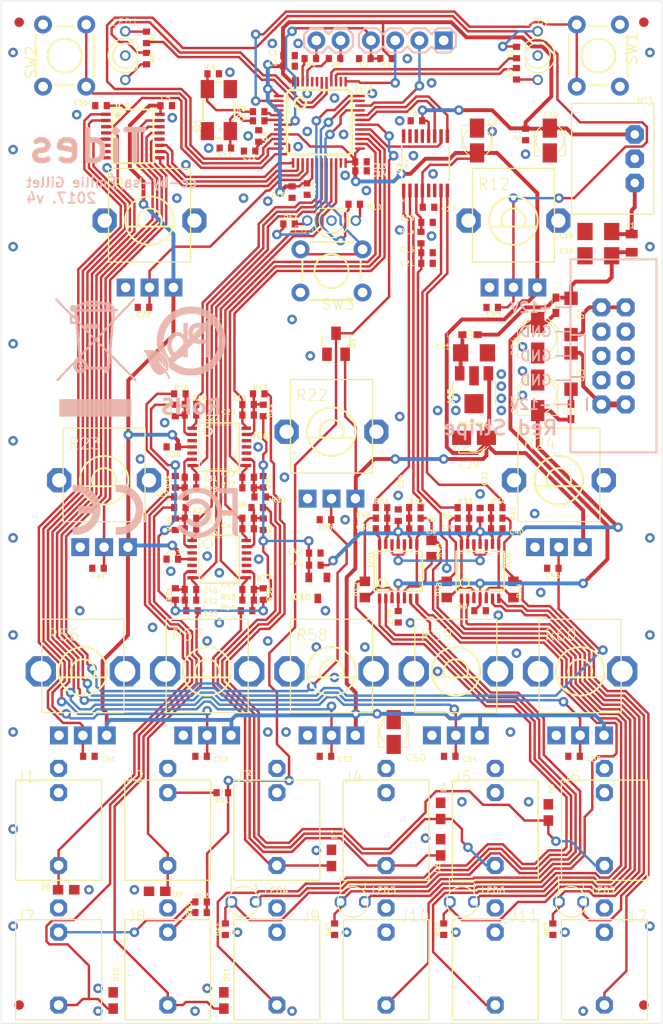
<source format=kicad_pcb>
(kicad_pcb (version 20211014) (generator pcbnew)
  (layers (0 "F.Cu" signal) (31 "B.Cu" signal) (34 "B.Paste" user) (35 "F.Paste" user) (36 "B.SilkS" user "B.Silkscreen") (37 "F.SilkS" user "F.Silkscreen") (38 "B.Mask" user) (39 "F.Mask" user) (44 "Edge.Cuts" user))
  (net 0 "")
  (net 1 "GND")
  (net 2 "+3V3_A")
  (net 3 "N$7")
  (net 4 "N$8")
  (net 5 "VEE")
  (net 6 "VCC")
  (net 7 "+3V3")
  (net 8 "RESET")
  (net 9 "SWCLK")
  (net 10 "SWDIO")
  (net 11 "ADC_TRIG")
  (net 12 "V_OCT_IN")
  (net 13 "N$30")
  (net 14 "FM_IN")
  (net 15 "N$32")
  (net 16 "TRIG_IN")
  (net 17 "N$34")
  (net 18 "SHAPE_IN")
  (net 19 "N$37")
  (net 20 "N$39")
  (net 21 "SMOOTHNESS_IN")
  (net 22 "N$41")
  (net 23 "NORMALIZATION_PROBE")
  (net 24 "AREF_-10")
  (net 25 "N$56")
  (net 26 "N$64")
  (net 27 "N$1")
  (net 28 "ADC_V_OCT")
  (net 29 "ADC_FM")
  (net 30 "N$26")
  (net 31 "SHIFT_IN")
  (net 32 "N$28")
  (net 33 "TX")
  (net 34 "RX")
  (net 35 "N$33")
  (net 36 "N$51")
  (net 37 "N$4")
  (net 38 "CLOCK_IN")
  (net 39 "SLOPE_IN")
  (net 40 "N$29")
  (net 41 "N$35")
  (net 42 "N$38")
  (net 43 "N$40")
  (net 44 "N$42")
  (net 45 "ADC_SHAPE")
  (net 46 "ADC_SMOOTHNESS")
  (net 47 "ADC_CLOCK")
  (net 48 "ADC_SHIFT")
  (net 49 "ADC_SLOPE")
  (net 50 "DAC_2")
  (net 51 "DAC_4")
  (net 52 "DAC_1")
  (net 53 "DAC_3")
  (net 54 "VREF")
  (net 55 "DAC_SCK")
  (net 56 "DAC_MOSI")
  (net 57 "DAC_SS")
  (net 58 "VREF_BIAS")
  (net 59 "N$45")
  (net 60 "N$53")
  (net 61 "N$49")
  (net 62 "N$58")
  (net 63 "N$59")
  (net 64 "N$54")
  (net 65 "N$60")
  (net 66 "N$61")
  (net 67 "N$63")
  (net 68 "N$67")
  (net 69 "N$68")
  (net 70 "N$70")
  (net 71 "N$71")
  (net 72 "N$72")
  (net 73 "N$73")
  (net 74 "N$74")
  (net 75 "N$75")
  (net 76 "N$76")
  (net 77 "N$77")
  (net 78 "N$78")
  (net 79 "SW_RANGE")
  (net 80 "N$16")
  (net 81 "N$22")
  (net 82 "LED_RANGE_G")
  (net 83 "LED_RANGE_R")
  (net 84 "N$18")
  (net 85 "N$20")
  (net 86 "N$21")
  (net 87 "N$23")
  (net 88 "LED_MODE_R")
  (net 89 "LED_MODE_G")
  (net 90 "LED_SHIFT_R")
  (net 91 "LED_SHIFT_G")
  (net 92 "SW_MODE")
  (net 93 "SW_SHIFT")
  (net 94 "FREQUENCY_ATT")
  (net 95 "SHAPE_ATT")
  (net 96 "SLOPE_POT")
  (net 97 "SHIFT_POT")
  (net 98 "SMOOTHNESS_ATT")
  (net 99 "SHIFT_ATT")
  (net 100 "FREQUENCY_POT")
  (net 101 "SHAPE_POT")
  (net 102 "SMOOTHNESS_POT")
  (net 103 "MUX_ADDR_0")
  (net 104 "MUX_ADDR_1")
  (net 105 "MUX_ADDR_2")
  (net 106 "MUXED_POTS")
  (net 107 "SLOPE_ATT")
  (net 108 "N$2")
  (net 109 "N$3")
  (footprint "tides2_v40:C0402" (layer "F.Cu") (at 171.6686 110.87735 180)
    (fp_text reference "C45")
    (fp_text value "100n")
  )
  (footprint "tides2_v40:C0402" (layer "F.Cu") (at 139.7598 101.35235 180)
    (fp_text reference "C32")
    (fp_text value "1.0n")
  )
  (footprint "tides2_v40:C0402" (layer "F.Cu") (at 133.7273 106.74985)
    (fp_text reference "C36")
    (fp_text value "100p")
  )
  (footprint "tides2_v40:R0402" (layer "F.Cu") (at 162.3024 104.52735 180)
    (fp_text reference "R33")
    (fp_text value "20k")
  )
  (footprint "tides2_v40:0603" (layer "F.Cu") (at 159.9211 140.08735 -90)
    (fp_text reference "D6")
    (fp_text value "TVS" hide)
  )
  (footprint "tides2_v40:C0402" (layer "F.Cu") (at 140.8712 65.63345 90)
    (fp_text reference "C8")
    (fp_text value "100n")
  )
  (footprint "tides2_v40:FIDUCIAL-1X2" (layer "F.Cu") (at 115.7886 156.59735)
    (fp_text reference "JP3" hide)
    (fp_text value "FIDUCIAL1X2" hide)
  )
  (footprint "tides2_v40:WQP_PJ_301M6" (layer "F.Cu") (at 131.3461 152.15235 180)
    (fp_text reference "J8")
    (fp_text value "PJ301_THONKICONN6" hide)
  )
  (footprint "tides2_v40:C0402" (layer "F.Cu") (at 123.0911 130.56235)
    (fp_text reference "C51")
    (fp_text value "100n")
  )
  (footprint "tides2_v40:R0402" (layer "F.Cu") (at 132.6161 92.62115 180)
    (fp_text reference "R16")
    (fp_text value "100k")
  )
  (footprint "tides2_v40:C0402" (layer "F.Cu") (at 144.0462 58.33105)
    (fp_text reference "C3")
    (fp_text value "100n")
  )
  (footprint "tides2_v40:R0402" (layer "F.Cu") (at 141.3475 101.82845 90)
    (fp_text reference "R25")
    (fp_text value "120k")
  )
  (footprint "tides2_v40:R0402" (layer "F.Cu") (at 167.8586 56.90235 90)
    (fp_text reference "R2")
    (fp_text value "1.5k")
  )
  (footprint "tides2_v40:DBZ_R-PDSO-G3" (layer "F.Cu") (at 147.0624 112.94135 180)
    (fp_text reference "IC10")
    (fp_text value "LM4040B10")
  )
  (footprint "tides2_v40:WQP_PJ_301M6" (layer "F.Cu") (at 177.0661 152.15235 180)
    (fp_text reference "J12")
    (fp_text value "PJ301_THONKICONN6" hide)
  )
  (footprint "tides2_v40:R0402" (layer "F.Cu") (at 132.1399 94.36725 90)
    (fp_text reference "R20")
    (fp_text value "120k")
  )
  (footprint "tides2_v40:C0402" (layer "F.Cu") (at 153.7299 106.74985 180)
    (fp_text reference "C37")
    (fp_text value "47p")
  )
  (footprint "tides2_v40:R0402" (layer "F.Cu") (at 171.6686 148.65985 -90)
    (fp_text reference "R67")
    (fp_text value "1.0k")
  )
  (footprint "tides2_v40:C0402" (layer "F.Cu") (at 164.0486 105.16235 -90)
    (fp_text reference "C33")
    (fp_text value "100n")
  )
  (footprint "tides2_v40:R0402" (layer "F.Cu") (at 139.7599 102.46345)
    (fp_text reference "R27")
    (fp_text value "20k")
  )
  (footprint "tides2_v40:R0402" (layer "F.Cu") (at 141.0297 103.41615)
    (fp_text reference "R30")
    (fp_text value "100k")
  )
  (footprint "tides2_v40:R0402" (layer "F.Cu") (at 132.6162 103.41605 180)
    (fp_text reference "R29")
    (fp_text value "100k")
  )
  (footprint "tides2_v40:C0402" (layer "F.Cu") (at 162.3024 106.74985 180)
    (fp_text reference "C39")
    (fp_text value "47p")
  )
  (footprint "tides2_v40:C0402" (layer "F.Cu") (at 151.9837 57.53695 180)
    (fp_text reference "C2")
    (fp_text value "100n")
  )
  (footprint "tides2_v40:C0402" (layer "F.Cu") (at 147.8561 105.79735 180)
    (fp_text reference "C35")
    (fp_text value "100n")
  )
  (footprint "tides2_v40:SOT89" (layer "F.Cu") (at 163.4136 92.46235 180)
    (fp_text reference "IC5")
    (fp_text value "LD2981ABU33")
  )
  (footprint "tides2_v40:C0402" (layer "F.Cu") (at 144.0461 57.21985)
    (fp_text reference "C1")
    (fp_text value "1u")
  )
  (footprint "tides2_v40:R0402" (layer "F.Cu") (at 137.0611 134.37235)
    (fp_text reference "R61")
    (fp_text value "10k")
  )
  (footprint "tides2_v40:R0402" (layer "F.Cu") (at 132.6161 104.52745 180)
    (fp_text reference "R35")
    (fp_text value "100k")
  )
  (footprint "tides2_v40:0603" (layer "F.Cu") (at 159.9211 136.27735 -90)
    (fp_text reference "D4")
    (fp_text value "TVS" hide)
  )
  (footprint "tides2_v40:R0402" (layer "F.Cu") (at 154.2061 57.53715 180)
    (fp_text reference "R3")
    (fp_text value "10k")
  )
  (footprint "tides2_v40:C0402" (layer "F.Cu") (at 139.9189 67.22135 180)
    (fp_text reference "C12")
    (fp_text value "1u")
  )
  (footprint "tides2_v40:0603" (layer "F.Cu") (at 137.2198 156.12115 -90)
    (fp_text reference "D11")
    (fp_text value "TVS" hide)
  )
  (footprint "tides2_v40:L2012C" (layer "F.Cu") (at 179.9236 76.90485 90)
    (fp_text reference "L1")
    (fp_text value "33u")
  )
  (footprint "tides2_v40:R0402" (layer "F.Cu") (at 134.8387 145.80235)
    (fp_text reference "R62")
    (fp_text value "10k")
  )
  (footprint "tides2_v40:PANASONIC_A" (layer "F.Cu") (at 163.7311 66.10975 -90)
    (fp_text reference "C9")
    (fp_text value "10u")
  )
  (footprint "tides2_v40:R0402" (layer "F.Cu") (at 157.8574 76.26975 90)
    (fp_text reference "R14")
    (fp_text value "130k")
  )
  (footprint "tides2_v40:WQP_PJ_301M6" (layer "F.Cu") (at 131.3461 137.54735 180)
    (fp_text reference "J2")
    (fp_text value "PJ301_THONKICONN6" hide)
  )
  (footprint "tides2_v40:R0402" (layer "F.Cu") (at 165.7948 104.52735)
    (fp_text reference "R34")
    (fp_text value "20k")
  )
  (footprint "tides2_v40:R0402" (layer "F.Cu") (at 134.8387 146.91345)
    (fp_text reference "R63")
    (fp_text value "10k")
  )
  (footprint "tides2_v40:TSSOP14_065" (layer "F.Cu") (at 136.7436 109.92485 -90)
    (fp_text reference "IC7")
    (fp_text value "MCP6004")
  )
  (footprint "tides2_v40:R0402" (layer "F.Cu") (at 140.8709 64.04615 180)
    (fp_text reference "R9")
    (fp_text value "100")
  )
  (footprint "tides2_v40:C0402" (layer "F.Cu") (at 146.7448 109.29005)
    (fp_text reference "C42")
    (fp_text value "1u")
  )
  (footprint "tides2_v40:R0402" (layer "F.Cu") (at 167.8586 59.12485 -90)
    (fp_text reference "R7")
    (fp_text value "2.4k")
  )
  (footprint "tides2_v40:R0402" (layer "F.Cu") (at 146.7449 110.55975 180)
    (fp_text reference "R46")
    (fp_text value "1.5k")
  )
  (footprint "tides2_v40:R0402" (layer "F.Cu") (at 157.2224 104.52735)
    (fp_text reference "R32")
    (fp_text value "20k")
  )
  (footprint "tides2_v40:FIDUCIAL-1X2" (layer "F.Cu") (at 181.1935 156.59735)
    (fp_text reference "JP4" hide)
    (fp_text value "FIDUCIAL1X2" hide)
  )
  (footprint "tides2_v40:WQP_PJ_301M6" (layer "F.Cu") (at 154.2061 152.15235 180)
    (fp_text reference "J10")
    (fp_text value "PJ301_THONKICONN6" hide)
  )
  (footprint "tides2_v40:TACTILE-PTH" (layer "F.Cu") (at 176.4312 57.21975 -90)
    (fp_text reference "SW1")
    (fp_text value "" hide)
  )
  (footprint "tides2_v40:R0402" (layer "F.Cu") (at 157.2223 105.63855 180)
    (fp_text reference "R38")
    (fp_text value "130k")
  )
  (footprint "tides2_v40:CTS406" (layer "F.Cu") (at 136.6934 62.92985 90)
    (fp_text reference "Q1")
    (fp_text value "8MHz")
  )
  (footprint "tides2_v40:TACTILE-PTH" (layer "F.Cu") (at 120.5511 57.21985 90)
    (fp_text reference "SW2")
    (fp_text value "" hide)
  )
  (footprint "tides2_v40:R0402" (layer "F.Cu") (at 153.7299 104.52735 180)
    (fp_text reference "R31")
    (fp_text value "20k")
  )
  (footprint "tides2_v40:C0402" (layer "F.Cu") (at 133.7275 94.84365)
    (fp_text reference "C27")
    (fp_text value "100p")
  )
  (footprint "tides2_v40:0603" (layer "F.Cu") (at 130.2349 144.69115)
    (fp_text reference "D9")
    (fp_text value "TVS" hide)
  )
  (footprint "tides2_v40:C0402" (layer "F.Cu") (at 139.7599 94.84375 180)
    (fp_text reference "C28")
    (fp_text value "1.0n")
  )
  (footprint "tides2_v40:0603" (layer "F.Cu") (at 120.7098 144.53235 180)
    (fp_text reference "D8")
    (fp_text value "TVS" hide)
  )
  (footprint "tides2_v40:SOP65P640X110-16N" (layer "F.Cu") (at 158.3336 68.49115 90)
    (fp_text reference "IC4")
    (fp_text value "DAC8164ICPW")
  )
  (footprint "tides2_v40:0603" (layer "F.Cu") (at 173.5736 94.36735 90)
    (fp_text reference "L4")
    (fp_text value "")
  )
  (footprint "tides2_v40:TSSOP14_065" (layer "F.Cu") (at 136.7436 98.17735 -90)
    (fp_text reference "IC6")
    (fp_text value "MCP6004")
  )
  (footprint "tides2_v40:R0402" (layer "F.Cu") (at 137.3786 148.65975 -90)
    (fp_text reference "R64")
    (fp_text value "1.0k")
  )
  (footprint "tides2_v40:C0402" (layer "F.Cu") (at 165.3185 83.57235 180)
    (fp_text reference "C23")
    (fp_text value "100n")
  )
  (footprint "tides2_v40:C0402" (layer "F.Cu") (at 158.4924 74.68235)
    (fp_text reference "C18")
    (fp_text value "1u")
  )
  (footprint "tides2_v40:C0402" (layer "F.Cu") (at 124.3612 62.45855 180)
    (fp_text reference "C56")
    (fp_text value "1.0n")
  )
  (footprint "tides2_v40:C1206" (layer "F.Cu") (at 176.4311 75.63485 180)
    (fp_text reference "C19")
    (fp_text value "22u")
  )
  (footprint "tides2_v40:C0402" (layer "F.Cu") (at 147.8561 130.56235 180)
    (fp_text reference "C53")
    (fp_text value "100n")
  )
  (footprint "tides2_v40:ALPS_POT_VERTICAL" (layer "F.Cu") (at 148.4911 121.67235 180)
    (fp_text reference "R58")
    (fp_text value "10kB")
  )
  (footprint "tides2_v40:0603" (layer "F.Cu") (at 171.1923 136.43615 -90)
    (fp_text reference "D5")
    (fp_text value "TVS" hide)
  )
  (footprint "tides2_v40:C0402" (layer "F.Cu") (at 139.76 106.74995 180)
    (fp_text reference "C41")
    (fp_text value "1.0n")
  )
  (footprint "tides2_v40:C0402" (layer "F.Cu") (at 124.0436 110.87735 180)
    (fp_text reference "C44")
    (fp_text value "100n")
  )
  (footprint "tides2_v40:C0402" (layer "F.Cu") (at 133.7273 113.09995)
    (fp_text reference "C46")
    (fp_text value "1.0n")
  )
  (footprint "tides2_v40:C0402" (layer "F.Cu") (at 157.2223 106.74985)
    (fp_text reference "C38")
    (fp_text value "47p")
  )
  (footprint "tides2_v40:ALPS_POT_VERTICAL" (layer "F.Cu") (at 174.5261 121.67235 180)
    (fp_text reference "R60")
    (fp_text value "10kB")
  )
  (footprint "tides2_v40:TACTILE-PTH" (layer "F.Cu") (at 148.4911 79.76235 180)
    (fp_text reference "SW3")
    (fp_text value "" hide)
  )
  (footprint "tides2_v40:LED-BICOLOR-THROUGHHOLE-2.54" (layer "F.Cu") (at 148.4911 74.49185 180)
    (fp_text reference "LED3")
    (fp_text value "W115WSURKMGKW" hide)
  )
  (footprint "tides2_v40:C0402" (layer "F.Cu") (at 164.0486 115.32235)
    (fp_text reference "C48")
    (fp_text value "100n")
  )
  (footprint "tides2_v40:C0402" (layer "F.Cu") (at 155.4761 105.32115 -90)
    (fp_text reference "C34")
    (fp_text value "100n")
  )
  (footprint "tides2_v40:PANASONIC_B" (layer "F.Cu") (at 170.0811 92.77985 90)
    (fp_text reference "C26")
    (fp_text value "22u")
  )
  (footprint "tides2_v40:PANASONIC_B" (layer "F.Cu") (at 170.0811 86.74735 90)
    (fp_text reference "C24")
    (fp_text value "22u")
  )
  (footprint "tides2_v40:R0402" (layer "F.Cu") (at 148.8086 148.65985 -90)
    (fp_text reference "R65")
    (fp_text value "1.0k")
  )
  (footprint "tides2_v40:C0402" (layer "F.Cu") (at 158.6512 73.09475)
    (fp_text reference "C17")
    (fp_text value "100n")
  )
  (footprint "tides2_v40:WQP_PJ_301M6" (layer "F.Cu") (at 165.6361 137.54735 180)
    (fp_text reference "J5")
    (fp_text value "PJ301_THONKICONN6" hide)
  )
  (footprint "tides2_v40:C0402" (layer "F.Cu") (at 133.7275 101.35225)
    (fp_text reference "C31")
    (fp_text value "100p")
  )
  (footprint "tides2_v40:ALPS_POT_VERTICAL_PS" (layer "F.Cu") (at 124.6786 101.66985 180)
    (fp_text reference "R23")
    (fp_text value "10kB")
  )
  (footprint "tides2_v40:ALPS_POT_VERTICAL_PS" (layer "F.Cu") (at 148.4911 96.58985 180)
    (fp_text reference "R22")
    (fp_text value "10kB")
  )
  (footprint "tides2_v40:0603" (layer "F.Cu") (at 171.9861 83.25485 90)
    (fp_text reference "L2")
    (fp_text value "")
  )
  (footprint "tides2_v40:R0603" (layer "F.Cu") (at 151.9836 113.09985 -90)
    (fp_text reference "R47")
    (fp_text value "1.0k")
  )
  (footprint "tides2_v40:LED-BICOLOR-THROUGHHOLE-2.54" (layer "F.Cu") (at 170.0811 57.21985 -90)
    (fp_text reference "LED2")
    (fp_text value "W115WSURKMGKW" hide)
  )
  (footprint "tides2_v40:R0402" (layer "F.Cu") (at 129.1236 57.53735 -90)
    (fp_text reference "R6")
    (fp_text value "1.5k")
  )
  (footprint "tides2_v40:WQP_PJ_301M6" (layer "F.Cu") (at 142.7761 137.54735 180)
    (fp_text reference "J3")
    (fp_text value "PJ301_THONKICONN6" hide)
  )
  (footprint "tides2_v40:R0402" (layer "F.Cu") (at 148.8085 57.53725 180)
    (fp_text reference "R5")
    (fp_text value "100")
  )
  (footprint "tides2_v40:WE78" (layer "F.Cu") (at 180.2411 68.01485 90)
    (fp_text reference "IC3")
    (fp_text value "R-78E3.3-0.5")
  )
  (footprint "tides2_v40:R0402" (layer "F.Cu") (at 139.7599 93.73235)
    (fp_text reference "R19")
    (fp_text value "20k")
  )
  (footprint "tides2_v40:C0402" (layer "F.Cu") (at 131.8223 98.17735 180)
    (fp_text reference "C30")
    (fp_text value "100n")
  )
  (footprint "tides2_v40:C0402" (layer "F.Cu") (at 136.1084 59.12485 180)
    (fp_text reference "C4")
    (fp_text value "20p")
  )
  (footprint "tides2_v40:ALPS_POT_VERTICAL" (layer "F.Cu") (at 161.5086 121.67235 180)
    (fp_text reference "R59")
    (fp_text value "10kB")
  )
  (footprint "tides2_v40:ALPS_POT_VERTICAL" (layer "F.Cu") (at 122.4561 121.67235 180)
    (fp_text reference "R56")
    (fp_text value "10kB")
  )
  (footprint "tides2_v40:R0402" (layer "F.Cu") (at 140.7124 104.52745)
    (fp_text reference "R36")
    (fp_text value "100k")
  )
  (footprint "tides2_v40:R0603" (layer "F.Cu") (at 158.9686 108.81355 -90)
    (fp_text reference "R45")
    (fp_text value "1.0k")
  )
  (footprint "tides2_v40:C0402" (layer "F.Cu") (at 134.8386 130.56235 180)
    (fp_text reference "C52")
    (fp_text value "100n")
  )
  (footprint "tides2_v40:C0402" (layer "F.Cu") (at 165.7949 106.74985)
    (fp_text reference "C40")
    (fp_text value "47p")
  )
  (footprint "tides2_v40:SOD123" (layer "F.Cu") (at 173.5736 90.23985 -90)
    (fp_text reference "D3")
    (fp_text value "1N5819HW")
  )
  (footprint "tides2_v40:C1206" (layer "F.Cu") (at 163.4136 88.33485)
    (fp_text reference "C25")
    (fp_text value "22u")
  )
  (footprint "tides2_v40:R0402" (layer "F.Cu") (at 146.2686 57.53725 180)
    (fp_text reference "R4")
    (fp_text value "100")
  )
  (footprint "tides2_v40:C0402" (layer "F.Cu") (at 157.381 64.04605 180)
    (fp_text reference "C6")
    (fp_text value "100n")
  )
  (footprint "tides2_v40:0603" (layer "F.Cu") (at 125.6311 156.12115 -90)
    (fp_text reference "D10")
    (fp_text value "TVS" hide)
  )
  (footprint "tides2_v40:LQFP48" (layer "F.Cu") (at 147.221 64.20485 -90)
    (fp_text reference "IC1")
    (fp_text value "STM32F373CCT6")
  )
  (footprint "tides2_v40:R0402" (layer "F.Cu") (at 153.7298 105.63865)
    (fp_text reference "R42")
    (fp_text value "130k")
  )
  (footprint "tides2_v40:C0402" (layer "F.Cu") (at 173.8911 130.56235 180)
    (fp_text reference "C55")
    (fp_text value "100n")
  )
  (footprint "tides2_v40:C0402" (layer "F.Cu") (at 139.76 113.09995 180)
    (fp_text reference "C47")
    (fp_text value "1.0n")
  )
  (footprint "tides2_v40:C0402" (layer "F.Cu") (at 128.8061 83.57235 180)
    (fp_text reference "C22")
    (fp_text value "100n")
  )
  (footprint "tides2_v40:C0402" (layer "F.Cu") (at 158.4924 78.96835)
    (fp_text reference "C21")
    (fp_text value "1u")
  )
  (footprint "tides2_v40:R0402" (layer "F.Cu") (at 141.3472 113.57605 -90)
    (fp_text reference "R50")
    (fp_text value "140k")
  )
  (footprint "tides2_v40:C0402" (layer "F.Cu") (at 137.3784 66.90355)
    (fp_text reference "C11")
    (fp_text value "20p")
  )
  (footprint "tides2_v40:TSSOP14_065" (layer "F.Cu") (at 155.4761 111.19485)
    (fp_text reference "IC9")
    (fp_text value "TLV4172")
  )
  (footprint "tides2_v40:R0402" (layer "F.Cu") (at 132.1398 106.27395 -90)
    (fp_text reference "R44")
    (fp_text value "390k")
  )
  (footprint "tides2_v40:R0402" (layer "F.Cu") (at 133.7275 102.46355 180)
    (fp_text reference "R28")
    (fp_text value "130k")
  )
  (footprint "tides2_v40:LED-BICOLOR-THROUGHHOLE-2.54" (layer "F.Cu") (at 126.9011 57.21985 90)
    (fp_text reference "LED1")
    (fp_text value "W115WSURKMGKW" hide)
  )
  (footprint "tides2_v40:LED3MM" (layer "F.Cu") (at 162.1436 145.80235 180)
    (fp_text reference "LED6")
    (fp_text value "3BC-F")
  )
  (footprint "tides2_v40:C0402" (layer "F.Cu") (at 145.9511 71.18995 -90)
    (fp_text reference "C15")
    (fp_text value "100n")
  )
  (footprint "tides2_v40:WQP_PJ_301M6" (layer "F.Cu") (at 177.0661 137.54735 180)
    (fp_text reference "J6")
    (fp_text value "PJ301_THONKICONN6" hide)
  )
  (footprint "tides2_v40:R0402" (layer "F.Cu") (at 129.1236 55.31485 90)
    (fp_text reference "R1")
    (fp_text value "2.4k")
  )
  (footprint "tides2_v40:R0603" (layer "F.Cu") (at 167.5411 113.09985 -90)
    (fp_text reference "R49")
    (fp_text value "1.0k")
  )
  (footprint "tides2_v40:ALPS_POT_VERTICAL_PS" (layer "F.Cu") (at 129.4411 74.49185 180)
    (fp_text reference "R11")
    (fp_text value "10kB")
  )
  (footprint "tides2_v40:R0402" (layer "F.Cu") (at 165.7948 105.63855 180)
    (fp_text reference "R40")
    (fp_text value "130k")
  )
  (footprint "tides2_v40:R0402" (layer "F.Cu") (at 132.1396 113.57625 -90)
    (fp_text reference "R51")
    (fp_text value "120k")
  )
  (footprint "tides2_v40:R0402" (layer "F.Cu") (at 140.871 63.09345 180)
    (fp_text reference "R8")
    (fp_text value "100")
  )
  (footprint "tides2_v40:PANASONIC_A" (layer "F.Cu") (at 163.4136 97.22485)
    (fp_text reference "C29")
    (fp_text value "10u")
  )
  (footprint "tides2_v40:SOT23" (layer "F.Cu") (at 148.9677 87.38215)
    (fp_text reference "D2")
    (fp_text value "BAT54S")
  )
  (footprint "tides2_v40:WQP_PJ_301M6" (layer "F.Cu") (at 165.6361 152.15235 180)
    (fp_text reference "J11")
    (fp_text value "PJ301_THONKICONN6" hide)
  )
  (footprint "tides2_v40:C0402" (layer "F.Cu") (at 160.8736 130.56235 180)
    (fp_text reference "C54")
    (fp_text value "100n")
  )
  (footprint "tides2_v40:R0402" (layer "F.Cu") (at 141.3473 94.36725 -90)
    (fp_text reference "R21")
    (fp_text value "120k")
  )
  (footprint "tides2_v40:R0402" (layer "F.Cu") (at 139.6013 115.32235 180)
    (fp_text reference "R54")
    (fp_text value "100k")
  )
  (footprint "tides2_v40:C0402" (layer "F.Cu") (at 131.8224 109.92485 180)
    (fp_text reference "C43")
    (fp_text value "100n")
  )
  (footprint "tides2_v40:LED3MM" (layer "F.Cu") (at 173.5736 145.80235 180)
    (fp_text reference "LED7")
    (fp_text value "3BC-F")
  )
  (footprint "tides2_v40:R0402" (layer "F.Cu") (at 133.7274 105.63855 180)
    (fp_text reference "R37")
    (fp_text value "130k")
  )
  (footprint "tides2_v40:0603" (layer "F.Cu") (at 163.0961 86.42985)
    (fp_text reference "L3")
    (fp_text value "")
  )
  (footprint "tides2_v40:R0402" (layer "F.Cu") (at 144.0463 74.84105)
    (fp_text reference "R13")
    (fp_text value "2.4k")
  )
  (footprint "tides2_v40:R0402" (layer "F.Cu") (at 158.4923 77.85735 180)
    (fp_text reference "R15")
    (fp_text value "100k")
  )
  (footprint "tides2_v40:WQP_PJ_301M6" (layer "F.Cu") (at 154.2061 137.54735 180)
    (fp_text reference "J4")
    (fp_text value "PJ301_THONKICONN6" hide)
  )
  (footprint "tides2_v40:R0402" (layer "F.Cu") (at 139.76 114.21125)
    (fp_text reference "R53")
    (fp_text value "33k")
  )
  (footprint "tides2_v40:C0402" (layer "F.Cu") (at 168.8111 65.47485 -90)
    (fp_text reference "C7")
    (fp_text value "100n")
  )
  (footprint "tides2_v40:R0402" (layer "F.Cu") (at 141.3473 106.27345 -90)
    (fp_text reference "R43")
    (fp_text value "120k")
  )
  (footprint "tides2_v40:C0402" (layer "F.Cu") (at 155.4761 115.95735 -90)
    (fp_text reference "C49")
    (fp_text value "100n")
  )
  (footprint "tides2_v40:R0402" (layer "F.Cu") (at 140.871 92.62125)
    (fp_text reference "R17")
    (fp_text value "100k")
  )
  (footprint "tides2_v40:R0402" (layer "F.Cu") (at 133.7273 114.21115 180)
    (fp_text reference "R52")
    (fp_text value "20k")
  )
  (footprint "tides2_v40:ALPS_POT_VERTICAL_PS" (layer "F.Cu") (at 172.3036 101.66985 180)
    (fp_text reference "R24")
    (fp_text value "10kB")
  )
  (footprint "tides2_v40:R0402" (layer "F.Cu") (at 133.8861 115.32255)
    (fp_text reference "R55")
    (fp_text value "100k")
  )
  (footprint "tides2_v40:TSSOP16_065" (layer "F.Cu") (at 127.695 65.31605 -90)
    (fp_text reference "IC2")
    (fp_text value "4051PW")
  )
  (footprint "tides2_v40:WQP_PJ_301M6" (layer "F.Cu") (at 119.9161 137.54735 180)
    (fp_text reference "J1")
    (fp_text value "PJ301_THONKICONN6" hide)
  )
  (footprint "tides2_v40:C1206" (layer "F.Cu") (at 176.4311 78.17485 180)
    (fp_text reference "C20")
    (fp_text value "22u")
  )
  (footprint "tides2_v40:ALPS_POT_VERTICAL_PS" (layer "F.Cu") (at 167.5411 74.49185 180)
    (fp_text reference "R12")
    (fp_text value "10kB")
  )
  (footprint "tides2_v40:LED3MM" (layer "F.Cu") (at 139.2836 145.80235 180)
    (fp_text reference "LED4")
    (fp_text value "3BC-F")
  )
  (footprint "tides2_v40:FIDUCIAL-1X2" (layer "F.Cu") (at 181.1936 53.72745)
    (fp_text reference "JP2" hide)
    (fp_text value "FIDUCIAL1X2" hide)
  )
  (footprint "tides2_v40:TSSOP14_065" (layer "F.Cu") (at 164.0486 111.19475)
    (fp_text reference "IC8")
    (fp_text value "TLV4172")
  )
  (footprint "tides2_v40:C0402" (layer "F.Cu") (at 151.5835 68.33265)
    (fp_text reference "C13")
    (fp_text value "1u")
  )
  (footprint "tides2_v40:C0402" (layer "F.Cu") (at 151.5835 69.28485)
    (fp_text reference "C14")
    (fp_text value "100n")
  )
  (footprint "tides2_v40:R0402" (layer "F.Cu") (at 139.7598 105.63865)
    (fp_text reference "R41")
    (fp_text value "20k")
  )
  (footprint "tides2_v40:R0402" (layer "F.Cu") (at 162.3024 105.63855)
    (fp_text reference "R39")
    (fp_text value "130k")
  )
  (footprint "tides2_v40:LED3MM" (layer "F.Cu") (at 150.7136 145.80235 180)
    (fp_text reference "LED5")
    (fp_text value "3BC-F")
  )
  (footprint "tides2_v40:WQP_PJ_301M6" (layer "F.Cu") (at 119.9161 152.15235 180)
    (fp_text reference "J7")
    (fp_text value "PJ301_THONKICONN6" hide)
  )
  (footprint "tides2_v40:R0402" (layer "F.Cu") (at 132.14 101.82865 90)
    (fp_text reference "R26")
    (fp_text value "390k")
  )
  (footprint "tides2_v40:PANASONIC_A" (layer "F.Cu") (at 171.3511 66.10985 90)
    (fp_text reference "C10")
    (fp_text value "10u")
  )
  (footprint "tides2_v40:R0402" (layer "F.Cu") (at 160.2386 148.65985 -90)
    (fp_text reference "R66")
    (fp_text value "1.0k")
  )
  (footprint "tides2_v40:C0402" (layer "F.Cu") (at 131.1875 62.45845)
    (fp_text reference "C5")
    (fp_text value "100n")
  )
  (footprint "tides2_v40:WQP_PJ_301M6" (layer "F.Cu") (at 142.7761 152.15235 180)
    (fp_text reference "J9")
    (fp_text value "PJ301_THONKICONN6" hide)
  )
  (footprint "tides2_v40:PANASONIC_A" (layer "F.Cu") (at 154.9999 128.02235 90)
    (fp_text reference "C50")
    (fp_text value "10u")
  )
  (footprint "tides2_v40:R0402" (layer "F.Cu") (at 150.8725 72.77725)
    (fp_text reference "R10")
    (fp_text value "1.5k")
  )
  (footprint "tides2_v40:ALPS_POT_VERTICAL" (layer "F.Cu") (at 135.4736 121.67235 180)
    (fp_text reference "R57")
    (fp_text value "10kB")
  )
  (footprint "tides2_v40:SOD123" (layer "F.Cu") (at 173.5736 84.52485 -90)
    (fp_text reference "D1")
    (fp_text value "1N5819HW")
  )
  (footprint "tides2_v40:FIDUCIAL-1X2" (layer "F.Cu") (at 115.7886 53.72735)
    (fp_text reference "JP1" hide)
    (fp_text value "FIDUCIAL1X2" hide)
  )
  (footprint "tides2_v40:0603" (layer "F.Cu") (at 148.4911 141.19865 -90)
    (fp_text reference "D7")
    (fp_text value "TVS" hide)
  )
  (footprint "tides2_v40:R0402" (layer "F.Cu") (at 133.7275 93.73235 180)
    (fp_text reference "R18")
    (fp_text value "20k")
  )
  (footprint "tides2_v40:R0603" (layer "F.Cu") (at 160.5561 113.09985 -90)
    (fp_text reference "R48")
    (fp_text value "1.0k")
  )
  (footprint "tides2_v40:C0402" (layer "F.Cu") (at 144.3636 71.50765 -90)
    (fp_text reference "C16")
    (fp_text value "1u")
  )
  (footprint "tides2_v40:FCC_MEDIUM" (layer "B.Cu") (at 138.6486 107.70235 180)
    (fp_text reference "U$5" hide)
    (fp_text value "" hide)
  )
  (footprint "tides2_v40:1X02" (layer "B.Cu") (at 146.9036 55.63235)
    (fp_text reference "JP7" hide)
    (fp_text value "")
  )
  (footprint "tides2_v40:ROHS_BIG" (layer "B.Cu") (at 138.6485 95.79595 180)
    (fp_text reference "U$2" hide)
    (fp_text value "" hide)
  )
  (footprint "tides2_v40:1X04" (layer "B.Cu") (at 160.2386 55.63235 180)
    (fp_text reference "JP6" hide)
    (fp_text value "")
  )
  (footprint "tides2_v40:2X5-SHROUDED" (layer "B.Cu") (at 178.0186 88.65235)
    (fp_text reference "JP5" hide)
    (fp_text value "M05X2SHD" hide)
  )
  (footprint "tides2_v40:CE_MEDIUM" (layer "B.Cu") (at 128.8061 107.38485 180)
    (fp_text reference "U$4" hide)
    (fp_text value "" hide)
  )
  (gr_line (start 173.5736 93.73235) (end 171.9861 93.73235) (layer "B.SilkS") (width 0.1524))
  (gr_line (start 173.5736 86.11235) (end 171.9861 86.11235) (layer "B.SilkS") (width 0.1524))
  (gr_line (start 173.5736 91.19235) (end 171.9861 91.19235) (layer "B.SilkS") (width 0.1524))
  (gr_line (start 173.5736 88.65235) (end 171.9861 88.65235) (layer "B.SilkS") (width 0.1524))
  (gr_line (start 173.5736 83.57235) (end 171.9861 83.57235) (layer "B.SilkS") (width 0.1524))
  (gr_line (start 113.9036 51.50485) (end 183.0986 51.50485) (layer "Edge.Cuts") (width 0.05))
  (gr_line (start 183.0986 158.50235) (end 113.9036 158.50235) (layer "Edge.Cuts") (width 0.05))
  (gr_line (start 113.9036 158.50235) (end 113.9036 51.50485) (layer "Edge.Cuts") (width 0.05))
  (gr_line (start 183.0986 51.50485) (end 183.0986 158.50235) (layer "Edge.Cuts") (width 0.05))
  (gr_text "+12V" (at 171.6686 84.20735) (layer "B.SilkS") (effects (font (size 1.0795 1.0795) (thickness 0.1905)) (justify left bottom mirror)))
  (gr_text "Red Stripe" (at 172.3037 97.06615) (layer "B.SilkS") (effects (font (size 1.5113 1.5113) (thickness 0.2667)) (justify left bottom mirror)))
  (gr_text "cc-by-sa Émilie Gillet" (at 116.4237 69.91975) (layer "B.SilkS") (effects (font (size 1.01473 1.01473) (thickness 0.17907)) (justify right top mirror)))
  (gr_text "2017. v4" (at 116.4237 71.50725) (layer "B.SilkS") (effects (font (size 1.0795 1.0795) (thickness 0.1905)) (justify right top mirror)))
  (gr_text "-12V" (at 171.6686 94.36735) (layer "B.SilkS") (effects (font (size 1.0795 1.0795) (thickness 0.1905)) (justify left bottom mirror)))
  (gr_text "Tides" (at 116.4237 64.83975) (layer "B.SilkS") (effects (font (size 3.2385 3.2385) (thickness 0.5715)) (justify right top mirror)))
  (gr_text "GND" (at 171.6686 89.28735) (layer "B.SilkS") (effects (font (size 1.0795 1.0795) (thickness 0.1905)) (justify left bottom mirror)))
  (gr_text "GND" (at 171.6686 86.74735) (layer "B.SilkS") (effects (font (size 1.0795 1.0795) (thickness 0.1905)) (justify left bottom mirror)))
  (gr_text "GND" (at 171.6686 91.82735) (layer "B.SilkS") (effects (font (size 1.0795 1.0795) (thickness 0.1905)) (justify left bottom mirror)))
  (via (at 155.6349 75.47605) (size 1.008) (drill 0.5) (layers "F.Cu" "B.Cu") (net 1))
  (via (at 140.8076 98.17735) (size 1.008) (drill 0.5) (layers "F.Cu" "B.Cu") (net 1))
  (via (at 156.7461 116.59235) (size 1.008) (drill 0.5) (layers "F.Cu" "B.Cu") (net 1))
  (via (at 169.7636 105.16235) (size 1.008) (drill 0.5) (layers "F.Cu" "B.Cu") (net 1))
  (via (at 146.9036 140.40485) (size 1.008) (drill 0.5) (layers "F.Cu" "B.Cu") (net 1))
  (via (at 149.9197 69.76115) (size 1.008) (drill 0.5) (layers "F.Cu" "B.Cu") (net 1))
  (via (at 135.4736 154.85115) (size 1.008) (drill 0.5) (layers "F.Cu" "B.Cu") (net 1))
  (via (at 167.8586 119.76735) (size 1.008) (drill 0.5) (layers "F.Cu" "B.Cu") (net 1))
  (via (at 137.8547 58.96605) (size 1.008) (drill 0.5) (layers "F.Cu" "B.Cu") (net 1))
  (via (at 131.0286 95.63735) (size 1.008) (drill 0.5) (layers "F.Cu" "B.Cu") (net 1))
  (via (at 115.1536 77.22235) (size 1.008) (drill 0.5) (layers "F.Cu" "B.Cu") (net 1))
  (via (at 148.8085 61.66475) (size 1.008) (drill 0.5) (layers "F.Cu" "B.Cu") (net 1))
  (via (at 124.0436 157.23235) (size 1.008) (drill 0.5) (layers "F.Cu" "B.Cu") (net 1))
  (via (at 131.6637 111.19485) (size 1.008) (drill 0.5) (layers "F.Cu" "B.Cu") (net 1))
  (via (at 156.4285 57.53735) (size 1.008) (drill 0.5) (layers "F.Cu" "B.Cu") (net 1))
  (via (at 138.6486 148.97735) (size 1.008) (drill 0.5) (layers "F.Cu" "B.Cu") (net 1))
  (via (at 164.0486 103.09855) (size 1.008) (drill 0.5) (layers "F.Cu" "B.Cu") (net 1))
  (via (at 143.5699 101.35245) (size 1.008) (drill 0.5) (layers "F.Cu" "B.Cu") (net 1))
  (via (at 181.8286 56.90235) (size 1.008) (drill 0.5) (layers "F.Cu" "B.Cu") (net 1))
  (via (at 152.7773 61.18855) (size 1.008) (drill 0.5) (layers "F.Cu" "B.Cu") (net 1))
  (via (at 157.0636 67.69735) (size 1.008) (drill 0.5) (layers "F.Cu" "B.Cu") (net 1))
  (via (at 165.3183 65.15725) (size 1.008) (drill 0.5) (layers "F.Cu" "B.Cu") (net 1))
  (via (at 144.3636 84.84235) (size 1.008) (drill 0.5) (layers "F.Cu" "B.Cu") (net 1))
  (via (at 158.9686 76.11105) (size 1.008) (drill 0.5) (layers "F.Cu" "B.Cu") (net 1))
  (via (at 140.8711 109.92485) (size 1.008) (drill 0.5) (layers "F.Cu" "B.Cu") (net 1))
  (via (at 115.1536 67.06235) (size 1.008) (drill 0.5) (layers "F.Cu" "B.Cu") (net 1))
  (via (at 181.8286 107.70235) (size 1.008) (drill 0.5) (layers "F.Cu" "B.Cu") (net 1))
  (via (at 143.7286 128.02235) (size 1.008) (drill 0.5) (layers "F.Cu" "B.Cu") (net 1))
  (via (at 115.1536 56.90235) (size 1.008) (drill 0.5) (layers "F.Cu" "B.Cu") (net 1))
  (via (at 169.1285 135.32495) (size 1.008) (drill 0.5) (layers "F.Cu" "B.Cu") (net 1))
  (via (at 159.6036 121.67235) (size 1.008) (drill 0.5) (layers "F.Cu" "B.Cu") (net 1))
  (via (at 144.9985 66.74485) (size 1.008) (drill 0.5) (layers "F.Cu" "B.Cu") (net 1))
  (via (at 155.4761 103.25735) (size 1.008) (drill 0.5) (layers "F.Cu" "B.Cu") (net 1))
  (via (at 168.8108 67.53845) (size 1.008) (drill 0.5) (layers "F.Cu" "B.Cu") (net 1))
  (via (at 181.8286 148.34235) (size 1.008) (drill 0.5) (layers "F.Cu" "B.Cu") (net 1))
  (via (at 144.3636 157.23235) (size 1.008) (drill 0.5) (layers "F.Cu" "B.Cu") (net 1))
  (via (at 115.1536 107.70235) (size 1.008) (drill 0.5) (layers "F.Cu" "B.Cu") (net 1))
  (via (at 152.1422 71.34865) (size 1.008) (drill 0.5) (layers "F.Cu" "B.Cu") (net 1))
  (via (at 129.7586 117.06865) (size 1.008) (drill 0.5) (layers "F.Cu" "B.Cu") (net 1))
  (via (at 131.8221 63.72855) (size 1.008) (drill 0.5) (layers "F.Cu" "B.Cu") (net 1))
  (via (at 170.3986 113.41735) (size 1.008) (drill 0.5) (layers "F.Cu" "B.Cu") (net 1))
  (via (at 127.8536 144.53235) (size 1.008) (drill 0.5) (layers "F.Cu" "B.Cu") (net 1))
  (via (at 136.7436 111.35365) (size 1.008) (drill 0.5) (layers "F.Cu" "B.Cu") (net 1))
  (via (at 122.1386 115.32235) (size 1.008) (drill 0.5) (layers "F.Cu" "B.Cu") (net 1))
  (via (at 168.4936 90.23985) (size 1.008) (drill 0.5) (layers "F.Cu" "B.Cu") (net 1))
  (via (at 115.1536 128.02235) (size 1.008) (drill 0.5) (layers "F.Cu" "B.Cu") (net 1))
  (via (at 166.2711 93.09735) (size 1.008) (drill 0.5) (layers "F.Cu" "B.Cu") (net 1))
  (via (at 158.3336 139.13485) (size 1.008) (drill 0.5) (layers "F.Cu" "B.Cu") (net 1))
  (via (at 139.2835 72.14215) (size 1.008) (drill 0.5) (layers "F.Cu" "B.Cu") (net 1))
  (via (at 142.2999 55.94985) (size 1.008) (drill 0.5) (layers "F.Cu" "B.Cu") (net 1))
  (via (at 139.7597 65.63355) (size 1.008) (drill 0.5) (layers "F.Cu" "B.Cu") (net 1))
  (via (at 174.8436 157.23235) (size 1.008) (drill 0.5) (layers "F.Cu" "B.Cu") (net 1))
  (via (at 149.761 65.47485) (size 1.008) (drill 0.5) (layers "F.Cu" "B.Cu") (net 1))
  (via (at 115.1536 97.54235) (size 1.008) (drill 0.5) (layers "F.Cu" "B.Cu") (net 1))
  (via (at 115.1536 117.86235) (size 1.008) (drill 0.5) (layers "F.Cu" "B.Cu") (net 1))
  (via (at 165.9537 115.79855) (size 1.008) (drill 0.5) (layers "F.Cu" "B.Cu") (net 1))
  (via (at 161.5086 94.36735) (size 1.008) (drill 0.5) (layers "F.Cu" "B.Cu") (net 1))
  (via (at 181.8286 117.86235) (size 1.008) (drill 0.5) (layers "F.Cu" "B.Cu") (net 1))
  (via (at 167.2236 128.02235) (size 1.008) (drill 0.5) (layers "F.Cu" "B.Cu") (net 1))
  (via (at 149.9198 105.79735) (size 1.008) (drill 0.5) (layers "F.Cu" "B.Cu") (net 1))
  (via (at 158.9685 60.07735) (size 1.008) (drill 0.5) (layers "F.Cu" "B.Cu") (net 1))
  (via (at 166.2711 91.82735) (size 1.008) (drill 0.5) (layers "F.Cu" "B.Cu") (net 1))
  (via (at 133.251 68.64985) (size 1.008) (drill 0.5) (layers "F.Cu" "B.Cu") (net 1))
  (via (at 162.1436 135.32485) (size 1.008) (drill 0.5) (layers "F.Cu" "B.Cu") (net 1))
  (via (at 172.9386 148.97735) (size 1.008) (drill 0.5) (layers "F.Cu" "B.Cu") (net 1))
  (via (at 135.4736 109.60735) (size 1.008) (drill 0.5) (layers "F.Cu" "B.Cu") (net 1))
  (via (at 168.4936 87.69985) (size 1.008) (drill 0.5) (layers "F.Cu" "B.Cu") (net 1))
  (via (at 161.5086 148.97735) (size 1.008) (drill 0.5) (layers "F.Cu" "B.Cu") (net 1))
  (via (at 159.6036 94.36735) (size 1.008) (drill 0.5) (layers "F.Cu" "B.Cu") (net 1))
  (via (at 115.1536 138.18235) (size 1.008) (drill 0.5) (layers "F.Cu" "B.Cu") (net 1))
  (via (at 123.0911 144.53235) (size 1.008) (drill 0.5) (layers "F.Cu" "B.Cu") (net 1))
  (via (at 155.6347 64.04605) (size 1.008) (drill 0.5) (layers "F.Cu" "B.Cu") (net 1))
  (via (at 145.951 65.15735) (size 1.008) (drill 0.5) (layers "F.Cu" "B.Cu") (net 1))
  (via (at 132.2985 72.14225) (size 1.008) (drill 0.5) (layers "F.Cu" "B.Cu") (net 1))
  (via (at 134.2036 157.23235) (size 1.008) (drill 0.5) (layers "F.Cu" "B.Cu") (net 1))
  (via (at 151.9836 119.13235) (size 1.008) (drill 0.5) (layers "F.Cu" "B.Cu") (net 1))
  (via (at 159.1273 69.60225) (size 1.008) (drill 0.5) (layers "F.Cu" "B.Cu") (net 1))
  (via (at 115.1536 87.38235) (size 1.008) (drill 0.5) (layers "F.Cu" "B.Cu") (net 1))
  (via (at 168.4936 92.77985) (size 1.008) (drill 0.5) (layers "F.Cu" "B.Cu") (net 1))
  (via (at 155.6349 95.00235) (size 1.008) (drill 0.5) (layers "F.Cu" "B.Cu") (net 1))
  (via (at 141.8236 128.02235) (size 1.008) (drill 0.5) (layers "F.Cu" "B.Cu") (net 1))
  (via (at 166.2711 94.36735) (size 1.008) (drill 0.5) (layers "F.Cu" "B.Cu") (net 1))
  (via (at 141.8237 118.49745) (size 1.008) (drill 0.5) (layers "F.Cu" "B.Cu") (net 1))
  (via (at 115.1536 148.34235) (size 1.008) (drill 0.5) (layers "F.Cu" "B.Cu") (net 1))
  (via (at 181.8286 77.22235) (size 1.008) (drill 0.5) (layers "F.Cu" "B.Cu") (net 1))
  (via (at 145.951 61.18855) (size 1.008) (drill 0.5) (layers "F.Cu" "B.Cu") (net 1))
  (via (at 124.9961 68.96735) (size 1.008) (drill 0.5) (layers "F.Cu" "B.Cu") (net 1))
  (via (at 161.5086 93.09735) (size 1.008) (drill 0.5) (layers "F.Cu" "B.Cu") (net 1))
  (via (at 146.2686 88.65235) (size 1.008) (drill 0.5) (layers "F.Cu" "B.Cu") (net 1))
  (via (at 166.2711 90.55735) (size 1.008) (drill 0.5) (layers "F.Cu" "B.Cu") (net 1))
  (via (at 148.8086 122.30735) (size 1.008) (drill 0.5) (layers "F.Cu" "B.Cu") (net 1))
  (via (at 128.4886 99.44735) (size 1.008) (drill 0.5) (layers "F.Cu" "B.Cu") (net 1))
  (via (at 135.4736 118.49735) (size 1.008) (drill 0.5) (layers "F.Cu" "B.Cu") (net 1))
  (via (at 141.8234 72.45975) (size 1.008) (drill 0.5) (layers "F.Cu" "B.Cu") (net 1))
  (via (at 121.8208 63.41105) (size 1.008) (drill 0.5) (layers "F.Cu" "B.Cu") (net 1))
  (via (at 124.0436 154.85105) (size 1.008) (drill 0.5) (layers "F.Cu" "B.Cu") (net 1))
  (via (at 147.8561 115.32235) (size 1.008) (drill 0.5) (layers "F.Cu" "B.Cu") (net 1))
  (via (at 150.0786 148.97735) (size 1.008) (drill 0.5) (layers "F.Cu" "B.Cu") (net 1))
  (via (at 146.9036 119.13235) (size 1.008) (drill 0.5) (layers "F.Cu" "B.Cu") (net 1))
  (via (at 135.6322 66.90355) (size 1.008) (drill 0.5) (layers "F.Cu" "B.Cu") (net 1))
  (via (at 144.9986 55.94985) (size 1.008) (drill 0.5) (layers "F.Cu" "B.Cu") (net 1))
  (via (at 136.7436 116.59235) (size 1.008) (drill 0.5) (layers "F.Cu" "B.Cu") (net 1))
  (segment (start 158.0161 71.32325) (end 158.0034 71.33595) (width 0.254) (layer "F.Cu") (net 2))
  (segment (start 127.2186 108.62985) (end 127.2186 96.90735) (width 0.4064) (layer "F.Cu") (net 2))
  (segment (start 150.9835 68.33265) (end 150.9835 68.12595) (width 0.254) (layer "F.Cu") (net 2))
  (segment (start 163.7311 67.40975) (end 161.4787 67.40975) (width 0.4064) (layer "F.Cu") (net 2))
  (segment (start 150.9911 103.58985) (end 151.0311 103.54985) (width 0.4064) (layer "F.Cu") (net 2))
  (segment (start 165.8248 67.40975) (end 163.7311 67.40975) (width 0.4064) (layer "F.Cu") (net 2))
  (segment (start 161.1911 98.81235) (end 160.5561 98.17735) (width 0.4064) (layer "F.Cu") (net 2))
  (segment (start 151.0311 123.89485) (end 150.0786 122.94235) (width 0.4064) (layer "F.Cu") (net 2))
  (segment (start 150.9911 110.91735) (end 150.9911 103.58985) (width 0.4064) (layer "F.Cu") (net 2))
  (segment (start 165.0011 91.50985) (end 165.0011 90.48135) (width 0.4064) (layer "F.Cu") (net 2))
  (segment (start 165.0011 90.48135) (end 164.9126 90.48135) (width 0.4064) (layer "F.Cu") (net 2))
  (segment (start 151.0311 103.09855) (end 151.0311 101.35235) (width 0.4064) (layer "F.Cu") (net 2))
  (segment (start 127.3773 64.52235) (end 129.4412 62.45845) (width 0.4064) (layer "F.Cu") (net 2))
  (segment (start 150.9835 68.33265) (end 150.0932 68.33265) (width 0.254) (layer "F.Cu") (net 2))
  (segment (start 166.5886 84.84235) (end 168.4936 82.93735) (width 0.4064) (layer "F.Cu") (net 2))
  (segment (start 161.0324 68.64985) (end 158.8099 68.64985) (width 0.254) (layer "F.Cu") (net 2))
  (segment (start 131.8224 108.49605) (end 132.4224 109.09605) (width 0.4064) (layer "F.Cu") (net 2))
  (segment (start 124.5199 125.64105) (end 124.5199 120.56105) (width 0.4064) (layer "F.Cu") (net 2))
  (segment (start 160.5561 86.42985) (end 162.1436 84.84235) (width 0.4064) (layer "F.Cu") (net 2))
  (segment (start 164.7136 95.92485) (end 165.0011 95.63735) (width 0.4064) (layer "F.Cu") (net 2))
  (segment (start 131.8224 96.90735) (end 132.4223 97.50725) (width 0.4064) (layer "F.Cu") (net 2))
  (segment (start 164.7136 97.88985) (end 165.6361 98.81235) (width 0.4064) (layer "F.Cu") (net 2))
  (segment (start 169.1286 82.93735) (end 170.0411 82.02485) (width 0.4064) (layer "F.Cu") (net 2))
  (segment (start 170.0411 71.62605) (end 165.8248 67.40975) (width 0.4064) (layer "F.Cu") (net 2))
  (segment (start 158.0034 71.33595) (end 158.0034 73.04695) (width 0.254) (layer "F.Cu") (net 2))
  (segment (start 124.9561 126.07725) (end 124.5199 125.64105) (width 0.4064) (layer "F.Cu") (net 2))
  (segment (start 170.0411 82.02485) (end 170.0411 81.49185) (width 0.4064) (layer "F.Cu") (net 2))
  (segment (start 151.0311 96.11355) (end 149.9199 95.00235) (width 0.254) (layer "F.Cu") (net 2))
  (segment (start 140.7124 67.02785) (end 140.5189 67.22135) (width 0.254) (layer "F.Cu") (net 2))
  (segment (start 164.7136 99.09985) (end 164.7136 97.88985) (width 0.4064) (layer "F.Cu") (net 2))
  (segment (start 160.8736 68.01485) (end 158.3336 68.01485) (width 0.4064) (layer "F.Cu") (net 2))
  (segment (start 132.4223 98.17735) (end 133.8988 98.17735) (width 0.254) (layer "F.Cu") (net 2))
  (segment (start 164.7136 97.88985) (end 164.7136 97.22485) (width 0.4064) (layer "F.Cu") (net 2))
  (segment (start 150.9835 70.34845) (end 150.9835 69.28485) (width 0.4064) (layer "F.Cu") (net 2))
  (segment (start 127.1786 117.90235) (end 127.1786 108.66985) (width 0.4064) (layer "F.Cu") (net 2))
  (segment (start 128.8062 72.77745) (end 128.8062 70.39625) (width 0.4064) (layer "F.Cu") (net 2))
  (segment (start 132.4224 109.92485) (end 133.8988 109.92485) (width 0.254) (layer "F.Cu") (net 2))
  (segment (start 144.9986 65.47485) (end 142.991 65.47485) (width 0.254) (layer "F.Cu") (net 2))
  (segment (start 142.971 65.45485) (end 142.1611 65.45485) (width 0.254) (layer "F.Cu") (net 2))
  (segment (start 164.3661 99.44735) (end 164.7136 99.09985) (width 0.4064) (layer "F.Cu") (net 2))
  (segment (start 146.2686 66.74485) (end 144.9986 65.47485) (width 0.254) (layer "F.Cu") (net 2))
  (segment (start 151.0311 103.09855) (end 151.0311 96.11355) (width 0.254) (layer "F.Cu") (net 2))
  (segment (start 151.0311 70.39605) (end 150.9835 70.34845) (width 0.4064) (layer "F.Cu") (net 2))
  (segment (start 151.0311 101.35235) (end 152.9361 99.44735) (width 0.4064) (layer "F.Cu") (net 2))
  (segment (start 151.0311 128.33235) (end 150.9911 128.37235) (width 0.4064) (layer "F.Cu") (net 2))
  (segment (start 165.6361 98.81235) (end 168.8111 98.81235) (width 0.4064) (layer "F.Cu") (net 2))
  (segment (start 149.9199 95.00235) (end 149.9199 88.48435) (width 0.254) (layer "F.Cu") (net 2))
  (segment (start 162.7786 68.01485) (end 161.6674 68.01485) (width 0.254) (layer "F.Cu") (net 2))
  (segment (start 174.8436 108.62985) (end 174.8036 108.66985) (width 0.4064) (layer "F.Cu") (net 2))
  (segment (start 140.8712 66.23345) (end 140.8712 66.58605) (width 0.254) (layer "F.Cu") (net 2))
  (segment (start 153.2536 126.11735) (end 154.3949 126.11735) (width 0.4064) (layer "F.Cu") (net 2))
  (segment (start 127.1786 108.66985) (end 127.2186 108.62985) (width 0.4064) (layer "F.Cu") (net 2))
  (segment (start 131.9411 86.46985) (end 131.9411 81.49185) (width 0.4064) (layer "F.Cu") (net 2))
  (segment (start 150.0786 111.82985) (end 150.9911 110.91735) (width 0.4064) (layer "F.Cu") (net 2))
  (segment (start 151.0311 103.54985) (end 151.0311 103.09855) (width 0.4064) (layer "F.Cu") (net 2))
  (segment (start 130.5875 63.29855) (end 130.52 63.36605) (width 0.254) (layer "F.Cu") (net 2))
  (segment (start 149.9199 88.48435) (end 149.9177 88.48215) (width 0.254) (layer "F.Cu") (net 2))
  (segment (start 160.5561 96.90735) (end 160.5561 86.42985) (width 0.4064) (layer "F.Cu") (net 2))
  (segment (start 164.7136 97.82985) (end 163.7311 98.81235) (width 0.4064) (layer "F.Cu") (net 2))
  (segment (start 161.4787 67.40975) (end 160.8736 68.01485) (width 0.4064) (layer "F.Cu") (net 2))
  (segment (start 132.4224 109.09605) (end 132.4224 109.92485) (width 0.4064) (layer "F.Cu") (net 2))
  (segment (start 151.0311 126.11735) (end 151.0311 123.89485) (width 0.4064) (layer "F.Cu") (net 2))
  (segment (start 174.8436 104.84485) (end 174.8436 108.62985) (width 0.4064) (layer "F.Cu") (net 2))
  (segment (start 124.9561 128.37235) (end 124.9561 126.07725) (width 0.4064) (layer "F.Cu") (net 2))
  (segment (start 142.991 65.47485) (end 142.971 65.45485) (width 0.254) (layer "F.Cu") (net 2))
  (segment (start 127.3773 68.96735) (end 127.3773 64.52235) (width 0.4064) (layer "F.Cu") (net 2))
  (segment (start 165.0011 95.00235) (end 165.0011 91.50985) (width 0.4064) (layer "F.Cu") (net 2))
  (segment (start 150.0932 68.33265) (end 149.971 68.45485) (width 0.254) (layer "F.Cu") (net 2))
  (segment (start 130.5875 62.45845) (end 130.5875 63.29855) (width 0.254) (layer "F.Cu") (net 2))
  (segment (start 158.0161 71.32325) (end 158.0034 71.33595) (width 0.254) (layer "F.Cu") (net 2))
  (segment (start 150.0786 122.94235) (end 150.0786 111.82985) (width 0.4064) (layer "F.Cu") (net 2))
  (segment (start 149.6024 66.74485) (end 146.2686 66.74485) (width 0.254) (layer "F.Cu") (net 2))
  (segment (start 150.9835 67.44235) (end 151.471 66.95485) (width 0.254) (layer "F.Cu") (net 2))
  (segment (start 150.9835 68.12595) (end 149.6024 66.74485) (width 0.254) (layer "F.Cu") (net 2))
  (segment (start 140.8712 66.58605) (end 140.7124 66.74485) (width 0.254) (layer "F.Cu") (net 2))
  (segment (start 163.7311 67.40975) (end 163.7311 68.01485) (width 0.254) (layer "F.Cu") (net 2))
  (segment (start 152.9361 99.44735) (end 155.1586 99.44735) (width 0.4064) (layer "F.Cu") (net 2))
  (segment (start 124.5199 120.56105) (end 127.1786 117.90235) (width 0.4064) (layer "F.Cu") (net 2))
  (segment (start 127.2186 96.90735) (end 127.2186 91.19235) (width 0.4064) (layer "F.Cu") (net 2))
  (segment (start 127.2186 91.19235) (end 131.9411 86.46985) (width 0.4064) (layer "F.Cu") (net 2))
  (segment (start 141.3825 66.23345) (end 140.8712 66.23345) (width 0.254) (layer "F.Cu") (net 2))
  (segment (start 158.0161 71.32325) (end 158.0034 71.33595) (width 0.254) (layer "F.Cu") (net 2))
  (segment (start 160.5561 98.17735) (end 160.5561 96.90735) (width 0.4064) (layer "F.Cu") (net 2))
  (segment (start 129.4412 62.45845) (end 130.5875 62.45845) (width 0.4064) (layer "F.Cu") (net 2))
  (segment (start 156.7461 69.60235) (end 155.7936 69.60235) (width 0.4064) (layer "F.Cu") (net 2))
  (segment (start 162.1436 84.84235) (end 166.5886 84.84235) (width 0.4064) (layer "F.Cu") (net 2))
  (segment (start 142.1611 65.45485) (end 141.3825 66.23345) (width 0.254) (layer "F.Cu") (net 2))
  (segment (start 150.9835 69.28485) (end 150.9835 68.33265) (width 0.254) (layer "F.Cu") (net 2))
  (segment (start 168.4936 82.93735) (end 169.1286 82.93735) (width 0.4064) (layer "F.Cu") (net 2))
  (segment (start 163.7311 98.81235) (end 161.1911 98.81235) (width 0.4064) (layer "F.Cu") (net 2))
  (segment (start 158.8099 68.64985) (end 158.0161 69.44365) (width 0.254) (layer "F.Cu") (net 2))
  (segment (start 168.8111 98.81235) (end 174.8436 104.84485) (width 0.4064) (layer "F.Cu") (net 2))
  (segment (start 170.0411 81.49185) (end 170.0411 71.62605) (width 0.4064) (layer "F.Cu") (net 2))
  (segment (start 150.9835 68.33265) (end 150.9835 67.44235) (width 0.254) (layer "F.Cu") (net 2))
  (segment (start 165.0011 95.63735) (end 165.0011 95.00235) (width 0.4064) (layer "F.Cu") (net 2))
  (segment (start 163.7311 68.01485) (end 162.7786 68.01485) (width 0.254) (layer "F.Cu") (net 2))
  (segment (start 140.7124 66.74485) (end 140.7124 67.02785) (width 0.254) (layer "F.Cu") (net 2))
  (segment (start 164.7136 97.22485) (end 164.7136 97.82985) (width 0.4064) (layer "F.Cu") (net 2))
  (segment (start 160.2386 99.44735) (end 164.3661 99.44735) (width 0.4064) (layer "F.Cu") (net 2))
  (segment (start 154.3949 126.11735) (end 154.9999 126.72235) (width 0.4064) (layer "F.Cu") (net 2))
  (segment (start 158.0161 69.44365) (end 158.0161 71.32325) (width 0.254) (layer "F.Cu") (net 2))
  (segment (start 164.7136 97.22485) (end 164.7136 95.92485) (width 0.4064) (layer "F.Cu") (net 2))
  (segment (start 158.3336 68.01485) (end 156.7461 69.60235) (width 0.4064) (layer "F.Cu") (net 2))
  (segment (start 151.0311 126.11735) (end 151.0311 128.33235) (width 0.4064) (layer "F.Cu") (net 2))
  (segment (start 160.2386 99.44735) (end 160.2386 99.44725) (width 0.4064) (layer "F.Cu") (net 2))
  (segment (start 128.8062 70.39625) (end 127.3773 68.96735) (width 0.4064) (layer "F.Cu") (net 2))
  (segment (start 132.4223 97.50725) (end 132.4223 98.17735) (width 0.4064) (layer "F.Cu") (net 2))
  (segment (start 158.0034 73.04695) (end 158.0512 73.09475) (width 0.254) (layer "F.Cu") (net 2))
  (segment (start 161.6674 68.01485) (end 161.0324 68.64985) (width 0.254) (layer "F.Cu") (net 2))
  (via (at 128.8062 72.77745) (size 1.008) (drill 0.5) (layers "F.Cu" "B.Cu") (net 2))
  (via (at 131.8224 108.49605) (size 1.008) (drill 0.5) (layers "F.Cu" "B.Cu") (net 2))
  (via (at 155.1586 99.44735) (size 1.008) (drill 0.5) (layers "F.Cu" "B.Cu") (net 2))
  (via (at 160.2386 99.44735) (size 1.008) (drill 0.5) (layers "F.Cu" "B.Cu") (net 2))
  (via (at 151.0311 70.39605) (size 1.008) (drill 0.5) (layers "F.Cu" "B.Cu") (net 2))
  (via (at 131.8224 96.90735) (size 1.008) (drill 0.5) (layers "F.Cu" "B.Cu") (net 2))
  (via (at 153.2536 126.11735) (size 1.008) (drill 0.5) (layers "F.Cu" "B.Cu") (net 2))
  (via (at 155.7936 69.60235) (size 1.008) (drill 0.5) (layers "F.Cu" "B.Cu") (net 2))
  (via (at 127.2186 96.90735) (size 1.008) (drill 0.5) (layers "F.Cu" "B.Cu") (net 2))
  (via (at 151.0311 126.11735) (size 1.008) (drill 0.5) (layers "F.Cu" "B.Cu") (net 2))
  (segment (start 127.1786 108.66985) (end 127.6798 108.66985) (width 0.4064) (layer "B.Cu") (net 2))
  (segment (start 160.8736 126.59355) (end 161.8261 126.59355) (width 0.4064) (layer "B.Cu") (net 2))
  (segment (start 153.2536 126.11735) (end 160.3974 126.11735) (width 0.4064) (layer "B.Cu") (net 2))
  (segment (start 125.3136 126.75235) (end 138.0136 126.75235) (width 0.4064) (layer "B.Cu") (net 2))
  (segment (start 164.0486 128.33235) (end 164.0086 128.37235) (width 0.4064) (layer "B.Cu") (net 2))
  (segment (start 131.8224 96.90735) (end 131.9411 96.78865) (width 0.4064) (layer "B.Cu") (net 2))
  (segment (start 138.0136 128.33235) (end 137.9736 128.37235) (width 0.4064) (layer "B.Cu") (net 2))
  (segment (start 138.6485 126.27605) (end 150.8724 126.27605) (width 0.4064) (layer "B.Cu") (net 2))
  (segment (start 127.2186 96.90735) (end 131.8224 96.90735) (width 0.4064) (layer "B.Cu") (net 2))
  (segment (start 161.8261 126.59355) (end 162.1436 126.27605) (width 0.4064) (layer "B.Cu") (net 2))
  (segment (start 127.6798 108.66985) (end 127.8536 108.49605) (width 0.4064) (layer "B.Cu") (net 2))
  (segment (start 151.0311 126.11735) (end 153.2536 126.11735) (width 0.4064) (layer "B.Cu") (net 2))
  (segment (start 164.0486 126.27605) (end 176.1136 126.27605) (width 0.4064) (layer "B.Cu") (net 2))
  (segment (start 150.8724 126.27605) (end 151.0311 126.11735) (width 0.4064) (layer "B.Cu") (net 2))
  (segment (start 138.6485 126.27605) (end 138.6485 126.27615) (width 0.4064) (layer "B.Cu") (net 2))
  (segment (start 164.0486 126.27605) (end 164.0486 128.33235) (width 0.4064) (layer "B.Cu") (net 2))
  (segment (start 138.0136 126.75235) (end 138.0136 128.33235) (width 0.4064) (layer "B.Cu") (net 2))
  (segment (start 154.9999 70.39605) (end 151.0311 70.39605) (width 0.4064) (layer "B.Cu") (net 2))
  (segment (start 162.1436 126.27605) (end 164.0486 126.27605) (width 0.4064) (layer "B.Cu") (net 2))
  (segment (start 155.7936 69.60235) (end 154.9999 70.39605) (width 0.4064) (layer "B.Cu") (net 2))
  (segment (start 131.9411 75.91235) (end 128.8062 72.77745) (width 0.4064) (layer "B.Cu") (net 2))
  (segment (start 160.3974 126.11735) (end 160.8736 126.59355) (width 0.4064) (layer "B.Cu") (net 2))
  (segment (start 127.8536 108.49605) (end 131.8224 108.49605) (width 0.4064) (layer "B.Cu") (net 2))
  (segment (start 138.4899 126.27605) (end 138.6485 126.27605) (width 0.4064) (layer "B.Cu") (net 2))
  (segment (start 131.8224 108.49605) (end 131.8223 108.49615) (width 0.4064) (layer "B.Cu") (net 2))
  (segment (start 176.1136 126.27605) (end 177.0261 127.18855) (width 0.4064) (layer "B.Cu") (net 2))
  (segment (start 177.0261 127.18855) (end 177.0261 128.37235) (width 0.4064) (layer "B.Cu") (net 2))
  (segment (start 124.9561 128.37235) (end 124.9561 127.10985) (width 0.4064) (layer "B.Cu") (net 2))
  (segment (start 138.0136 126.75235) (end 138.4899 126.27605) (width 0.4064) (layer "B.Cu") (net 2))
  (segment (start 155.1586 99.44735) (end 160.2386 99.44735) (width 0.4064) (layer "B.Cu") (net 2))
  (segment (start 131.9411 81.49185) (end 131.9411 75.91235) (width 0.4064) (layer "B.Cu") (net 2))
  (segment (start 124.9561 127.10985) (end 125.3136 126.75235) (width 0.4064) (layer "B.Cu") (net 2))
  (segment (start 141.9824 63.25235) (end 142.1849 63.45485) (width 0.254) (layer "F.Cu") (net 3))
  (segment (start 142.1849 63.45485) (end 142.971 63.45485) (width 0.254) (layer "F.Cu") (net 3))
  (segment (start 141.6299 63.25235) (end 141.9824 63.25235) (width 0.254) (layer "F.Cu") (net 3))
  (segment (start 141.471 63.09345) (end 141.6299 63.25235) (width 0.254) (layer "F.Cu") (net 3))
  (segment (start 141.4709 64.04615) (end 141.5622 63.95485) (width 0.254) (layer "F.Cu") (net 4))
  (segment (start 141.5622 63.95485) (end 142.971 63.95485) (width 0.254) (layer "F.Cu") (net 4))
  (segment (start 170.0811 94.37985) (end 171.3636 94.37985) (width 0.4064) (layer "F.Cu") (net 5))
  (segment (start 155.4761 107.06745) (end 155.4761 108.35005) (width 0.254) (layer "F.Cu") (net 5))
  (segment (start 173.5086 95.33235) (end 173.5736 95.26735) (width 0.4064) (layer "F.Cu") (net 5))
  (segment (start 170.0811 94.37985) (end 170.1461 94.31485) (width 0.4064) (layer "F.Cu") (net 5))
  (segment (start 147.345 110.55985) (end 148.1736 110.55985) (width 0.254) (layer "F.Cu") (net 5))
  (segment (start 178.0186 106.11485) (end 178.0186 106.11475) (width 0.4064) (layer "F.Cu") (net 5))
  (segment (start 171.3636 94.37985) (end 172.3036 95.31985) (width 0.4064) (layer "F.Cu") (net 5))
  (segment (start 173.4961 95.31985) (end 173.5086 95.33235) (width 0.4064) (layer "F.Cu") (net 5))
  (segment (start 148.1736 110.55985) (end 148.6499 110.08355) (width 0.254) (layer "F.Cu") (net 5))
  (segment (start 172.3036 95.31985) (end 173.4961 95.31985) (width 0.4064) (layer "F.Cu") (net 5))
  (segment (start 164.0486 107.06735) (end 164.0486 105.76235) (width 0.254) (layer "F.Cu") (net 5))
  (segment (start 155.4761 107.06745) (end 155.4761 105.92115) (width 0.254) (layer "F.Cu") (net 5))
  (segment (start 170.0811 98.17725) (end 170.0811 94.37985) (width 0.4064) (layer "F.Cu") (net 5))
  (segment (start 178.0186 106.11475) (end 170.0811 98.17725) (width 0.4064) (layer "F.Cu") (net 5))
  (segment (start 147.3449 110.55975) (end 147.345 110.55985) (width 0.254) (layer "F.Cu") (net 5))
  (segment (start 178.4948 106.59105) (end 178.0186 106.11485) (width 0.4064) (layer "F.Cu") (net 5))
  (segment (start 164.0486 107.06735) (end 164.0486 108.34995) (width 0.254) (layer "F.Cu") (net 5))
  (via (at 155.4761 107.06745) (size 1.008) (drill 0.5) (layers "F.Cu" "B.Cu") (net 5))
  (via (at 148.6499 110.08355) (size 1.008) (drill 0.5) (layers "F.Cu" "B.Cu") (net 5))
  (via (at 178.4948 106.59105) (size 1.008) (drill 0.5) (layers "F.Cu" "B.Cu") (net 5))
  (via (at 164.0486 107.06735) (size 1.008) (drill 0.5) (layers "F.Cu" "B.Cu") (net 5))
  (segment (start 168.8111 106.59105) (end 178.4948 106.59105) (width 0.4064) (layer "B.Cu") (net 5))
  (segment (start 168.1761 107.22605) (end 168.8111 106.59105) (width 0.4064) (layer "B.Cu") (net 5))
  (segment (start 164.0486 107.22605) (end 168.1761 107.22605) (width 0.4064) (layer "B.Cu") (net 5))
  (segment (start 164.0486 107.22605) (end 164.0486 107.06735) (width 0.4064) (layer "B.Cu") (net 5))
  (segment (start 151.5074 107.22605) (end 155.4761 107.22605) (width 0.4064) (layer "B.Cu") (net 5))
  (segment (start 155.4761 107.22605) (end 164.0486 107.22605) (width 0.4064) (layer "B.Cu") (net 5))
  (segment (start 148.6499 110.08355) (end 151.5074 107.22605) (width 0.4064) (layer "B.Cu") (net 5))
  (segment (start 155.4761 107.22605) (end 155.4761 107.06745) (width 0.4064) (layer "B.Cu") (net 5))
  (segment (start 169.1411 85.14735) (end 170.0811 85.14735) (width 0.4064) (layer "F.Cu") (net 6))
  (segment (start 170.9811 85.15985) (end 171.9861 84.15485) (width 0.4064) (layer "F.Cu") (net 6))
  (segment (start 164.0486 114.72235) (end 163.4486 115.32235) (width 0.254) (layer "F.Cu") (net 6))
  (segment (start 164.0486 114.03955) (end 164.0486 114.72235) (width 0.254) (layer "F.Cu") (net 6))
  (segment (start 155.4761 114.03965) (end 155.4761 112.46485) (width 0.254) (layer "F.Cu") (net 6))
  (segment (start 164.0486 112.46485) (end 164.0486 114.03955) (width 0.254) (layer "F.Cu") (net 6))
  (segment (start 167.2236 96.27235) (end 167.2236 87.06485) (width 0.4064) (layer "F.Cu") (net 6))
  (segment (start 174.8436 112.46485) (end 177.3836 109.92485) (width 0.4064) (layer "F.Cu") (net 6))
  (segment (start 170.0936 85.15985) (end 170.9811 85.15985) (width 0.4064) (layer "F.Cu") (net 6))
  (segment (start 177.3836 109.92485) (end 177.3836 106.43235) (width 0.4064) (layer "F.Cu") (net 6))
  (segment (start 167.2236 87.06485) (end 169.1411 85.14735) (width 0.4064) (layer "F.Cu") (net 6))
  (segment (start 177.3836 106.43235) (end 167.2236 96.27235) (width 0.4064) (layer "F.Cu") (net 6))
  (segment (start 155.4761 115.35735) (end 155.4761 114.03965) (width 0.254) (layer "F.Cu") (net 6))
  (segment (start 170.0811 85.14735) (end 170.0936 85.15985) (width 0.4064) (layer "F.Cu") (net 6))
  (via (at 155.4761 112.46485) (size 1.008) (drill 0.5) (layers "F.Cu" "B.Cu") (net 6))
  (via (at 164.0486 112.46485) (size 1.008) (drill 0.5) (layers "F.Cu" "B.Cu") (net 6))
  (via (at 174.8436 112.46485) (size 1.008) (drill 0.5) (layers "F.Cu" "B.Cu") (net 6))
  (segment (start 164.0486 112.46485) (end 174.8436 112.46485) (width 0.4064) (layer "B.Cu") (net 6))
  (segment (start 155.4761 112.46485) (end 164.0486 112.46485) (width 0.4064) (layer "B.Cu") (net 6))
  (segment (start 171.5099 61.50605) (end 168.8111 64.20485) (width 0.4064) (layer "F.Cu") (net 7))
  (segment (start 144.3636 70.90765) (end 145.122 70.90765) (width 0.254) (layer "F.Cu") (net 7))
  (segment (start 146.471 70.07005) (end 146.471 68.45485) (width 0.254) (layer "F.Cu") (net 7))
  (segment (start 144.2411 59.95485) (end 144.471 59.95485) (width 0.254) (layer "F.Cu") (net 7))
  (segment (start 143.4111 54.36235) (end 144.0461 53.72735) (width 0.4064) (layer "F.Cu") (net 7))
  (segment (start 153.8886 56.26735) (end 153.8886 56.61965) (width 0.254) (layer "F.Cu") (net 7))
  (segment (start 171.2861 64.87485) (end 171.3511 64.80985) (width 0.4064) (layer "F.Cu") (net 7))
  (segment (start 173.7323 65.47485) (end 180.2411 65.47485) (width 0.4064) (layer "F.Cu") (net 7))
  (segment (start 171.3811 64.83985) (end 173.0973 64.83985) (width 0.4064) (layer "F.Cu") (net 7))
  (segment (start 143.0936 71.50735) (end 143.6933 70.90765) (width 0.4064) (layer "F.Cu") (net 7))
  (segment (start 168.8111 64.20485) (end 168.8111 64.87485) (width 0.4064) (layer "F.Cu") (net 7))
  (segment (start 162.6199 55.31485) (end 168.4937 55.31485) (width 0.4064) (layer "F.Cu") (net 7))
  (segment (start 158.0161 62.93485) (end 158.0161 64.01095) (width 0.254) (layer "F.Cu") (net 7))
  (segment (start 143.4462 58.33105) (end 143.4111 58.36615) (width 0.4064) (layer "F.Cu") (net 7))
  (segment (start 142.2285 60.71235) (end 142.971 61.45485) (width 0.254) (layer "F.Cu") (net 7))
  (segment (start 145.122 70.90765) (end 145.4397 70.58995) (width 0.254) (layer "F.Cu") (net 7))
  (segment (start 144.3636 70.90765) (end 144.3283 70.87235) (width 0.254) (layer "F.Cu") (net 7))
  (segment (start 143.4111 58.36615) (end 143.4111 59.12485) (width 0.4064) (layer "F.Cu") (net 7))
  (segment (start 168.8111 64.87485) (end 171.2861 64.87485) (width 0.4064) (layer "F.Cu") (net 7))
  (segment (start 170.5573 56.26735) (end 171.5099 57.21985) (width 0.4064) (layer "F.Cu") (net 7))
  (segment (start 168.8111 64.87485) (end 168.7761 64.83985) (width 0.4064) (layer "F.Cu") (net 7))
  (segment (start 145.9511 70.58995) (end 146.471 70.07005) (width 0.254) (layer "F.Cu") (net 7))
  (segment (start 171.3511 64.80985) (end 171.3811 64.83985) (width 0.4064) (layer "F.Cu") (net 7))
  (segment (start 153.8886 56.61965) (end 154.8061 57.53715) (width 0.254) (layer "F.Cu") (net 7))
  (segment (start 143.4111 59.12485) (end 144.2411 59.95485) (width 0.4064) (layer "F.Cu") (net 7))
  (segment (start 168.7761 64.83985) (end 167.2236 64.83985) (width 0.4064) (layer "F.Cu") (net 7))
  (segment (start 168.4937 55.31485) (end 169.4461 56.26735) (width 0.4064) (layer "F.Cu") (net 7))
  (segment (start 153.8886 53.72735) (end 161.0324 53.72735) (width 0.4064) (layer "F.Cu") (net 7))
  (segment (start 173.0973 64.83985) (end 173.7323 65.47485) (width 0.4064) (layer "F.Cu") (net 7))
  (segment (start 158.0161 64.01095) (end 157.981 64.04605) (width 0.254) (layer "F.Cu") (net 7))
  (segment (start 143.4111 57.18485) (end 143.4111 54.36235) (width 0.4064) (layer "F.Cu") (net 7))
  (segment (start 143.4462 58.33105) (end 143.4461 58.33095) (width 0.4064) (layer "F.Cu") (net 7))
  (segment (start 143.4461 57.21985) (end 143.4111 57.18485) (width 0.4064) (layer "F.Cu") (net 7))
  (segment (start 157.981 64.04605) (end 158.4924 64.04605) (width 0.254) (layer "F.Cu") (net 7))
  (segment (start 169.4461 56.26735) (end 170.5573 56.26735) (width 0.4064) (layer "F.Cu") (net 7))
  (segment (start 144.0461 53.72735) (end 153.8886 53.72735) (width 0.4064) (layer "F.Cu") (net 7))
  (segment (start 165.3186 62.93485) (end 161.8261 62.93485) (width 0.4064) (layer "F.Cu") (net 7))
  (segment (start 158.4924 64.04605) (end 158.6638 64.21745) (width 0.254) (layer "F.Cu") (net 7))
  (segment (start 145.4397 70.58995) (end 145.9511 70.58995) (width 0.254) (layer "F.Cu") (net 7))
  (segment (start 143.6933 70.90765) (end 144.3636 70.90765) (width 0.4064) (layer "F.Cu") (net 7))
  (segment (start 167.2236 64.83985) (end 165.3186 62.93485) (width 0.4064) (layer "F.Cu") (net 7))
  (segment (start 153.8886 53.72735) (end 153.8886 56.26735) (width 0.254) (layer "F.Cu") (net 7))
  (segment (start 141.8236 60.71235) (end 142.2285 60.71235) (width 0.254) (layer "F.Cu") (net 7))
  (segment (start 171.5099 57.21985) (end 171.5099 61.50605) (width 0.4064) (layer "F.Cu") (net 7))
  (segment (start 158.6638 64.21745) (end 158.6638 65.64635) (width 0.254) (layer "F.Cu") (net 7))
  (segment (start 141.8236 58.17235) (end 141.9824 58.33105) (width 0.4064) (layer "F.Cu") (net 7))
  (segment (start 143.4461 58.33095) (end 143.4461 57.21985) (width 0.4064) (layer "F.Cu") (net 7))
  (segment (start 161.0324 53.72735) (end 162.6199 55.31485) (width 0.4064) (layer "F.Cu") (net 7))
  (segment (start 141.9824 58.33105) (end 143.4462 58.33105) (width 0.4064) (layer "F.Cu") (net 7))
  (via (at 141.8236 60.71235) (size 1.008) (drill 0.5) (layers "F.Cu" "B.Cu") (net 7))
  (via (at 158.0161 62.93485) (size 1.008) (drill 0.5) (layers "F.Cu" "B.Cu") (net 7))
  (via (at 141.8236 58.17235) (size 1.008) (drill 0.5) (layers "F.Cu" "B.Cu") (net 7))
  (via (at 143.0936 71.50735) (size 1.008) (drill 0.5) (layers "F.Cu" "B.Cu") (net 7))
  (via (at 161.8261 62.93485) (size 1.008) (drill 0.5) (layers "F.Cu" "B.Cu") (net 7))
  (segment (start 161.8261 62.93485) (end 158.0161 62.93485) (width 0.4064) (layer "B.Cu") (net 7))
  (segment (start 143.0936 71.50735) (end 143.0936 63.25235) (width 0.4064) (layer "B.Cu") (net 7))
  (segment (start 141.8236 61.98235) (end 141.8236 60.71235) (width 0.4064) (layer "B.Cu") (net 7))
  (segment (start 141.8236 60.71235) (end 141.8236 58.17235) (width 0.4064) (layer "B.Cu") (net 7))
  (segment (start 143.0936 63.25235) (end 141.8236 61.98235) (width 0.4064) (layer "B.Cu") (net 7))
  (segment (start 144.3636 54.67985) (end 144.6811 54.36235) (width 0.254) (layer "F.Cu") (net 8))
  (segment (start 142.971 64.45485) (end 144.2723 64.45485) (width 0.254) (layer "F.Cu") (net 8))
  (segment (start 152.5839 57.53715) (end 153.6061 57.53715) (width 0.254) (layer "F.Cu") (net 8))
  (segment (start 152.6186 57.50205) (end 152.5837 57.53695) (width 0.254) (layer "F.Cu") (net 8))
  (segment (start 144.6811 54.36235) (end 151.8249 54.36235) (width 0.254) (layer "F.Cu") (net 8))
  (segment (start 151.8249 54.36235) (end 152.6186 55.15605) (width 0.254) (layer "F.Cu") (net 8))
  (segment (start 152.6186 55.15605) (end 152.6186 55.63235) (width 0.254) (layer "F.Cu") (net 8))
  (segment (start 144.2723 64.45485) (end 144.6811 64.04605) (width 0.254) (layer "F.Cu") (net 8))
  (segment (start 152.5837 57.53695) (end 152.5839 57.53715) (width 0.254) (layer "F.Cu") (net 8))
  (segment (start 152.6186 55.63235) (end 152.6186 57.50205) (width 0.254) (layer "F.Cu") (net 8))
  (via (at 144.3636 54.67985) (size 1.008) (drill 0.5) (layers "F.Cu" "B.Cu") (net 8))
  (via (at 144.6811 64.04605) (size 1.008) (drill 0.5) (layers "F.Cu" "B.Cu") (net 8))
  (segment (start 144.6811 59.44235) (end 143.7286 58.48985) (width 0.254) (layer "B.Cu") (net 8))
  (segment (start 143.7286 55.31485) (end 144.3636 54.67985) (width 0.254) (layer "B.Cu") (net 8))
  (segment (start 144.6811 64.04605) (end 144.6811 59.44235) (width 0.254) (layer "B.Cu") (net 8))
  (segment (start 143.7286 58.48985) (end 143.7286 55.31485) (width 0.254) (layer "B.Cu") (net 8))
  (segment (start 151.3486 59.91855) (end 151.5074 60.07735) (width 0.254) (layer "F.Cu") (net 9))
  (segment (start 151.5074 60.07735) (end 155.1586 60.07735) (width 0.254) (layer "F.Cu") (net 9))
  (segment (start 149.971 59.95485) (end 150.0073 59.91855) (width 0.254) (layer "F.Cu") (net 9))
  (segment (start 150.0073 59.91855) (end 151.3486 59.91855) (width 0.254) (layer "F.Cu") (net 9))
  (via (at 155.1586 60.07735) (size 1.008) (drill 0.5) (layers "F.Cu" "B.Cu") (net 9))
  (segment (start 155.1586 60.07735) (end 155.1586 55.63235) (width 0.254) (layer "B.Cu") (net 9))
  (segment (start 152.9361 62.14115) (end 155.9524 62.14115) (width 0.254) (layer "F.Cu") (net 10))
  (segment (start 155.9524 62.14115) (end 157.6986 60.39485) (width 0.254) (layer "F.Cu") (net 10))
  (segment (start 152.6223 62.45485) (end 152.9361 62.14115) (width 0.254) (layer "F.Cu") (net 10))
  (segment (start 151.471 62.45485) (end 152.6223 62.45485) (width 0.254) (layer "F.Cu") (net 10))
  (via (at 157.6986 60.39485) (size 1.008) (drill 0.5) (layers "F.Cu" "B.Cu") (net 10))
  (segment (start 157.6986 60.39485) (end 157.6986 55.63235) (width 0.254) (layer "B.Cu") (net 10))
  (segment (start 144.8399 73.57105) (end 145.3161 73.09485) (width 0.254) (layer "F.Cu") (net 11))
  (segment (start 142.7762 73.57105) (end 144.8399 73.57105) (width 0.254) (layer "F.Cu") (net 11))
  (segment (start 134.3624 100.87605) (end 134.3624 101.31735) (width 0.254) (layer "F.Cu") (net 11))
  (segment (start 134.3624 101.31735) (end 134.3275 101.35225) (width 0.254) (layer "F.Cu") (net 11))
  (segment (start 135.4736 83.25485) (end 141.3474 77.38105) (width 0.254) (layer "F.Cu") (net 11))
  (segment (start 133.8988 100.41245) (end 134.3624 100.87605) (width 0.254) (layer "F.Cu") (net 11))
  (segment (start 141.3474 74.99985) (end 142.7762 73.57105) (width 0.254) (layer "F.Cu") (net 11))
  (segment (start 135.4736 99.28865) (end 135.4736 83.25485) (width 0.254) (layer "F.Cu") (net 11))
  (segment (start 133.8988 100.12735) (end 133.8988 100.41245) (width 0.254) (layer "F.Cu") (net 11))
  (segment (start 134.6349 100.12735) (end 135.4736 99.28865) (width 0.254) (layer "F.Cu") (net 11))
  (segment (start 147.471 72.20995) (end 147.471 68.45485) (width 0.254) (layer "F.Cu") (net 11))
  (segment (start 133.8988 100.12735) (end 134.6349 100.12735) (width 0.254) (layer "F.Cu") (net 11))
  (segment (start 146.5861 73.09485) (end 147.471 72.20995) (width 0.254) (layer "F.Cu") (net 11))
  (segment (start 145.3161 73.09485) (end 146.5861 73.09485) (width 0.254) (layer "F.Cu") (net 11))
  (segment (start 134.3275 101.35225) (end 134.3275 102.46355) (width 0.254) (layer "F.Cu") (net 11))
  (segment (start 141.3474 77.38105) (end 141.3474 74.99985) (width 0.254) (layer "F.Cu") (net 11))
  (segment (start 139.4423 126.43485) (end 136.1086 123.10105) (width 0.254) (layer "F.Cu") (net 12))
  (segment (start 142.1411 141.99235) (end 139.4423 139.29365) (width 0.254) (layer "F.Cu") (net 12))
  (segment (start 139.0013 115.32235) (end 139.0013 115.28715) (width 0.254) (layer "F.Cu") (net 12))
  (segment (start 136.1086 120.24355) (end 139.0013 117.35085) (width 0.254) (layer "F.Cu") (net 12))
  (segment (start 139.4423 139.29365) (end 139.4423 126.43485) (width 0.254) (layer "F.Cu") (net 12))
  (segment (start 142.7761 141.99235) (end 142.1411 141.99235) (width 0.254) (layer "F.Cu") (net 12))
  (segment (start 139.0013 117.35085) (end 139.0013 115.32235) (width 0.254) (layer "F.Cu") (net 12))
  (segment (start 148.4348 141.99235) (end 148.4911 142.04865) (width 0.254) (layer "F.Cu") (net 12))
  (segment (start 136.1086 123.10105) (end 136.1086 120.24355) (width 0.254) (layer "F.Cu") (net 12))
  (segment (start 142.7761 141.99235) (end 148.4348 141.99235) (width 0.254) (layer "F.Cu") (net 12))
  (segment (start 140.1074 111.22485) (end 139.5884 111.22485) (width 0.254) (layer "F.Cu") (net 13))
  (segment (start 140.3949 113.06505) (end 140.36 113.09995) (width 0.254) (layer "F.Cu") (net 13))
  (segment (start 140.4839 112.97605) (end 140.3949 113.06505) (width 0.254) (layer "F.Cu") (net 13))
  (segment (start 140.36 114.21125) (end 140.2013 114.36995) (width 0.254) (layer "F.Cu") (net 13))
  (segment (start 140.2013 114.36995) (end 140.2013 115.32235) (width 0.254) (layer "F.Cu") (net 13))
  (segment (start 140.36 113.09995) (end 140.36 114.21125) (width 0.254) (layer "F.Cu") (net 13))
  (segment (start 140.3949 111.51235) (end 140.1074 111.22485) (width 0.254) (layer "F.Cu") (net 13))
  (segment (start 141.3472 112.97605) (end 140.4839 112.97605) (width 0.254) (layer "F.Cu") (net 13))
  (segment (start 140.3949 113.06505) (end 140.3949 111.51235) (width 0.254) (layer "F.Cu") (net 13))
  (segment (start 131.0849 144.69115) (end 131.3461 144.42995) (width 0.254) (layer "F.Cu") (net 14))
  (segment (start 134.8386 123.10115) (end 134.8386 120.24355) (width 0.254) (layer "F.Cu") (net 14))
  (segment (start 131.3461 140.72235) (end 129.2824 138.65865) (width 0.254) (layer "F.Cu") (net 14))
  (segment (start 134.8386 120.24355) (end 134.3624 119.76735) (width 0.254) (layer "F.Cu") (net 14))
  (segment (start 134.4861 115.83365) (end 134.4861 115.32255) (width 0.254) (layer "F.Cu") (net 14))
  (segment (start 129.2824 138.65865) (end 129.2824 128.65735) (width 0.254) (layer "F.Cu") (net 14))
  (segment (start 129.2824 128.65735) (end 134.8386 123.10115) (width 0.254) (layer "F.Cu") (net 14))
  (segment (start 134.3624 115.95735) (end 134.4861 115.83365) (width 0.254) (layer "F.Cu") (net 14))
  (segment (start 131.3461 144.42995) (end 131.3461 141.99235) (width 0.254) (layer "F.Cu") (net 14))
  (segment (start 131.3461 141.99235) (end 131.3461 140.72235) (width 0.254) (layer "F.Cu") (net 14))
  (segment (start 134.3624 119.76735) (end 134.3624 115.95735) (width 0.254) (layer "F.Cu") (net 14))
  (segment (start 133.1273 114.21115) (end 133.1273 113.09995) (width 0.254) (layer "F.Cu") (net 15))
  (segment (start 133.2861 114.36995) (end 133.1273 114.21115) (width 0.254) (layer "F.Cu") (net 15))
  (segment (start 133.0924 113.06505) (end 133.0924 111.51235) (width 0.254) (layer "F.Cu") (net 15))
  (segment (start 133.1273 113.09995) (end 133.0924 113.06505) (width 0.254) (layer "F.Cu") (net 15))
  (segment (start 133.2861 115.32255) (end 133.2861 114.36995) (width 0.254) (layer "F.Cu") (net 15))
  (segment (start 133.1273 113.09995) (end 132.2633 113.09995) (width 0.254) (layer "F.Cu") (net 15))
  (segment (start 133.3799 111.22485) (end 133.8988 111.22485) (width 0.254) (layer "F.Cu") (net 15))
  (segment (start 133.0924 111.51235) (end 133.3799 111.22485) (width 0.254) (layer "F.Cu") (net 15))
  (segment (start 132.2633 113.09995) (end 132.1396 112.97625) (width 0.254) (layer "F.Cu") (net 15))
  (segment (start 118.6461 148.34235) (end 119.2811 147.70735) (width 0.254) (layer "F.Cu") (net 16))
  (segment (start 125.0524 156.97115) (end 125.6311 156.97115) (width 0.254) (layer "F.Cu") (net 16))
  (segment (start 128.3299 132.62605) (end 128.3299 128.33985) (width 0.254) (layer "F.Cu") (net 16))
  (segment (start 118.6461 149.92985) (end 118.6461 148.34235) (width 0.254) (layer "F.Cu") (net 16))
  (segment (start 133.4099 117.70355) (end 132.4574 116.75105) (width 0.254) (layer "F.Cu") (net 16))
  (segment (start 129.4412 105.32095) (end 131.3461 103.41605) (width 0.254) (layer "F.Cu") (net 16))
  (segment (start 123.0911 155.96235) (end 123.0911 152.46985) (width 0.254) (layer "F.Cu") (net 16))
  (segment (start 118.9636 150.24735) (end 118.6461 149.92985) (width 0.254) (layer "F.Cu") (net 16))
  (segment (start 128.3299 128.33985) (end 133.8861 122.78365) (width 0.254) (layer "F.Cu") (net 16))
  (segment (start 125.3136 143.89735) (end 125.3136 135.64235) (width 0.254) (layer "F.Cu") (net 16))
  (segment (start 125.3136 135.64235) (end 128.3299 132.62605) (width 0.254) (layer "F.Cu") (net 16))
  (segment (start 121.5036 147.70735) (end 125.3136 143.89735) (width 0.254) (layer "F.Cu") (net 16))
  (segment (start 133.8861 122.78365) (end 133.8861 120.56115) (width 0.254) (layer "F.Cu") (net 16))
  (segment (start 122.4561 155.96235) (end 123.0911 155.96235) (width 0.254) (layer "F.Cu") (net 16))
  (segment (start 123.0911 155.96235) (end 124.0436 155.96235) (width 0.254) (layer "F.Cu") (net 16))
  (segment (start 119.2811 147.70735) (end 121.5036 147.70735) (width 0.254) (layer "F.Cu") (net 16))
  (segment (start 129.4411 114.52855) (end 129.4411 105.32095) (width 0.254) (layer "F.Cu") (net 16))
  (segment (start 123.0911 152.46985) (end 120.8686 150.24735) (width 0.254) (layer "F.Cu") (net 16))
  (segment (start 129.4411 105.32095) (end 129.4412 105.32095) (width 0.254) (layer "F.Cu") (net 16))
  (segment (start 125.6311 156.97115) (end 125.2573 156.59735) (width 0.254) (layer "F.Cu") (net 16))
  (segment (start 120.8686 150.24735) (end 118.9636 150.24735) (width 0.254) (layer "F.Cu") (net 16))
  (segment (start 132.4574 116.75105) (end 131.6636 116.75105) (width 0.254) (layer "F.Cu") (net 16))
  (segment (start 133.4099 120.08495) (end 133.4099 117.70355) (width 0.254) (layer "F.Cu") (net 16))
  (segment (start 133.8861 120.56115) (end 133.4099 120.08495) (width 0.254) (layer "F.Cu") (net 16))
  (segment (start 124.0436 155.96235) (end 125.0524 156.97115) (width 0.254) (layer "F.Cu") (net 16))
  (segment (start 133.8861 120.56115) (end 133.8861 120.56105) (width 0.254) (layer "F.Cu") (net 16))
  (segment (start 119.9161 156.59735) (end 121.8211 156.59735) (width 0.254) (layer "F.Cu") (net 16))
  (segment (start 131.3461 103.41605) (end 132.0162 103.41605) (width 0.254) (layer "F.Cu") (net 16))
  (segment (start 131.6636 116.75105) (end 129.4411 114.52855) (width 0.254) (layer "F.Cu") (net 16))
  (segment (start 121.8211 156.59735) (end 122.4561 155.96235) (width 0.254) (layer "F.Cu") (net 16))
  (segment (start 133.2162 103.41605) (end 133.1275 103.32735) (width 0.254) (layer "F.Cu") (net 17))
  (segment (start 133.0924 99.76485) (end 133.3799 99.47735) (width 0.254) (layer "F.Cu") (net 17))
  (segment (start 133.1275 102.46355) (end 132.1749 102.46355) (width 0.254) (layer "F.Cu") (net 17))
  (segment (start 133.0924 101.31715) (end 133.0924 99.76485) (width 0.254) (layer "F.Cu") (net 17))
  (segment (start 133.1275 102.46355) (end 133.1275 101.35225) (width 0.254) (layer "F.Cu") (net 17))
  (segment (start 133.1275 101.35225) (end 133.0924 101.31715) (width 0.254) (layer "F.Cu") (net 17))
  (segment (start 133.3799 99.47735) (end 133.8988 99.47735) (width 0.254) (layer "F.Cu") (net 17))
  (segment (start 132.1749 102.46355) (end 132.14 102.42865) (width 0.254) (layer "F.Cu") (net 17))
  (segment (start 133.1275 103.32735) (end 133.1275 102.46355) (width 0.254) (layer "F.Cu") (net 17))
  (segment (start 142.6174 105.95605) (end 142.6174 103.89235) (width 0.254) (layer "F.Cu") (net 18))
  (segment (start 159.9211 137.12735) (end 161.0886 137.12735) (width 0.254) (layer "F.Cu") (net 18))
  (segment (start 140.3949 138.97615) (end 141.5061 140.08735) (width 0.254) (layer "F.Cu") (net 18))
  (segment (start 161.0886 137.12735) (end 162.1436 138.18235) (width 0.254) (layer "F.Cu") (net 18))
  (segment (start 149.6024 138.65855) (end 151.6662 140.72235) (width 0.254) (layer "F.Cu") (net 18))
  (segment (start 142.6174 103.89235) (end 142.1412 103.41615) (width 0.254) (layer "F.Cu") (net 18))
  (segment (start 144.2048 140.08735) (end 145.6336 138.65855) (width 0.254) (layer "F.Cu") (net 18))
  (segment (start 154.6823 140.72235) (end 158.2773 137.12735) (width 0.254) (layer "F.Cu") (net 18))
  (segment (start 143.0936 106.43235) (end 142.6174 105.95605) (width 0.254) (layer "F.Cu") (net 18))
  (segment (start 141.8237 116.75105) (end 143.0936 115.48105) (width 0.254) (layer "F.Cu") (net 18))
  (segment (start 137.0611 122.78355) (end 137.0611 120.56105) (width 0.254) (layer "F.Cu") (net 18))
  (segment (start 137.0611 120.56105) (end 140.871 116.75105) (width 0.254) (layer "F.Cu") (net 18))
  (segment (start 140.871 116.75105) (end 141.8237 116.75105) (width 0.254) (layer "F.Cu") (net 18))
  (segment (start 140.3949 126.11735) (end 137.0611 122.78355) (width 0.254) (layer "F.Cu") (net 18))
  (segment (start 162.1436 139.45235) (end 162.7786 140.08735) (width 0.254) (layer "F.Cu") (net 18))
  (segment (start 158.2773 137.12735) (end 159.9211 137.12735) (width 0.254) (layer "F.Cu") (net 18))
  (segment (start 141.5061 140.08735) (end 144.2048 140.08735) (width 0.254) (layer "F.Cu") (net 18))
  (segment (start 162.1436 138.18235) (end 162.1436 139.45235) (width 0.254) (layer "F.Cu") (net 18))
  (segment (start 151.6662 140.72235) (end 154.6823 140.72235) (width 0.254) (layer "F.Cu") (net 18))
  (segment (start 140.3949 138.97615) (end 140.3949 126.11735) (width 0.254) (layer "F.Cu") (net 18))
  (segment (start 145.6336 138.65855) (end 149.6024 138.65855) (width 0.254) (layer "F.Cu") (net 18))
  (segment (start 142.1412 103.41615) (end 141.6297 103.41615) (width 0.254) (layer "F.Cu") (net 18))
  (segment (start 143.0936 115.48105) (end 143.0936 106.43235) (width 0.254) (layer "F.Cu") (net 18))
  (via (at 162.7786 140.08735) (size 1.008) (drill 0.5) (layers "F.Cu" "B.Cu") (net 18))
  (segment (start 162.7786 140.08735) (end 164.6836 141.99235) (width 0.254) (layer "B.Cu") (net 18))
  (segment (start 164.6836 141.99235) (end 165.6361 141.99235) (width 0.254) (layer "B.Cu") (net 18))
  (segment (start 140.3598 102.46335) (end 140.3598 101.35235) (width 0.254) (layer "F.Cu") (net 19))
  (segment (start 140.3949 101.31725) (end 140.3949 99.76485) (width 0.254) (layer "F.Cu") (net 19))
  (segment (start 140.1074 99.47735) (end 139.5884 99.47735) (width 0.254) (layer "F.Cu") (net 19))
  (segment (start 140.3599 102.46345) (end 140.3598 102.46335) (width 0.254) (layer "F.Cu") (net 19))
  (segment (start 140.3949 102.42845) (end 141.3475 102.42845) (width 0.254) (layer "F.Cu") (net 19))
  (segment (start 140.3949 99.76485) (end 140.1074 99.47735) (width 0.254) (layer "F.Cu") (net 19))
  (segment (start 140.3599 102.46345) (end 140.3949 102.42845) (width 0.254) (layer "F.Cu") (net 19))
  (segment (start 140.3598 101.35235) (end 140.3949 101.31725) (width 0.254) (layer "F.Cu") (net 19))
  (segment (start 140.3599 103.34635) (end 140.3599 102.46345) (width 0.254) (layer "F.Cu") (net 19))
  (segment (start 140.4297 103.41615) (end 140.3599 103.34635) (width 0.254) (layer "F.Cu") (net 19))
  (segment (start 133.8988 108.62485) (end 133.3799 108.62485) (width 0.254) (layer "F.Cu") (net 20))
  (segment (start 133.1273 106.74985) (end 133.1274 106.74975) (width 0.254) (layer "F.Cu") (net 20))
  (segment (start 133.0924 106.78475) (end 133.1273 106.74985) (width 0.254) (layer "F.Cu") (net 20))
  (segment (start 133.1274 106.74975) (end 133.1274 105.63855) (width 0.254) (layer "F.Cu") (net 20))
  (segment (start 133.092 105.67395) (end 132.1398 105.67395) (width 0.254) (layer "F.Cu") (net 20))
  (segment (start 133.2161 105.54985) (end 133.2161 104.52745) (width 0.254) (layer "F.Cu") (net 20))
  (segment (start 133.0924 108.33735) (end 133.0924 106.78475) (width 0.254) (layer "F.Cu") (net 20))
  (segment (start 133.1274 105.63855) (end 133.2161 105.54985) (width 0.254) (layer "F.Cu") (net 20))
  (segment (start 133.1274 105.63855) (end 133.092 105.67395) (width 0.254) (layer "F.Cu") (net 20))
  (segment (start 133.3799 108.62485) (end 133.0924 108.33735) (width 0.254) (layer "F.Cu") (net 20))
  (segment (start 142.6174 106.59115) (end 142.1411 106.11485) (width 0.254) (layer "F.Cu") (net 21))
  (segment (start 149.4436 139.13485) (end 152.3011 141.99235) (width 0.254) (layer "F.Cu") (net 21))
  (segment (start 142.1411 105.00355) (end 141.665 104.52745) (width 0.254) (layer "F.Cu") (net 21))
  (segment (start 158.4361 140.93735) (end 159.9211 140.93735) (width 0.254) (layer "F.Cu") (net 21))
  (segment (start 139.9186 126.27605) (end 136.5849 122.94235) (width 0.254) (layer "F.Cu") (net 21))
  (segment (start 157.3811 141.99235) (end 158.4361 140.93735) (width 0.254) (layer "F.Cu") (net 21))
  (segment (start 140.7124 116.27485) (end 141.6648 116.27485) (width 0.254) (layer "F.Cu") (net 21))
  (segment (start 141.3474 140.56355) (end 144.3636 140.56355) (width 0.254) (layer "F.Cu") (net 21))
  (segment (start 141.3474 140.56355) (end 139.9186 139.13485) (width 0.254) (layer "F.Cu") (net 21))
  (segment (start 139.9186 139.13485) (end 139.9186 126.27605) (width 0.254) (layer "F.Cu") (net 21))
  (segment (start 142.6174 115.32235) (end 142.6174 106.59115) (width 0.254) (layer "F.Cu") (net 21))
  (segment (start 154.2061 141.99235) (end 157.3811 141.99235) (width 0.254) (layer "F.Cu") (net 21))
  (segment (start 141.6648 116.27485) (end 142.6174 115.32235) (width 0.254) (layer "F.Cu") (net 21))
  (segment (start 142.1411 106.11485) (end 142.1411 105.00355) (width 0.254) (layer "F.Cu") (net 21))
  (segment (start 145.7923 139.13485) (end 149.4436 139.13485) (width 0.254) (layer "F.Cu") (net 21))
  (segment (start 136.5849 122.94235) (end 136.5849 120.40235) (width 0.254) (layer "F.Cu") (net 21))
  (segment (start 136.5849 120.40235) (end 140.7124 116.27485) (width 0.254) (layer "F.Cu") (net 21))
  (segment (start 141.665 104.52745) (end 141.3124 104.52745) (width 0.254) (layer "F.Cu") (net 21))
  (segment (start 152.3011 141.99235) (end 154.2061 141.99235) (width 0.254) (layer "F.Cu") (net 21))
  (segment (start 144.3636 140.56355) (end 145.7923 139.13485) (width 0.254) (layer "F.Cu") (net 21))
  (segment (start 140.3598 104.77485) (end 140.1124 104.52745) (width 0.254) (layer "F.Cu") (net 22))
  (segment (start 141.3125 105.63865) (end 141.3473 105.67345) (width 0.254) (layer "F.Cu") (net 22))
  (segment (start 140.3949 108.33735) (end 140.3949 106.78485) (width 0.254) (layer "F.Cu") (net 22))
  (segment (start 140.1074 108.62485) (end 140.3949 108.33735) (width 0.254) (layer "F.Cu") (net 22))
  (segment (start 140.3949 106.78485) (end 140.36 106.74995) (width 0.254) (layer "F.Cu") (net 22))
  (segment (start 140.3598 105.63865) (end 140.3598 104.77485) (width 0.254) (layer "F.Cu") (net 22))
  (segment (start 140.36 105.63885) (end 140.3598 105.63865) (width 0.254) (layer "F.Cu") (net 22))
  (segment (start 140.3598 105.63865) (end 140.4299 105.56855) (width 0.254) (layer "F.Cu") (net 22))
  (segment (start 140.36 106.74995) (end 140.36 105.63885) (width 0.254) (layer "F.Cu") (net 22))
  (segment (start 139.5884 108.62485) (end 140.1074 108.62485) (width 0.254) (layer "F.Cu") (net 22))
  (segment (start 140.3598 105.63865) (end 141.3125 105.63865) (width 0.254) (layer "F.Cu") (net 22))
  (segment (start 144.6811 117.06865) (end 144.6811 100.08235) (width 0.254) (layer "F.Cu") (net 23))
  (segment (start 150.7026 86.28215) (end 154.5236 82.46115) (width 0.254) (layer "F.Cu") (net 23))
  (segment (start 135.4736 140.72235) (end 137.6611 138.53485) (width 0.254) (layer "F.Cu") (net 23))
  (segment (start 144.0461 130.56235) (end 142.7761 129.29235) (width 0.254) (layer "F.Cu") (net 23))
  (segment (start 154.5236 65.63355) (end 153.3448 64.45485) (width 0.254) (layer "F.Cu") (net 23))
  (segment (start 148.9677 86.28215) (end 150.7026 86.28215) (width 0.254) (layer "F.Cu") (net 23))
  (segment (start 135.4736 145.76745) (end 135.4736 140.72235) (width 0.254) (layer "F.Cu") (net 23))
  (segment (start 153.3448 64.45485) (end 151.471 64.45485) (width 0.254) (layer "F.Cu") (net 23))
  (segment (start 148.9677 95.79575) (end 148.9677 86.28215) (width 0.254) (layer "F.Cu") (net 23))
  (segment (start 141.9824 119.76735) (end 144.6811 117.06865) (width 0.254) (layer "F.Cu") (net 23))
  (segment (start 141.9824 123.10105) (end 141.9824 119.76735) (width 0.254) (layer "F.Cu") (net 23))
  (segment (start 154.5236 82.46115) (end 154.5236 68.17355) (width 0.254) (layer "F.Cu") (net 23))
  (segment (start 142.7761 123.89485) (end 141.9824 123.10105) (width 0.254) (layer "F.Cu") (net 23))
  (segment (start 137.6611 133.13735) (end 137.6961 133.10235) (width 0.254) (layer "F.Cu") (net 23))
  (segment (start 154.5236 68.17355) (end 154.9999 67.69725) (width 0.254) (layer "F.Cu") (net 23))
  (segment (start 135.4387 146.91345) (end 135.4387 145.80235) (width 0.254) (layer "F.Cu") (net 23))
  (segment (start 135.4387 145.80235) (end 135.4736 145.76745) (width 0.254) (layer "F.Cu") (net 23))
  (segment (start 144.0461 133.10235) (end 144.0461 130.56235) (width 0.254) (layer "F.Cu") (net 23))
  (segment (start 137.6611 134.37235) (end 137.6611 133.13735) (width 0.254) (layer "F.Cu") (net 23))
  (segment (start 137.6611 138.53485) (end 137.6611 134.37235) (width 0.254) (layer "F.Cu") (net 23))
  (segment (start 144.6811 100.08235) (end 148.9677 95.79575) (width 0.254) (layer "F.Cu") (net 23))
  (segment (start 142.7761 129.29235) (end 142.7761 123.89485) (width 0.254) (layer "F.Cu") (net 23))
  (via (at 154.5236 65.63355) (size 1.008) (drill 0.5) (layers "F.Cu" "B.Cu") (net 23))
  (via (at 144.0461 133.10235) (size 1.008) (drill 0.5) (layers "F.Cu" "B.Cu") (net 23))
  (via (at 137.6961 133.10235) (size 1.008) (drill 0.5) (layers "F.Cu" "B.Cu") (net 23))
  (via (at 154.9999 67.69725) (size 1.008) (drill 0.5) (layers "F.Cu" "B.Cu") (net 23))
  (segment (start 154.5236 67.22105) (end 154.5236 65.63355) (width 0.254) (layer "B.Cu") (net 23))
  (segment (start 137.6961 133.10235) (end 144.0461 133.10235) (width 0.254) (layer "B.Cu") (net 23))
  (segment (start 154.9999 67.69725) (end 154.5236 67.22105) (width 0.254) (layer "B.Cu") (net 23))
  (segment (start 132.1396 114.17625) (end 132.1396 115.32205) (width 0.254) (layer "F.Cu") (net 24))
  (segment (start 141.3474 101.22835) (end 141.3475 101.22845) (width 0.254) (layer "F.Cu") (net 24))
  (segment (start 146.1124 110.59225) (end 146.1124 111.84135) (width 0.254) (layer "F.Cu") (net 24))
  (segment (start 129.5999 94.20855) (end 130.0412 93.76725) (width 0.254) (layer "F.Cu") (net 24))
  (segment (start 132.1396 115.32205) (end 132.1399 115.32235) (width 0.254) (layer "F.Cu") (net 24))
  (segment (start 146.1099 109.25515) (end 146.1448 109.29005) (width 0.254) (layer "F.Cu") (net 24))
  (segment (start 132.14 100.08245) (end 132.14 101.22865) (width 0.254) (layer "F.Cu") (net 24))
  (segment (start 141.3474 108.01985) (end 141.3474 106.87355) (width 0.254) (layer "F.Cu") (net 24))
  (segment (start 130.3936 113.25845) (end 130.3936 107.54355) (width 0.254) (layer "F.Cu") (net 24))
  (segment (start 141.3474 109.13105) (end 141.3474 108.01985) (width 0.254) (layer "F.Cu") (net 24))
  (segment (start 141.8586 114.17605) (end 142.1411 113.89355) (width 0.254) (layer "F.Cu") (net 24))
  (segment (start 132.1052 106.90855) (end 132.1398 106.87395) (width 0.254) (layer "F.Cu") (net 24))
  (segment (start 146.1449 110.55975) (end 146.1124 110.59225) (width 0.254) (layer "F.Cu") (net 24))
  (segment (start 132.1399 100.08235) (end 132.14 100.08245) (width 0.254) (layer "F.Cu") (net 24))
  (segment (start 130.3936 107.54355) (end 131.0286 106.90855) (width 0.254) (layer "F.Cu") (net 24))
  (segment (start 131.3462 114.21105) (end 132.1048 114.21105) (width 0.254) (layer "F.Cu") (net 24))
  (segment (start 141.3473 97.38355) (end 141.3473 94.96725) (width 0.254) (layer "F.Cu") (net 24))
  (segment (start 130.0412 93.76725) (end 132.1399 93.76725) (width 0.254) (layer "F.Cu") (net 24))
  (segment (start 141.3474 100.08235) (end 141.3474 101.22835) (width 0.254) (layer "F.Cu") (net 24))
  (segment (start 141.3474 115.32235) (end 141.3474 114.17625) (width 0.254) (layer "F.Cu") (net 24))
  (segment (start 141.3473 94.96725) (end 141.3475 94.96745) (width 0.254) (layer "F.Cu") (net 24))
  (segment (start 141.3474 114.17625) (end 141.3472 114.17605) (width 0.254) (layer "F.Cu") (net 24))
  (segment (start 132.1399 100.08235) (end 131.3462 100.08235) (width 0.254) (layer "F.Cu") (net 24))
  (segment (start 132.1048 114.21105) (end 132.1399 114.24615) (width 0.254) (layer "F.Cu") (net 24))
  (segment (start 141.3473 106.87345) (end 141.3475 106.87365) (width 0.254) (layer "F.Cu") (net 24))
  (segment (start 146.1099 108.01985) (end 146.1099 109.25515) (width 0.254) (layer "F.Cu") (net 24))
  (segment (start 130.3936 113.25845) (end 131.3462 114.21105) (width 0.254) (layer "F.Cu") (net 24))
  (segment (start 141.3474 100.08235) (end 141.3474 98.97105) (width 0.254) (layer "F.Cu") (net 24))
  (segment (start 141.3474 98.97105) (end 141.6649 98.65355) (width 0.254) (layer "F.Cu") (net 24))
  (segment (start 142.1411 113.89355) (end 142.1411 112.14725) (width 0.254) (layer "F.Cu") (net 24))
  (segment (start 141.8237 111.82985) (end 141.8237 109.60735) (width 0.254) (layer "F.Cu") (net 24))
  (segment (start 146.1448 110.55965) (end 146.1449 110.55975) (width 0.254) (layer "F.Cu") (net 24))
  (segment (start 141.3474 106.87355) (end 141.3473 106.87345) (width 0.254) (layer "F.Cu") (net 24))
  (segment (start 129.5999 98.33605) (end 129.5999 94.20855) (width 0.254) (layer "F.Cu") (net 24))
  (segment (start 141.6649 97.70115) (end 141.3473 97.38355) (width 0.254) (layer "F.Cu") (net 24))
  (segment (start 131.3462 100.08235) (end 129.5999 98.33605) (width 0.254) (layer "F.Cu") (net 24))
  (segment (start 141.6649 98.65355) (end 141.6649 97.70115) (width 0.254) (layer "F.Cu") (net 24))
  (segment (start 131.0286 106.90855) (end 132.1052 106.90855) (width 0.254) (layer "F.Cu") (net 24))
  (segment (start 141.8237 109.60735) (end 141.3474 109.13105) (width 0.254) (layer "F.Cu") (net 24))
  (segment (start 141.3472 114.17605) (end 141.8586 114.17605) (width 0.254) (layer "F.Cu") (net 24))
  (segment (start 146.1448 109.29005) (end 146.1448 110.55965) (width 0.254) (layer "F.Cu") (net 24))
  (segment (start 132.1048 114.21105) (end 132.1396 114.17625) (width 0.254) (layer "F.Cu") (net 24))
  (segment (start 142.1411 112.14725) (end 141.8237 111.82985) (width 0.254) (layer "F.Cu") (net 24))
  (via (at 146.1099 108.01985) (size 1.008) (drill 0.5) (layers "F.Cu" "B.Cu") (net 24))
  (via (at 141.3474 108.01985) (size 1.008) (drill 0.5) (layers "F.Cu" "B.Cu") (net 24))
  (via (at 132.1399 115.32235) (size 1.008) (drill 0.5) (layers "F.Cu" "B.Cu") (net 24))
  (via (at 132.1399 100.08235) (size 1.008) (drill 0.5) (layers "F.Cu" "B.Cu") (net 24))
  (via (at 141.3474 115.32235) (size 1.008) (drill 0.5) (layers "F.Cu" "B.Cu") (net 24))
  (via (at 141.3474 100.08235) (size 1.008) (drill 0.5) (layers "F.Cu" "B.Cu") (net 24))
  (via (at 131.0286 106.90855) (size 1.008) (drill 0.5) (layers "F.Cu" "B.Cu") (net 24))
  (segment (start 141.3474 100.08235) (end 141.3473 100.08245) (width 0.254) (layer "B.Cu") (net 24))
  (segment (start 132.1399 115.32235) (end 141.3474 115.32235) (width 0.254) (layer "B.Cu") (net 24))
  (segment (start 141.3474 108.01985) (end 146.1099 108.01985) (width 0.254) (layer "B.Cu") (net 24))
  (segment (start 141.3474 108.01985) (end 141.3474 100.08235) (width 0.254) (layer "B.Cu") (net 24))
  (segment (start 141.3474 115.32235) (end 141.3474 115.32245) (width 0.254) (layer "B.Cu") (net 24))
  (segment (start 132.1399 105.79725) (end 132.1399 100.08235) (width 0.254) (layer "B.Cu") (net 24))
  (segment (start 131.0286 106.90855) (end 132.1399 105.79725) (width 0.254) (layer "B.Cu") (net 24))
  (segment (start 175.4786 83.57235) (end 176.7486 83.57235) (width 0.4064) (layer "F.Cu") (net 25))
  (segment (start 173.5786 86.42985) (end 174.5261 86.42985) (width 0.4064) (layer "F.Cu") (net 25))
  (segment (start 176.7486 83.57235) (end 179.2886 83.57235) (width 0.4064) (layer "F.Cu") (net 25))
  (segment (start 173.5736 86.42485) (end 173.5786 86.42985) (width 0.4064) (layer "F.Cu") (net 25))
  (segment (start 174.8436 86.11235) (end 174.8436 84.20735) (width 0.4064) (layer "F.Cu") (net 25))
  (segment (start 174.8436 84.20735) (end 175.4786 83.57235) (width 0.4064) (layer "F.Cu") (net 25))
  (segment (start 174.5261 86.42985) (end 174.8436 86.11235) (width 0.4064) (layer "F.Cu") (net 25))
  (segment (start 174.5311 88.33985) (end 173.5736 88.33985) (width 0.4064) (layer "F.Cu") (net 26))
  (segment (start 174.8436 91.82735) (end 174.8436 88.65235) (width 0.4064) (layer "F.Cu") (net 26))
  (segment (start 176.7486 93.73235) (end 174.8436 91.82735) (width 0.4064) (layer "F.Cu") (net 26))
  (segment (start 174.8436 88.65235) (end 174.5311 88.33985) (width 0.4064) (layer "F.Cu") (net 26))
  (segment (start 176.7486 93.73235) (end 179.2886 93.73235) (width 0.6096) (layer "F.Cu") (net 26))
  (segment (start 180.2411 73.09485) (end 180.2411 70.55485) (width 0.4064) (layer "F.Cu") (net 27))
  (segment (start 178.1011 75.90485) (end 179.9236 75.90485) (width 0.4064) (layer "F.Cu") (net 27))
  (segment (start 179.9236 75.90485) (end 179.9236 73.41235) (width 0.4064) (layer "F.Cu") (net 27))
  (segment (start 179.9236 73.41235) (end 180.2411 73.09485) (width 0.4064) (layer "F.Cu") (net 27))
  (segment (start 177.8311 75.63485) (end 178.1011 75.90485) (width 0.4064) (layer "F.Cu") (net 27))
  (segment (start 144.5224 76.11105) (end 146.5861 76.11105) (width 0.254) (layer "F.Cu") (net 28))
  (segment (start 147.5386 75.15855) (end 147.5386 74.04735) (width 0.254) (layer "F.Cu") (net 28))
  (segment (start 139.16 113.09995) (end 139.16 112.58845) (width 0.254) (layer "F.Cu") (net 28))
  (segment (start 147.5386 74.04735) (end 148.971 72.61495) (width 0.254) (layer "F.Cu") (net 28))
  (segment (start 136.9024 83.73105) (end 144.5224 76.11105) (width 0.254) (layer "F.Cu") (net 28))
  (segment (start 138.6936 111.87485) (end 136.9024 110.08355) (width 0.254) (layer "F.Cu") (net 28))
  (segment (start 148.971 72.61495) (end 148.971 68.45485) (width 0.254) (layer "F.Cu") (net 28))
  (segment (start 139.5884 111.87485) (end 138.6936 111.87485) (width 0.254) (layer "F.Cu") (net 28))
  (segment (start 139.16 113.09995) (end 139.16 114.21125) (width 0.254) (layer "F.Cu") (net 28))
  (segment (start 146.5861 76.11105) (end 147.5386 75.15855) (width 0.254) (layer "F.Cu") (net 28))
  (segment (start 136.9024 110.08355) (end 136.9024 83.73105) (width 0.254) (layer "F.Cu") (net 28))
  (segment (start 139.5884 112.16005) (end 139.5884 111.87485) (width 0.254) (layer "F.Cu") (net 28))
  (segment (start 139.16 112.58845) (end 139.5884 112.16005) (width 0.254) (layer "F.Cu") (net 28))
  (segment (start 144.3636 75.63485) (end 146.4274 75.63485) (width 0.254) (layer "F.Cu") (net 29))
  (segment (start 134.3624 112.62355) (end 134.3624 113.06485) (width 0.254) (layer "F.Cu") (net 29))
  (segment (start 136.4261 83.57235) (end 144.3636 75.63485) (width 0.254) (layer "F.Cu") (net 29))
  (segment (start 147.0624 74.99985) (end 147.0624 73.88855) (width 0.254) (layer "F.Cu") (net 29))
  (segment (start 136.4261 110.24235) (end 136.4261 83.57235) (width 0.254) (layer "F.Cu") (net 29))
  (segment (start 146.4274 75.63485) (end 147.0624 74.99985) (width 0.254) (layer "F.Cu") (net 29))
  (segment (start 133.8988 112.15995) (end 134.3624 112.62355) (width 0.254) (layer "F.Cu") (net 29))
  (segment (start 133.8988 111.87485) (end 134.7936 111.87485) (width 0.254) (layer "F.Cu") (net 29))
  (segment (start 148.471 72.47995) (end 148.471 68.45485) (width 0.254) (layer "F.Cu") (net 29))
  (segment (start 134.3273 113.09995) (end 134.3273 114.21115) (width 0.254) (layer "F.Cu") (net 29))
  (segment (start 134.3624 113.06485) (end 134.3273 113.09995) (width 0.254) (layer "F.Cu") (net 29))
  (segment (start 133.8988 111.87485) (end 133.8988 112.15995) (width 0.254) (layer "F.Cu") (net 29))
  (segment (start 147.0624 73.88855) (end 148.471 72.47995) (width 0.254) (layer "F.Cu") (net 29))
  (segment (start 134.7936 111.87485) (end 136.4261 110.24235) (width 0.254) (layer "F.Cu") (net 29))
  (segment (start 131.3461 134.37235) (end 136.4611 134.37235) (width 0.254) (layer "F.Cu") (net 30))
  (segment (start 164.3661 135.64235) (end 167.0649 135.64235) (width 0.254) (layer "F.Cu") (net 31))
  (segment (start 154.5236 140.24605) (end 158.3336 136.43605) (width 0.254) (layer "F.Cu") (net 31))
  (segment (start 168.7087 137.28615) (end 171.1923 137.28615) (width 0.254) (layer "F.Cu") (net 31))
  (segment (start 141.6649 139.61105) (end 144.0462 139.61105) (width 0.254) (layer "F.Cu") (net 31))
  (segment (start 142.1412 99.60615) (end 142.1411 99.60615) (width 0.254) (layer "F.Cu") (net 31))
  (segment (start 137.5374 122.62485) (end 137.5374 120.71985) (width 0.254) (layer "F.Cu") (net 31))
  (segment (start 140.8711 138.81725) (end 140.8711 125.95855) (width 0.254) (layer "F.Cu") (net 31))
  (segment (start 159.4449 134.21355) (end 162.9373 134.21355) (width 0.254) (layer "F.Cu") (net 31))
  (segment (start 141.9824 117.22735) (end 143.5699 115.63975) (width 0.254) (layer "F.Cu") (net 31))
  (segment (start 167.0649 135.64235) (end 168.7087 137.28615) (width 0.254) (layer "F.Cu") (net 31))
  (segment (start 162.9373 134.21355) (end 164.3661 135.64235) (width 0.254) (layer "F.Cu") (net 31))
  (segment (start 158.3336 135.32485) (end 159.4449 134.21355) (width 0.254) (layer "F.Cu") (net 31))
  (segment (start 142.1411 99.60615) (end 142.1411 92.93855) (width 0.254) (layer "F.Cu") (net 31))
  (segment (start 141.8238 92.62125) (end 141.471 92.62125) (width 0.254) (layer "F.Cu") (net 31))
  (segment (start 171.1923 137.28615) (end 171.1923 138.65855) (width 0.254) (layer "F.Cu") (net 31))
  (segment (start 151.8249 140.24605) (end 154.5236 140.24605) (width 0.254) (layer "F.Cu") (net 31))
  (segment (start 142.1411 92.93855) (end 141.8238 92.62125) (width 0.254) (layer "F.Cu") (net 31))
  (segment (start 137.5374 120.71985) (end 141.0299 117.22735) (width 0.254) (layer "F.Cu") (net 31))
  (segment (start 141.0299 117.22735) (end 141.9824 117.22735) (width 0.254) (layer "F.Cu") (net 31))
  (segment (start 143.5699 106.27355) (end 143.0936 105.79735) (width 0.254) (layer "F.Cu") (net 31))
  (segment (start 158.3336 136.43605) (end 158.3336 135.32485) (width 0.254) (layer "F.Cu") (net 31))
  (segment (start 142.4586 99.92355) (end 142.1412 99.60615) (width 0.254) (layer "F.Cu") (net 31))
  (segment (start 142.4586 103.09855) (end 142.4586 99.92355) (width 0.254) (layer "F.Cu") (net 31))
  (segment (start 171.1923 138.65855) (end 171.9861 139.45235) (width 0.254) (layer "F.Cu") (net 31))
  (segment (start 140.8711 138.81725) (end 141.6649 139.61105) (width 0.254) (layer "F.Cu") (net 31))
  (segment (start 149.7612 138.18235) (end 151.8249 140.24605) (width 0.254) (layer "F.Cu") (net 31))
  (segment (start 143.0936 103.73355) (end 142.4586 103.09855) (width 0.254) (layer "F.Cu") (net 31))
  (segment (start 143.0936 105.79735) (end 143.0936 103.73355) (width 0.254) (layer "F.Cu") (net 31))
  (segment (start 144.0462 139.61105) (end 145.4749 138.18235) (width 0.254) (layer "F.Cu") (net 31))
  (segment (start 140.8711 125.95855) (end 137.5374 122.62485) (width 0.254) (layer "F.Cu") (net 31))
  (segment (start 143.5699 115.63975) (end 143.5699 106.27355) (width 0.254) (layer "F.Cu") (net 31))
  (segment (start 145.4749 138.18235) (end 149.7612 138.18235) (width 0.254) (layer "F.Cu") (net 31))
  (via (at 171.9861 139.45235) (size 1.008) (drill 0.5) (layers "F.Cu" "B.Cu") (net 31))
  (segment (start 171.9861 139.45235) (end 173.5736 139.45235) (width 0.254) (layer "B.Cu") (net 31))
  (segment (start 176.1136 141.99235) (end 177.0661 141.99235) (width 0.254) (layer "B.Cu") (net 31))
  (segment (start 173.5736 139.45235) (end 176.1136 141.99235) (width 0.254) (layer "B.Cu") (net 31))
  (segment (start 140.3949 94.87875) (end 140.3599 94.84375) (width 0.254) (layer "F.Cu") (net 32))
  (segment (start 139.5884 96.87735) (end 140.1074 96.87735) (width 0.254) (layer "F.Cu") (net 32))
  (segment (start 140.3599 94.84375) (end 140.3599 93.73235) (width 0.254) (layer "F.Cu") (net 32))
  (segment (start 141.3473 93.73235) (end 141.5061 93.57355) (width 0.254) (layer "F.Cu") (net 32))
  (segment (start 141.5061 93.57355) (end 141.5061 93.60845) (width 0.254) (layer "F.Cu") (net 32))
  (segment (start 140.3599 93.73235) (end 141.3473 93.73235) (width 0.254) (layer "F.Cu") (net 32))
  (segment (start 140.3599 92.71015) (end 140.271 92.62125) (width 0.254) (layer "F.Cu") (net 32))
  (segment (start 140.3949 96.58985) (end 140.3949 94.87875) (width 0.254) (layer "F.Cu") (net 32))
  (segment (start 141.5061 93.60845) (end 141.3473 93.76725) (width 0.254) (layer "F.Cu") (net 32))
  (segment (start 140.1074 96.87735) (end 140.3949 96.58985) (width 0.254) (layer "F.Cu") (net 32))
  (segment (start 140.3599 93.73235) (end 140.3599 92.71015) (width 0.254) (layer "F.Cu") (net 32))
  (segment (start 146.4274 58.33105) (end 147.4147 58.33105) (width 0.254) (layer "F.Cu") (net 33))
  (segment (start 145.971 59.95485) (end 145.971 58.78745) (width 0.254) (layer "F.Cu") (net 33))
  (segment (start 145.971 58.78745) (end 146.4274 58.33105) (width 0.254) (layer "F.Cu") (net 33))
  (segment (start 147.4147 58.33105) (end 148.2085 57.53725) (width 0.254) (layer "F.Cu") (net 33))
  (segment (start 145.471 59.95485) (end 145.471 58.33495) (width 0.254) (layer "F.Cu") (net 34))
  (segment (start 145.6336 57.57225) (end 145.6686 57.53725) (width 0.254) (layer "F.Cu") (net 34))
  (segment (start 145.471 58.33495) (end 145.6336 58.17235) (width 0.254) (layer "F.Cu") (net 34))
  (segment (start 145.6336 58.17235) (end 145.6336 57.57225) (width 0.254) (layer "F.Cu") (net 34))
  (segment (start 149.4085 57.53725) (end 149.4436 57.50215) (width 0.254) (layer "F.Cu") (net 35))
  (segment (start 149.4436 57.50215) (end 149.4436 55.63235) (width 0.254) (layer "F.Cu") (net 35))
  (segment (start 146.9036 57.50225) (end 146.9036 55.63235) (width 0.254) (layer "F.Cu") (net 36))
  (segment (start 146.8686 57.53725) (end 146.9036 57.50225) (width 0.254) (layer "F.Cu") (net 36))
  (segment (start 133.3799 96.87735) (end 133.0924 96.58985) (width 0.254) (layer "F.Cu") (net 37))
  (segment (start 133.8988 96.87735) (end 133.3799 96.87735) (width 0.254) (layer "F.Cu") (net 37))
  (segment (start 133.0924 94.87875) (end 133.1275 94.84365) (width 0.254) (layer "F.Cu") (net 37))
  (segment (start 133.0924 96.58985) (end 133.0924 94.87875) (width 0.254) (layer "F.Cu") (net 37))
  (segment (start 133.1275 93.73235) (end 133.2161 93.64375) (width 0.254) (layer "F.Cu") (net 37))
  (segment (start 132.2635 94.84365) (end 132.1399 94.96725) (width 0.254) (layer "F.Cu") (net 37))
  (segment (start 133.1275 94.84365) (end 133.1275 93.73235) (width 0.254) (layer "F.Cu") (net 37))
  (segment (start 133.2161 93.64375) (end 133.2161 92.62115) (width 0.254) (layer "F.Cu") (net 37))
  (segment (start 133.1275 94.84365) (end 132.2635 94.84365) (width 0.254) (layer "F.Cu") (net 37))
  (segment (start 128.8061 132.78485) (end 128.8061 128.49855) (width 0.254) (layer "F.Cu") (net 38))
  (segment (start 130.8698 104.52745) (end 132.0161 104.52745) (width 0.254) (layer "F.Cu") (net 38))
  (segment (start 133.8861 119.92595) (end 133.8861 117.54475) (width 0.254) (layer "F.Cu") (net 38))
  (segment (start 131.3461 155.32735) (end 125.7899 149.77115) (width 0.254) (layer "F.Cu") (net 38))
  (segment (start 131.3461 156.59735) (end 131.3461 155.32735) (width 0.254) (layer "F.Cu") (net 38))
  (segment (start 134.3624 122.94225) (end 134.3624 120.40225) (width 0.254) (layer "F.Cu") (net 38))
  (segment (start 133.2511 156.27985) (end 135.4736 156.27985) (width 0.254) (layer "F.Cu") (net 38))
  (segment (start 132.9336 156.59735) (end 133.2511 156.27985) (width 0.254) (layer "F.Cu") (net 38))
  (segment (start 132.0161 104.52745) (end 131.6636 104.52745) (width 0.254) (layer "F.Cu") (net 38))
  (segment (start 134.3624 120.40225) (end 133.8861 119.92595) (width 0.254) (layer "F.Cu") (net 38))
  (segment (start 125.7899 149.77115) (end 125.7899 135.80105) (width 0.254) (layer "F.Cu") (net 38))
  (segment (start 131.3461 156.59735) (end 132.9336 156.59735) (width 0.254) (layer "F.Cu") (net 38))
  (segment (start 129.9174 114.36985) (end 129.9174 105.47985) (width 0.254) (layer "F.Cu") (net 38))
  (segment (start 129.9174 105.47985) (end 130.8698 104.52745) (width 0.254) (layer "F.Cu") (net 38))
  (segment (start 131.8224 116.27485) (end 129.9174 114.36985) (width 0.254) (layer "F.Cu") (net 38))
  (segment (start 125.7899 135.80105) (end 128.8061 132.78485) (width 0.254) (layer "F.Cu") (net 38))
  (segment (start 132.6161 116.27485) (end 131.8224 116.27485) (width 0.254) (layer "F.Cu") (net 38))
  (segment (start 133.8861 117.54475) (end 132.6161 116.27485) (width 0.254) (layer "F.Cu") (net 38))
  (segment (start 128.8061 128.49855) (end 134.3624 122.94225) (width 0.254) (layer "F.Cu") (net 38))
  (segment (start 136.1649 156.97115) (end 137.2198 156.97115) (width 0.254) (layer "F.Cu") (net 38))
  (segment (start 135.4736 156.27985) (end 136.1649 156.97115) (width 0.254) (layer "F.Cu") (net 38))
  (segment (start 128.9649 114.68745) (end 128.9649 105.16235) (width 0.254) (layer "F.Cu") (net 39))
  (segment (start 131.5048 117.22735) (end 128.9649 114.68745) (width 0.254) (layer "F.Cu") (net 39))
  (segment (start 119.9161 140.40485) (end 127.8536 132.46735) (width 0.254) (layer "F.Cu") (net 39))
  (segment (start 130.2348 92.62115) (end 132.0161 92.62115) (width 0.254) (layer "F.Cu") (net 39))
  (segment (start 132.9336 120.24375) (end 132.9336 117.86225) (width 0.254) (layer "F.Cu") (net 39))
  (segment (start 132.2986 117.22735) (end 131.5048 117.22735) (width 0.254) (layer "F.Cu") (net 39))
  (segment (start 133.4099 120.72005) (end 132.9336 120.24375) (width 0.254) (layer "F.Cu") (net 39))
  (segment (start 133.4099 122.62495) (end 133.4099 120.72005) (width 0.254) (layer "F.Cu") (net 39))
  (segment (start 129.1236 98.49475) (end 129.1236 93.73235) (width 0.254) (layer "F.Cu") (net 39))
  (segment (start 128.9649 105.16235) (end 131.3461 102.78115) (width 0.254) (layer "F.Cu") (net 39))
  (segment (start 127.8536 128.18115) (end 133.4099 122.62495) (width 0.254) (layer "F.Cu") (net 39))
  (segment (start 131.3461 102.78115) (end 131.3461 100.71725) (width 0.254) (layer "F.Cu") (net 39))
  (segment (start 132.9336 117.86225) (end 132.2986 117.22735) (width 0.254) (layer "F.Cu") (net 39))
  (segment (start 119.9161 144.47605) (end 119.9161 141.99235) (width 0.254) (layer "F.Cu") (net 39))
  (segment (start 119.9161 141.99235) (end 119.9161 140.40485) (width 0.254) (layer "F.Cu") (net 39))
  (segment (start 127.8536 132.46735) (end 127.8536 128.18115) (width 0.254) (layer "F.Cu") (net 39))
  (segment (start 129.1236 93.73235) (end 130.2348 92.62115) (width 0.254) (layer "F.Cu") (net 39))
  (segment (start 131.3461 100.71725) (end 129.1236 98.49475) (width 0.254) (layer "F.Cu") (net 39))
  (segment (start 119.8598 144.53235) (end 119.9161 144.47605) (width 0.254) (layer "F.Cu") (net 39))
  (segment (start 136.4261 62.93485) (end 138.9661 62.93485) (width 0.254) (layer "F.Cu") (net 40))
  (segment (start 139.1247 63.09345) (end 140.271 63.09345) (width 0.254) (layer "F.Cu") (net 40))
  (segment (start 135.4736 61.98235) (end 135.4736 60.74965) (width 0.254) (layer "F.Cu") (net 40))
  (segment (start 135.4736 60.74965) (end 135.4934 60.72985) (width 0.254) (layer "F.Cu") (net 40))
  (segment (start 135.4934 60.72985) (end 135.5084 60.71485) (width 0.254) (layer "F.Cu") (net 40))
  (segment (start 138.9661 62.93485) (end 139.1247 63.09345) (width 0.254) (layer "F.Cu") (net 40))
  (segment (start 136.4261 62.93485) (end 135.4736 61.98235) (width 0.254) (layer "F.Cu") (net 40))
  (segment (start 135.5084 60.71485) (end 135.5084 59.12485) (width 0.254) (layer "F.Cu") (net 40))
  (segment (start 138.3311 63.41105) (end 138.6486 63.41105) (width 0.254) (layer "F.Cu") (net 41))
  (segment (start 137.8934 66.81855) (end 137.9784 66.90355) (width 0.254) (layer "F.Cu") (net 41))
  (segment (start 140.2708 64.04605) (end 140.2709 64.04615) (width 0.254) (layer "F.Cu") (net 41))
  (segment (start 139.2836 64.04605) (end 140.2708 64.04605) (width 0.254) (layer "F.Cu") (net 41))
  (segment (start 137.8934 63.84875) (end 138.3311 63.41105) (width 0.254) (layer "F.Cu") (net 41))
  (segment (start 137.8934 65.12985) (end 137.8934 63.84875) (width 0.254) (layer "F.Cu") (net 41))
  (segment (start 137.8934 65.12985) (end 137.8934 66.81855) (width 0.254) (layer "F.Cu") (net 41))
  (segment (start 138.6486 63.41105) (end 139.2836 64.04605) (width 0.254) (layer "F.Cu") (net 41))
  (segment (start 173.5736 93.66735) (end 173.5736 92.13985) (width 0.4064) (layer "F.Cu") (net 42))
  (segment (start 171.0336 83.57235) (end 172.0511 82.55485) (width 0.4064) (layer "F.Cu") (net 43))
  (segment (start 172.0511 82.55485) (end 171.9861 82.55485) (width 0.4064) (layer "F.Cu") (net 43))
  (segment (start 174.0499 80.87355) (end 177.3836 80.87355) (width 0.4064) (layer "F.Cu") (net 43))
  (segment (start 177.3836 80.87355) (end 177.8311 80.42605) (width 0.4064) (layer "F.Cu") (net 43))
  (segment (start 165.9536 86.42985) (end 168.8111 83.57235) (width 0.4064) (layer "F.Cu") (net 43))
  (segment (start 173.5036 82.55485) (end 173.5736 82.62485) (width 0.4064) (layer "F.Cu") (net 43))
  (segment (start 172.0511 82.55485) (end 173.5036 82.55485) (width 0.4064) (layer "F.Cu") (net 43))
  (segment (start 163.7961 86.42985) (end 165.9536 86.42985) (width 0.4064) (layer "F.Cu") (net 43))
  (segment (start 173.5736 81.34985) (end 174.0499 80.87355) (width 0.4064) (layer "F.Cu") (net 43))
  (segment (start 177.8311 78.17485) (end 178.2011 77.80485) (width 0.4064) (layer "F.Cu") (net 43))
  (segment (start 178.2011 77.80485) (end 179.9236 77.80485) (width 0.4064) (layer "F.Cu") (net 43))
  (segment (start 177.8311 80.42605) (end 177.8311 78.17485) (width 0.4064) (layer "F.Cu") (net 43))
  (segment (start 168.8111 83.57235) (end 171.0336 83.57235) (width 0.4064) (layer "F.Cu") (net 43))
  (segment (start 172.0511 82.55485) (end 171.9861 82.55485) (width 0.4064) (layer "F.Cu") (net 43))
  (segment (start 173.5736 82.62485) (end 173.5736 81.34985) (width 0.4064) (layer "F.Cu") (net 43))
  (segment (start 162.0136 88.33485) (end 162.1961 88.15235) (width 0.4064) (layer "F.Cu") (net 44))
  (segment (start 162.0136 90.48135) (end 162.0136 88.33485) (width 0.4064) (layer "F.Cu") (net 44))
  (segment (start 161.9146 90.48135) (end 162.0136 90.48135) (width 0.4064) (layer "F.Cu") (net 44))
  (segment (start 162.1961 88.15235) (end 162.1961 86.42985) (width 0.4064) (layer "F.Cu") (net 44))
  (segment (start 153.5711 78.17485) (end 153.5711 67.22105) (width 0.254) (layer "F.Cu") (net 45))
  (segment (start 139.5884 100.12735) (end 138.8524 100.12735) (width 0.254) (layer "F.Cu") (net 45))
  (segment (start 153.5711 67.22105) (end 152.3049 65.95485) (width 0.254) (layer "F.Cu") (net 45))
  (segment (start 138.8524 100.12735) (end 137.8549 99.12985) (width 0.254) (layer "F.Cu") (net 45))
  (segment (start 137.8549 84.04855) (end 142.6174 79.28605) (width 0.254) (layer "F.Cu") (net 45))
  (segment (start 139.1598 101.35235) (end 139.1598 100.84115) (width 0.254) (layer "F.Cu") (net 45))
  (segment (start 139.5884 100.41255) (end 139.5884 100.12735) (width 0.254) (layer "F.Cu") (net 45))
  (segment (start 137.8549 99.12985) (end 137.8549 84.04855) (width 0.254) (layer "F.Cu") (net 45))
  (segment (start 139.1598 101.35235) (end 139.1598 102.46335) (width 0.254) (layer "F.Cu") (net 45))
  (segment (start 139.1598 102.46335) (end 139.1599 102.46345) (width 0.254) (layer "F.Cu") (net 45))
  (segment (start 152.3049 65.95485) (end 151.471 65.95485) (width 0.254) (layer "F.Cu") (net 45))
  (segment (start 152.4599 79.28605) (end 153.5711 78.17485) (width 0.254) (layer "F.Cu") (net 45))
  (segment (start 142.6174 79.28605) (end 152.4599 79.28605) (width 0.254) (layer "F.Cu") (net 45))
  (segment (start 139.1598 100.84115) (end 139.5884 100.41255) (width 0.254) (layer "F.Cu") (net 45))
  (segment (start 139.16 106.74995) (end 139.16 105.63885) (width 0.254) (layer "F.Cu") (net 46))
  (segment (start 139.1598 105.63865) (end 139.1597 105.63855) (width 0.254) (layer "F.Cu") (net 46))
  (segment (start 139.5681 107.97485) (end 139.5681 107.66925) (width 0.254) (layer "F.Cu") (net 46))
  (segment (start 142.4586 78.80985) (end 152.3011 78.80985) (width 0.254) (layer "F.Cu") (net 46))
  (segment (start 139.5681 107.66925) (end 139.16 107.26115) (width 0.254) (layer "F.Cu") (net 46))
  (segment (start 152.1699 66.45485) (end 151.471 66.45485) (width 0.254) (layer "F.Cu") (net 46))
  (segment (start 139.16 105.63885) (end 139.1598 105.63865) (width 0.254) (layer "F.Cu") (net 46))
  (segment (start 139.16 107.26115) (end 139.16 106.74995) (width 0.254) (layer "F.Cu") (net 46))
  (segment (start 153.0949 67.37985) (end 152.1699 66.45485) (width 0.254) (layer "F.Cu") (net 46))
  (segment (start 138.8074 105.63855) (end 137.3786 104.20975) (width 0.254) (layer "F.Cu") (net 46))
  (segment (start 137.3786 83.88985) (end 142.4586 78.80985) (width 0.254) (layer "F.Cu") (net 46))
  (segment (start 139.1597 105.63855) (end 138.8074 105.63855) (width 0.254) (layer "F.Cu") (net 46))
  (segment (start 152.3011 78.80985) (end 153.0949 78.01605) (width 0.254) (layer "F.Cu") (net 46))
  (segment (start 153.0949 78.01605) (end 153.0949 67.37985) (width 0.254) (layer "F.Cu") (net 46))
  (segment (start 137.3786 104.20975) (end 137.3786 83.88985) (width 0.254) (layer "F.Cu") (net 46))
  (segment (start 135.9499 104.36845) (end 135.9499 83.41355) (width 0.254) (layer "F.Cu") (net 47))
  (segment (start 135.9499 83.41355) (end 141.8236 77.53985) (width 0.254) (layer "F.Cu") (net 47))
  (segment (start 145.4749 73.57105) (end 146.7449 73.57105) (width 0.254) (layer "F.Cu") (net 47))
  (segment (start 141.8236 75.15865) (end 142.9349 74.04735) (width 0.254) (layer "F.Cu") (net 47))
  (segment (start 147.971 72.34495) (end 147.971 68.45485) (width 0.254) (layer "F.Cu") (net 47))
  (segment (start 142.9349 74.04735) (end 144.9986 74.04735) (width 0.254) (layer "F.Cu") (net 47))
  (segment (start 146.7449 73.57105) (end 147.971 72.34495) (width 0.254) (layer "F.Cu") (net 47))
  (segment (start 144.9986 74.04735) (end 145.4749 73.57105) (width 0.254) (layer "F.Cu") (net 47))
  (segment (start 134.3274 106.74975) (end 134.3274 105.63855) (width 0.254) (layer "F.Cu") (net 47))
  (segment (start 134.6799 105.63855) (end 135.9499 104.36845) (width 0.254) (layer "F.Cu") (net 47))
  (segment (start 134.3273 107.26115) (end 134.3273 106.74985) (width 0.254) (layer "F.Cu") (net 47))
  (segment (start 134.3274 105.63855) (end 134.6799 105.63855) (width 0.254) (layer "F.Cu") (net 47))
  (segment (start 133.8988 107.97485) (end 133.8988 107.68965) (width 0.254) (layer "F.Cu") (net 47))
  (segment (start 141.8236 77.53985) (end 141.8236 75.15865) (width 0.254) (layer "F.Cu") (net 47))
  (segment (start 134.3273 106.74985) (end 134.3274 106.74975) (width 0.254) (layer "F.Cu") (net 47))
  (segment (start 133.8988 107.68965) (end 134.3273 107.26115) (width 0.254) (layer "F.Cu") (net 47))
  (segment (start 152.4399 65.45485) (end 151.471 65.45485) (width 0.254) (layer "F.Cu") (net 48))
  (segment (start 139.1599 93.73235) (end 139.1599 93.13245) (width 0.254) (layer "F.Cu") (net 48))
  (segment (start 154.0474 67.06235) (end 152.4399 65.45485) (width 0.254) (layer "F.Cu") (net 48))
  (segment (start 139.1599 93.13245) (end 138.3311 92.30365) (width 0.254) (layer "F.Cu") (net 48))
  (segment (start 138.3311 92.30365) (end 138.3311 84.20735) (width 0.254) (layer "F.Cu") (net 48))
  (segment (start 139.1599 94.84375) (end 139.1599 93.73235) (width 0.254) (layer "F.Cu") (net 48))
  (segment (start 154.0474 78.33355) (end 154.0474 67.06235) (width 0.254) (layer "F.Cu") (net 48))
  (segment (start 142.7761 79.76235) (end 152.6186 79.76235) (width 0.254) (layer "F.Cu") (net 48))
  (segment (start 139.1599 93.73235) (end 139.1249 93.69735) (width 0.254) (layer "F.Cu") (net 48))
  (segment (start 139.1599 95.67235) (end 139.1599 94.84375) (width 0.254) (layer "F.Cu") (net 48))
  (segment (start 139.5681 96.08055) (end 139.5681 96.22735) (width 0.254) (layer "F.Cu") (net 48))
  (segment (start 138.3311 84.20735) (end 142.7761 79.76235) (width 0.254) (layer "F.Cu") (net 48))
  (segment (start 139.1599 95.67235) (end 139.5681 96.08055) (width 0.254) (layer "F.Cu") (net 48))
  (segment (start 152.6186 79.76235) (end 154.0474 78.33355) (width 0.254) (layer "F.Cu") (net 48))
  (segment (start 140.8711 74.84105) (end 142.6173 73.09485) (width 0.254) (layer "F.Cu") (net 49))
  (segment (start 134.3275 93.13225) (end 134.9974 92.46235) (width 0.254) (layer "F.Cu") (net 49))
  (segment (start 135.1561 82.93725) (end 140.8711 77.22235) (width 0.254) (layer "F.Cu") (net 49))
  (segment (start 140.8711 77.22235) (end 140.8711 74.84105) (width 0.254) (layer "F.Cu") (net 49))
  (segment (start 134.3275 93.73235) (end 134.3275 93.13225) (width 0.254) (layer "F.Cu") (net 49))
  (segment (start 146.971 72.07495) (end 146.971 68.45485) (width 0.254) (layer "F.Cu") (net 49))
  (segment (start 134.3275 94.84365) (end 134.3275 93.73235) (width 0.254) (layer "F.Cu") (net 49))
  (segment (start 133.8988 96.10095) (end 134.3275 95.67225) (width 0.254) (layer "F.Cu") (net 49))
  (segment (start 145.1574 72.61855) (end 146.4274 72.61855) (width 0.254) (layer "F.Cu") (net 49))
  (segment (start 134.9974 83.09595) (end 135.1561 82.93725) (width 0.254) (layer "F.Cu") (net 49))
  (segment (start 146.4274 72.61855) (end 146.971 72.07495) (width 0.254) (layer "F.Cu") (net 49))
  (segment (start 134.9974 92.46235) (end 134.9974 83.09595) (width 0.254) (layer "F.Cu") (net 49))
  (segment (start 134.3275 95.67225) (end 134.3275 94.84365) (width 0.254) (layer "F.Cu") (net 49))
  (segment (start 142.6173 73.09485) (end 144.6811 73.09485) (width 0.254) (layer "F.Cu") (net 49))
  (segment (start 133.8988 96.22735) (end 133.8988 96.10095) (width 0.254) (layer "F.Cu") (net 49))
  (segment (start 134.3275 93.73235) (end 134.3624 93.69745) (width 0.254) (layer "F.Cu") (net 49))
  (segment (start 144.6811 73.09485) (end 145.1574 72.61855) (width 0.254) (layer "F.Cu") (net 49))
  (segment (start 157.8224 104.52735) (end 157.8224 103.69865) (width 0.254) (layer "F.Cu") (net 50))
  (segment (start 157.0637 74.20605) (end 156.708 73.85045) (width 0.254) (layer "F.Cu") (net 50))
  (segment (start 157.8224 103.69865) (end 157.0636 102.93985) (width 0.254) (layer "F.Cu") (net 50))
  (segment (start 157.0636 102.93985) (end 157.0637 102.93975) (width 0.254) (layer "F.Cu") (net 50))
  (segment (start 156.708 73.85045) (end 156.708 71.33595) (width 0.254) (layer "F.Cu") (net 50))
  (segment (start 156.708 71.33595) (end 156.7461 71.37405) (width 0.254) (layer "F.Cu") (net 50))
  (segment (start 157.0637 102.93975) (end 157.0637 74.20605) (width 0.254) (layer "F.Cu") (net 50))
  (segment (start 158.5717 100.95545) (end 159.7623 102.14605) (width 0.254) (layer "F.Cu") (net 51))
  (segment (start 158.4924 100.87615) (end 158.5717 100.95545) (width 0.254) (layer "F.Cu") (net 51))
  (segment (start 160.6196 80.01635) (end 160.6196 71.33595) (width 0.254) (layer "F.Cu") (net 51))
  (segment (start 159.7623 102.14605) (end 164.6837 102.14605) (width 0.254) (layer "F.Cu") (net 51))
  (segment (start 158.4924 82.14355) (end 160.6196 80.01635) (width 0.254) (layer "F.Cu") (net 51))
  (segment (start 158.4924 100.87615) (end 158.4924 82.14355) (width 0.254) (layer "F.Cu") (net 51))
  (segment (start 164.6837 102.14605) (end 166.3948 103.85715) (width 0.254) (layer "F.Cu") (net 51))
  (segment (start 166.3948 103.85715) (end 166.3948 104.52735) (width 0.254) (layer "F.Cu") (net 51))
  (segment (start 156.5873 74.36475) (end 156.0476 73.82505) (width 0.254) (layer "F.Cu") (net 52))
  (segment (start 156.5873 78.65095) (end 156.5873 74.36475) (width 0.254) (layer "F.Cu") (net 52))
  (segment (start 156.0476 73.82505) (end 156.0476 71.33595) (width 0.254) (layer "F.Cu") (net 52))
  (segment (start 153.1299 104.52735) (end 153.1299 103.69865) (width 0.254) (layer "F.Cu") (net 52))
  (segment (start 153.1299 103.69865) (end 156.5874 100.24115) (width 0.254) (layer "F.Cu") (net 52))
  (segment (start 156.5874 100.24115) (end 156.5874 78.65105) (width 0.254) (layer "F.Cu") (net 52))
  (segment (start 156.5874 78.65105) (end 156.5873 78.65095) (width 0.254) (layer "F.Cu") (net 52))
  (segment (start 161.7024 104.52735) (end 159.9212 104.52735) (width 0.254) (layer "F.Cu") (net 53))
  (segment (start 158.0161 102.62225) (end 158.0161 81.98475) (width 0.254) (layer "F.Cu") (net 53))
  (segment (start 158.0161 81.98475) (end 159.9592 80.04165) (width 0.254) (layer "F.Cu") (net 53))
  (segment (start 159.9212 104.52735) (end 158.0161 102.62225) (width 0.254) (layer "F.Cu") (net 53))
  (segment (start 159.9592 80.04165) (end 159.9592 71.33595) (width 0.254) (layer "F.Cu") (net 53))
  (segment (start 157.8574 74.20605) (end 157.3684 73.71705) (width 0.254) (layer "F.Cu") (net 54))
  (segment (start 157.8574 75.66975) (end 157.8924 75.63475) (width 0.254) (layer "F.Cu") (net 54))
  (segment (start 157.8574 74.64735) (end 157.8574 74.20605) (width 0.254) (layer "F.Cu") (net 54))
  (segment (start 157.8924 74.68235) (end 157.8574 74.64735) (width 0.254) (layer "F.Cu") (net 54))
  (segment (start 157.8924 75.63475) (end 157.8924 74.68235) (width 0.254) (layer "F.Cu") (net 54))
  (segment (start 157.3684 73.71705) (end 157.3684 71.33595) (width 0.254) (layer "F.Cu") (net 54))
  (segment (start 151.471 64.95485) (end 152.5748 64.95485) (width 0.254) (layer "F.Cu") (net 55))
  (segment (start 152.5748 64.95485) (end 154.3648 66.74485) (width 0.254) (layer "F.Cu") (net 55))
  (segment (start 154.3648 66.74485) (end 159.6036 66.74485) (width 0.254) (layer "F.Cu") (net 55))
  (segment (start 159.6036 66.74485) (end 159.9592 66.38925) (width 0.254) (layer "F.Cu") (net 55))
  (segment (start 159.9592 66.38925) (end 159.9592 65.64635) (width 0.254) (layer "F.Cu") (net 55))
  (segment (start 153.2536 63.09355) (end 154.8411 63.09355) (width 0.254) (layer "F.Cu") (net 56))
  (segment (start 158.4924 61.98235) (end 159.2988 62.78875) (width 0.254) (layer "F.Cu") (net 56))
  (segment (start 159.2988 65.64635) (end 159.2861 65.63365) (width 0.254) (layer "F.Cu") (net 56))
  (segment (start 151.471 63.95485) (end 152.3923 63.95485) (width 0.254) (layer "F.Cu") (net 56))
  (segment (start 157.5398 61.98235) (end 158.4924 61.98235) (width 0.254) (layer "F.Cu") (net 56))
  (segment (start 156.4286 63.09355) (end 157.5398 61.98235) (width 0.254) (layer "F.Cu") (net 56))
  (segment (start 159.2988 62.78875) (end 159.2988 65.64635) (width 0.254) (layer "F.Cu") (net 56))
  (segment (start 152.3923 63.95485) (end 153.2536 63.09355) (width 0.254) (layer "F.Cu") (net 56))
  (segment (start 154.8411 63.09355) (end 156.4286 63.09355) (width 0.254) (layer "F.Cu") (net 56))
  (segment (start 156.2699 62.61735) (end 157.3812 61.50605) (width 0.254) (layer "F.Cu") (net 57))
  (segment (start 160.6196 63.47455) (end 160.6196 65.64635) (width 0.254) (layer "F.Cu") (net 57))
  (segment (start 153.0948 62.61735) (end 154.6824 62.61735) (width 0.254) (layer "F.Cu") (net 57))
  (segment (start 152.2573 63.45485) (end 153.0948 62.61735) (width 0.254) (layer "F.Cu") (net 57))
  (segment (start 158.6511 61.50605) (end 160.6196 63.47455) (width 0.254) (layer "F.Cu") (net 57))
  (segment (start 157.3812 61.50605) (end 158.6511 61.50605) (width 0.254) (layer "F.Cu") (net 57))
  (segment (start 154.6824 62.61735) (end 156.2699 62.61735) (width 0.254) (layer "F.Cu") (net 57))
  (segment (start 151.471 63.45485) (end 152.2573 63.45485) (width 0.254) (layer "F.Cu") (net 57))
  (segment (start 155.4761 109.44855) (end 155.4761 110.08355) (width 0.254) (layer "F.Cu") (net 58))
  (segment (start 154.9998 109.44855) (end 154.8261 109.27485) (width 0.254) (layer "F.Cu") (net 58))
  (segment (start 155.4761 109.44855) (end 154.9998 109.44855) (width 0.254) (layer "F.Cu") (net 58))
  (segment (start 160.5561 108.01985) (end 159.9211 107.38475) (width 0.254) (layer "F.Cu") (net 58))
  (segment (start 157.8923 78.96825) (end 157.8923 77.85735) (width 0.254) (layer "F.Cu") (net 58))
  (segment (start 159.9211 107.38475) (end 159.9211 105.16225) (width 0.254) (layer "F.Cu") (net 58))
  (segment (start 154.8261 109.27485) (end 154.8261 108.35005) (width 0.254) (layer "F.Cu") (net 58))
  (segment (start 164.0486 110.08365) (end 164.0486 109.44855) (width 0.254) (layer "F.Cu") (net 58))
  (segment (start 157.8924 79.56855) (end 157.8924 78.96835) (width 0.254) (layer "F.Cu") (net 58))
  (segment (start 163.3986 109.27485) (end 163.3986 108.34995) (width 0.254) (layer "F.Cu") (net 58))
  (segment (start 164.0486 109.44855) (end 164.5249 109.44855) (width 0.254) (layer "F.Cu") (net 58))
  (segment (start 157.5399 79.92105) (end 157.8924 79.56855) (width 0.254) (layer "F.Cu") (net 58))
  (segment (start 156.1261 108.35005) (end 156.1261 109.27485) (width 0.254) (layer "F.Cu") (net 58))
  (segment (start 157.5399 102.78105) (end 157.5399 79.92105) (width 0.254) (layer "F.Cu") (net 58))
  (segment (start 164.0486 109.44855) (end 163.5723 109.44855) (width 0.254) (layer "F.Cu") (net 58))
  (segment (start 164.5249 109.44855) (end 164.6986 109.27485) (width 0.254) (layer "F.Cu") (net 58))
  (segment (start 156.1261 109.27485) (end 155.9524 109.44855) (width 0.254) (layer "F.Cu") (net 58))
  (segment (start 155.9524 109.44855) (end 155.4761 109.44855) (width 0.254) (layer "F.Cu") (net 58))
  (segment (start 164.6986 109.27485) (end 164.6986 108.34995) (width 0.254) (layer "F.Cu") (net 58))
  (segment (start 160.5561 110.87735) (end 160.5561 108.01985) (width 0.254) (layer "F.Cu") (net 58))
  (segment (start 163.5723 109.44855) (end 163.3986 109.27485) (width 0.254) (layer "F.Cu") (net 58))
  (segment (start 159.9211 105.16225) (end 157.5399 102.78105) (width 0.254) (layer "F.Cu") (net 58))
  (segment (start 157.8924 78.96835) (end 157.8923 78.96825) (width 0.254) (layer "F.Cu") (net 58))
  (segment (start 157.8923 76.90465) (end 157.8574 76.86975) (width 0.254) (layer "F.Cu") (net 58))
  (segment (start 157.8923 77.85735) (end 157.8923 76.90465) (width 0.254) (layer "F.Cu") (net 58))
  (via (at 155.4761 110.08355) (size 1.008) (drill 0.5) (layers "F.Cu" "B.Cu") (net 58))
  (via (at 160.5561 110.87735) (size 1.008) (drill 0.5) (layers "F.Cu" "B.Cu") (net 58))
  (via (at 164.0486 110.08365) (size 1.008) (drill 0.5) (layers "F.Cu" "B.Cu") (net 58))
  (segment (start 160.5561 110.08355) (end 160.5561 110.87735) (width 0.254) (layer "B.Cu") (net 58))
  (segment (start 164.0487 110.08365) (end 164.0486 110.08365) (width 0.254) (layer "B.Cu") (net 58))
  (segment (start 164.0486 110.08355) (end 164.0487 110.08365) (width 0.254) (layer "B.Cu") (net 58))
  (segment (start 160.5561 110.08355) (end 164.0486 110.08355) (width 0.254) (layer "B.Cu") (net 58))
  (segment (start 155.4761 110.08355) (end 160.5561 110.08355) (width 0.254) (layer "B.Cu") (net 58))
  (segment (start 151.9836 113.94985) (end 152.2448 113.94985) (width 0.254) (layer "F.Cu") (net 59))
  (segment (start 152.2448 113.94985) (end 153.2536 112.94105) (width 0.254) (layer "F.Cu") (net 59))
  (segment (start 154.5236 112.94105) (end 154.8261 113.24355) (width 0.254) (layer "F.Cu") (net 59))
  (segment (start 153.5261 107.65725) (end 153.0949 107.22605) (width 0.254) (layer "F.Cu") (net 59))
  (segment (start 154.8261 113.24355) (end 154.8261 114.03965) (width 0.254) (layer "F.Cu") (net 59))
  (segment (start 153.5711 112.94105) (end 153.5261 112.89605) (width 0.254) (layer "F.Cu") (net 59))
  (segment (start 153.0949 107.22605) (end 153.0949 106.78485) (width 0.254) (layer "F.Cu") (net 59))
  (segment (start 153.2536 112.94105) (end 153.5711 112.94105) (width 0.254) (layer "F.Cu") (net 59))
  (segment (start 153.5261 108.37035) (end 153.5261 107.65725) (width 0.254) (layer "F.Cu") (net 59))
  (segment (start 153.0949 106.78485) (end 153.1299 106.74985) (width 0.254) (layer "F.Cu") (net 59))
  (segment (start 153.5261 112.89605) (end 153.5261 108.37035) (width 0.254) (layer "F.Cu") (net 59))
  (segment (start 153.5711 112.94105) (end 154.5236 112.94105) (width 0.254) (layer "F.Cu") (net 59))
  (segment (start 142.7761 156.59735) (end 136.5849 150.40615) (width 0.254) (layer "F.Cu") (net 60))
  (segment (start 168.4936 141.83355) (end 169.7636 141.83355) (width 0.254) (layer "F.Cu") (net 60))
  (segment (start 169.2874 127.07005) (end 167.541 125.32365) (width 0.254) (layer "F.Cu") (net 60))
  (segment (start 151.0311 115.00475) (end 151.0311 112.46485) (width 0.254) (layer "F.Cu") (net 60))
  (segment (start 158.1748 143.26235) (end 159.4448 141.99235) (width 0.254) (layer "F.Cu") (net 60))
  (segment (start 158.1749 118.81495) (end 158.1749 118.81485) (width 0.254) (layer "F.Cu") (net 60))
  (segment (start 172.7799 140.40485) (end 173.0973 140.08745) (width 0.254) (layer "F.Cu") (net 60))
  (segment (start 173.0973 138.49985) (end 173.0974 138.49985) (width 0.254) (layer "F.Cu") (net 60))
  (segment (start 164.6835 125.32365) (end 158.1749 118.81495) (width 0.254) (layer "F.Cu") (net 60))
  (segment (start 159.4448 141.99235) (end 162.6199 141.99235) (width 0.254) (layer "F.Cu") (net 60))
  (segment (start 158.1749 118.81485) (end 154.8411 118.81485) (width 0.254) (layer "F.Cu") (net 60))
  (segment (start 137.5374 144.84985) (end 140.7124 144.84985) (width 0.254) (layer "F.Cu") (net 60))
  (segment (start 144.9986 144.69105) (end 145.7923 143.89735) (width 0.254) (layer "F.Cu") (net 60))
  (segment (start 152.4598 105.63865) (end 153.1298 105.63865) (width 0.254) (layer "F.Cu") (net 60))
  (segment (start 151.9836 106.11485) (end 152.4598 105.63865) (width 0.254) (layer "F.Cu") (net 60))
  (segment (start 145.7923 143.89735) (end 149.4436 143.89735) (width 0.254) (layer "F.Cu") (net 60))
  (segment (start 140.7124 144.84985) (end 140.8712 144.69105) (width 0.254) (layer "F.Cu") (net 60))
  (segment (start 151.2461 112.24985) (end 151.9836 112.24985) (width 0.254) (layer "F.Cu") (net 60))
  (segment (start 171.1923 140.40485) (end 172.7799 140.40485) (width 0.254) (layer "F.Cu") (net 60))
  (segment (start 173.0973 140.08745) (end 173.0973 138.49985) (width 0.254) (layer "F.Cu") (net 60))
  (segment (start 169.2874 131.03855) (end 169.2874 127.07005) (width 0.254) (layer "F.Cu") (net 60))
  (segment (start 173.0974 134.84855) (end 169.2874 131.03855) (width 0.254) (layer "F.Cu") (net 60))
  (segment (start 150.0786 143.26235) (end 158.1748 143.26235) (width 0.254) (layer "F.Cu") (net 60))
  (segment (start 162.6199 141.99235) (end 164.8424 139.76985) (width 0.254) (layer "F.Cu") (net 60))
  (segment (start 149.4436 143.89735) (end 150.0786 143.26235) (width 0.254) (layer "F.Cu") (net 60))
  (segment (start 151.9836 112.24985) (end 151.9836 106.11485) (width 0.254) (layer "F.Cu") (net 60))
  (segment (start 154.8411 118.81485) (end 151.0311 115.00475) (width 0.254) (layer "F.Cu") (net 60))
  (segment (start 136.5849 145.80235) (end 137.5374 144.84985) (width 0.254) (layer "F.Cu") (net 60))
  (segment (start 136.5849 150.40615) (end 136.5849 145.80235) (width 0.254) (layer "F.Cu") (net 60))
  (segment (start 140.8712 144.69105) (end 144.9986 144.69105) (width 0.254) (layer "F.Cu") (net 60))
  (segment (start 167.541 125.32365) (end 164.6835 125.32365) (width 0.254) (layer "F.Cu") (net 60))
  (segment (start 151.0311 112.46485) (end 151.2461 112.24985) (width 0.254) (layer "F.Cu") (net 60))
  (segment (start 169.7636 141.83355) (end 171.1923 140.40485) (width 0.254) (layer "F.Cu") (net 60))
  (segment (start 166.4299 139.76985) (end 168.4936 141.83355) (width 0.254) (layer "F.Cu") (net 60))
  (segment (start 164.8424 139.76985) (end 166.4299 139.76985) (width 0.254) (layer "F.Cu") (net 60))
  (segment (start 173.0974 138.49985) (end 173.0974 134.84855) (width 0.254) (layer "F.Cu") (net 60))
  (segment (start 160.8736 105.95605) (end 161.1911 105.63855) (width 0.254) (layer "F.Cu") (net 61))
  (segment (start 164.6836 156.59735) (end 165.6361 156.59735) (width 0.254) (layer "F.Cu") (net 61))
  (segment (start 159.1274 151.04115) (end 159.1274 147.23105) (width 0.254) (layer "F.Cu") (net 61))
  (segment (start 159.6036 112.78235) (end 159.6036 112.62355) (width 0.254) (layer "F.Cu") (net 61))
  (segment (start 177.7011 143.73855) (end 179.2886 142.15105) (width 0.254) (layer "F.Cu") (net 61))
  (segment (start 173.5736 123.10105) (end 173.5736 120.24355) (width 0.254) (layer "F.Cu") (net 61))
  (segment (start 160.8736 107.54355) (end 160.8736 105.95605) (width 0.254) (layer "F.Cu") (net 61))
  (segment (start 179.2886 126.91105) (end 178.4949 126.11735) (width 0.254) (layer "F.Cu") (net 61))
  (segment (start 159.1274 146.75485) (end 159.1274 146.11985) (width 0.254) (layer "F.Cu") (net 61))
  (segment (start 163.7311 144.84985) (end 163.8898 144.69105) (width 0.254) (layer "F.Cu") (net 61))
  (segment (start 175.6374 143.26235) (end 175.9549 143.26235) (width 0.254) (layer "F.Cu") (net 61))
  (segment (start 173.5736 120.24355) (end 171.0336 117.70355) (width 0.254) (layer "F.Cu") (net 61))
  (segment (start 175.9549 143.26235) (end 176.4311 143.73855) (width 0.254) (layer "F.Cu") (net 61))
  (segment (start 161.5086 108.17855) (end 160.8736 107.54355) (width 0.254) (layer "F.Cu") (net 61))
  (segment (start 172.1449 143.26235) (end 175.6374 143.26235) (width 0.254) (layer "F.Cu") (net 61))
  (segment (start 176.4311 143.73855) (end 177.7011 143.73855) (width 0.254) (layer "F.Cu") (net 61))
  (segment (start 160.3974 144.84985) (end 163.5724 144.84985) (width 0.254) (layer "F.Cu") (net 61))
  (segment (start 163.8898 144.69105) (end 170.7161 144.69105) (width 0.254) (layer "F.Cu") (net 61))
  (segment (start 176.5899 126.11735) (end 176.5899 126.11725) (width 0.254) (layer "F.Cu") (net 61))
  (segment (start 159.8186 112.24985) (end 160.5561 112.24985) (width 0.254) (layer "F.Cu") (net 61))
  (segment (start 161.1911 105.63855) (end 161.7024 105.63855) (width 0.254) (layer "F.Cu") (net 61))
  (segment (start 161.5086 111.29735) (end 161.5086 108.17855) (width 0.254) (layer "F.Cu") (net 61))
  (segment (start 170.7161 144.69105) (end 172.1449 143.26235) (width 0.254) (layer "F.Cu") (net 61))
  (segment (start 159.1274 146.11985) (end 160.3974 144.84985) (width 0.254) (layer "F.Cu") (net 61))
  (segment (start 159.6036 115.00465) (end 159.6036 112.78235) (width 0.254) (layer "F.Cu") (net 61))
  (segment (start 179.2886 141.99235) (end 179.2886 126.91105) (width 0.254) (layer "F.Cu") (net 61))
  (segment (start 159.1274 151.04115) (end 164.6836 156.59735) (width 0.254) (layer "F.Cu") (net 61))
  (segment (start 160.5561 112.24985) (end 161.5086 111.29735) (width 0.254) (layer "F.Cu") (net 61))
  (segment (start 176.5899 126.11725) (end 176.4312 125.95855) (width 0.254) (layer "F.Cu") (net 61))
  (segment (start 159.6036 112.46485) (end 159.8186 112.24985) (width 0.254) (layer "F.Cu") (net 61))
  (segment (start 176.4312 125.95855) (end 173.5736 123.10105) (width 0.254) (layer "F.Cu") (net 61))
  (segment (start 179.2886 142.15105) (end 179.2886 141.99235) (width 0.254) (layer "F.Cu") (net 61))
  (segment (start 178.4949 126.11735) (end 176.5899 126.11735) (width 0.254) (layer "F.Cu") (net 61))
  (segment (start 159.1274 147.23105) (end 159.1274 146.75485) (width 0.254) (layer "F.Cu") (net 61))
  (segment (start 159.6036 112.62355) (end 159.6036 112.46485) (width 0.254) (layer "F.Cu") (net 61))
  (segment (start 162.3025 117.70355) (end 159.6036 115.00465) (width 0.254) (layer "F.Cu") (net 61))
  (segment (start 163.5724 144.84985) (end 163.7311 144.84985) (width 0.254) (layer "F.Cu") (net 61))
  (segment (start 171.0336 117.70355) (end 162.3025 117.70355) (width 0.254) (layer "F.Cu") (net 61))
  (segment (start 168.4936 112.46485) (end 168.2786 112.24985) (width 0.254) (layer "F.Cu") (net 62))
  (segment (start 167.5411 112.24985) (end 167.5411 111.82975) (width 0.254) (layer "F.Cu") (net 62))
  (segment (start 166.5886 108.17855) (end 167.2236 107.54355) (width 0.254) (layer "F.Cu") (net 62))
  (segment (start 177.0661 156.59735) (end 177.0661 155.32735) (width 0.254) (layer "F.Cu") (net 62))
  (segment (start 168.4936 114.21105) (end 168.4936 112.46485) (width 0.254) (layer "F.Cu") (net 62))
  (segment (start 166.9061 105.63855) (end 166.3948 105.63855) (width 0.254) (layer "F.Cu") (net 62))
  (segment (start 181.6699 142.94485) (end 181.6699 132.14985) (width 0.254) (layer "F.Cu") (net 62))
  (segment (start 167.2236 105.95615) (end 166.9061 105.63855) (width 0.254) (layer "F.Cu") (net 62))
  (segment (start 171.3511 114.84605) (end 169.1286 114.84605) (width 0.254) (layer "F.Cu") (net 62))
  (segment (start 181.6699 132.14985) (end 181.6699 126.11735) (width 0.254) (layer "F.Cu") (net 62))
  (segment (start 169.1286 114.84605) (end 168.4936 114.21105) (width 0.254) (layer "F.Cu") (net 62))
  (segment (start 175.9549 119.44985) (end 171.3511 114.84605) (width 0.254) (layer "F.Cu") (net 62))
  (segment (start 179.2886 123.73605) (end 177.3836 123.73605) (width 0.254) (layer "F.Cu") (net 62))
  (segment (start 179.368 145.24675) (end 181.6699 142.94485) (width 0.254) (layer "F.Cu") (net 62))
  (segment (start 179.368 153.02545) (end 179.368 145.24675) (width 0.254) (layer "F.Cu") (net 62))
  (segment (start 177.0661 155.32735) (end 179.368 153.02545) (width 0.254) (layer "F.Cu") (net 62))
  (segment (start 175.9549 122.30735) (end 175.9549 119.44985) (width 0.254) (layer "F.Cu") (net 62))
  (segment (start 167.5411 111.82975) (end 166.5886 110.87725) (width 0.254) (layer "F.Cu") (net 62))
  (segment (start 177.3836 123.73605) (end 177.2249 123.57735) (width 0.254) (layer "F.Cu") (net 62))
  (segment (start 181.6699 126.11735) (end 179.2886 123.73605) (width 0.254) (layer "F.Cu") (net 62))
  (segment (start 166.5886 110.87725) (end 166.5886 108.17855) (width 0.254) (layer "F.Cu") (net 62))
  (segment (start 167.2236 107.54355) (end 167.2236 105.95615) (width 0.254) (layer "F.Cu") (net 62))
  (segment (start 168.2786 112.24985) (end 167.5411 112.24985) (width 0.254) (layer "F.Cu") (net 62))
  (segment (start 177.2249 123.57735) (end 175.9549 122.30735) (width 0.254) (layer "F.Cu") (net 62))
  (segment (start 165.1599 106.78485) (end 165.1949 106.74985) (width 0.254) (layer "F.Cu") (net 63))
  (segment (start 165.1949 106.74985) (end 165.1948 106.74975) (width 0.254) (layer "F.Cu") (net 63))
  (segment (start 165.3486 107.57355) (end 165.1599 107.38485) (width 0.254) (layer "F.Cu") (net 63))
  (segment (start 165.1948 105.63855) (end 165.1948 104.52735) (width 0.254) (layer "F.Cu") (net 63))
  (segment (start 165.1948 106.74975) (end 165.1948 105.63855) (width 0.254) (layer "F.Cu") (net 63))
  (segment (start 165.1599 107.38485) (end 165.1599 106.78485) (width 0.254) (layer "F.Cu") (net 63))
  (segment (start 165.3486 108.34995) (end 165.3486 107.57355) (width 0.254) (layer "F.Cu") (net 63))
  (segment (start 162.7486 108.34995) (end 162.7486 107.57365) (width 0.254) (layer "F.Cu") (net 64))
  (segment (start 162.9024 105.63855) (end 162.9024 104.52735) (width 0.254) (layer "F.Cu") (net 64))
  (segment (start 162.9374 107.38485) (end 162.9374 106.78485) (width 0.254) (layer "F.Cu") (net 64))
  (segment (start 162.7486 107.57365) (end 162.9374 107.38485) (width 0.254) (layer "F.Cu") (net 64))
  (segment (start 162.9024 106.74985) (end 162.9024 105.63855) (width 0.254) (layer "F.Cu") (net 64))
  (segment (start 162.9374 106.78485) (end 162.9024 106.74985) (width 0.254) (layer "F.Cu") (net 64))
  (segment (start 156.6223 105.63855) (end 156.6224 105.63845) (width 0.254) (layer "F.Cu") (net 65))
  (segment (start 156.5874 107.54355) (end 156.5874 106.78475) (width 0.254) (layer "F.Cu") (net 65))
  (segment (start 156.5874 106.78475) (end 156.6223 106.74985) (width 0.254) (layer "F.Cu") (net 65))
  (segment (start 156.7761 108.35005) (end 156.7761 107.73225) (width 0.254) (layer "F.Cu") (net 65))
  (segment (start 156.7761 107.73225) (end 156.5874 107.54355) (width 0.254) (layer "F.Cu") (net 65))
  (segment (start 156.6223 106.74985) (end 156.6223 105.63855) (width 0.254) (layer "F.Cu") (net 65))
  (segment (start 156.6224 105.63845) (end 156.6224 104.52735) (width 0.254) (layer "F.Cu") (net 65))
  (segment (start 154.1761 107.73235) (end 154.3649 107.54355) (width 0.254) (layer "F.Cu") (net 66))
  (segment (start 154.3299 106.74985) (end 154.3298 106.74975) (width 0.254) (layer "F.Cu") (net 66))
  (segment (start 154.3649 107.54355) (end 154.3649 106.78485) (width 0.254) (layer "F.Cu") (net 66))
  (segment (start 154.3299 105.63855) (end 154.3299 104.52735) (width 0.254) (layer "F.Cu") (net 66))
  (segment (start 154.3298 105.63865) (end 154.3299 105.63855) (width 0.254) (layer "F.Cu") (net 66))
  (segment (start 154.3298 106.74975) (end 154.3298 105.63865) (width 0.254) (layer "F.Cu") (net 66))
  (segment (start 154.3649 106.78485) (end 154.3299 106.74985) (width 0.254) (layer "F.Cu") (net 66))
  (segment (start 154.1761 108.35005) (end 154.1761 107.73235) (width 0.254) (layer "F.Cu") (net 66))
  (segment (start 170.8749 118.17985) (end 162.1436 118.17985) (width 0.254) (layer "F.Cu") (net 67))
  (segment (start 178.8124 127.06985) (end 178.3361 126.59355) (width 0.254) (layer "F.Cu") (net 67))
  (segment (start 159.6036 115.63995) (end 159.1274 115.16365) (width 0.254) (layer "F.Cu") (net 67))
  (segment (start 154.2061 156.59735) (end 158.6511 152.15235) (width 0.254) (layer "F.Cu") (net 67))
  (segment (start 159.1274 114.68735) (end 159.1274 111.98855) (width 0.254) (layer "F.Cu") (net 67))
  (segment (start 159.9211 108.49605) (end 159.3886 107.96355) (width 0.254) (layer "F.Cu") (net 67))
  (segment (start 159.1274 111.03595) (end 159.9211 110.24225) (width 0.254) (layer "F.Cu") (net 67))
  (segment (start 163.7312 144.21475) (end 170.5574 144.21475) (width 0.254) (layer "F.Cu") (net 67))
  (segment (start 173.0974 120.40235) (end 170.8749 118.17985) (width 0.254) (layer "F.Cu") (net 67))
  (segment (start 178.8124 141.99245) (end 178.8124 127.22855) (width 0.254) (layer "F.Cu") (net 67))
  (segment (start 173.0974 123.25985) (end 173.0974 120.40235) (width 0.254) (layer "F.Cu") (net 67))
  (segment (start 163.5724 144.37355) (end 163.7312 144.21475) (width 0.254) (layer "F.Cu") (net 67))
  (segment (start 158.6511 145.96105) (end 160.2386 144.37355) (width 0.254) (layer "F.Cu") (net 67))
  (segment (start 158.6511 152.15235) (end 158.6511 146.11985) (width 0.254) (layer "F.Cu") (net 67))
  (segment (start 159.9211 110.24225) (end 159.9211 108.49605) (width 0.254) (layer "F.Cu") (net 67))
  (segment (start 158.4924 105.63855) (end 157.8223 105.63855) (width 0.254) (layer "F.Cu") (net 67))
  (segment (start 175.7961 142.78605) (end 176.1137 142.78605) (width 0.254) (layer "F.Cu") (net 67))
  (segment (start 159.3886 107.96355) (end 158.9686 107.96355) (width 0.254) (layer "F.Cu") (net 67))
  (segment (start 159.1274 115.16365) (end 159.1274 114.68735) (width 0.254) (layer "F.Cu") (net 67))
  (segment (start 178.8124 127.22855) (end 178.8124 127.06985) (width 0.254) (layer "F.Cu") (net 67))
  (segment (start 159.9211 115.95735) (end 159.6036 115.63995) (width 0.254) (layer "F.Cu") (net 67))
  (segment (start 176.59 143.26235) (end 177.5424 143.26235) (width 0.254) (layer "F.Cu") (net 67))
  (segment (start 158.6511 146.11985) (end 158.6511 145.96105) (width 0.254) (layer "F.Cu") (net 67))
  (segment (start 176.4311 126.59355) (end 176.2724 126.43485) (width 0.254) (layer "F.Cu") (net 67))
  (segment (start 176.2724 126.43485) (end 173.0974 123.25985) (width 0.254) (layer "F.Cu") (net 67))
  (segment (start 176.1137 142.78605) (end 176.59 143.26235) (width 0.254) (layer "F.Cu") (net 67))
  (segment (start 177.5424 143.26235) (end 178.8123 141.99245) (width 0.254) (layer "F.Cu") (net 67))
  (segment (start 159.1274 111.98855) (end 159.1274 111.03595) (width 0.254) (layer "F.Cu") (net 67))
  (segment (start 162.1436 118.17985) (end 159.9211 115.95735) (width 0.254) (layer "F.Cu") (net 67))
  (segment (start 170.5574 144.21475) (end 171.9861 142.78605) (width 0.254) (layer "F.Cu") (net 67))
  (segment (start 160.2386 144.37355) (end 163.5724 144.37355) (width 0.254) (layer "F.Cu") (net 67))
  (segment (start 171.9861 142.78605) (end 175.7961 142.78605) (width 0.254) (layer "F.Cu") (net 67))
  (segment (start 178.8123 141.99245) (end 178.8124 141.99245) (width 0.254) (layer "F.Cu") (net 67))
  (segment (start 158.9686 107.96355) (end 158.9686 106.11475) (width 0.254) (layer "F.Cu") (net 67))
  (segment (start 178.3361 126.59355) (end 176.4311 126.59355) (width 0.254) (layer "F.Cu") (net 67))
  (segment (start 158.9686 106.11475) (end 158.4924 105.63855) (width 0.254) (layer "F.Cu") (net 67))
  (segment (start 170.0811 142.78605) (end 171.5098 141.35735) (width 0.254) (layer "F.Cu") (net 68))
  (segment (start 166.1124 140.72235) (end 168.1761 142.78605) (width 0.254) (layer "F.Cu") (net 68))
  (segment (start 146.1099 144.84985) (end 149.7611 144.84985) (width 0.254) (layer "F.Cu") (net 68))
  (segment (start 162.9374 142.94485) (end 165.1599 140.72235) (width 0.254) (layer "F.Cu") (net 68))
  (segment (start 138.0136 145.80235) (end 139.9186 147.70735) (width 0.254) (layer "F.Cu") (net 68))
  (segment (start 165.001 124.37105) (end 158.4923 117.86235) (width 0.254) (layer "F.Cu") (net 68))
  (segment (start 137.3786 146.43735) (end 138.0136 145.80235) (width 0.254) (layer "F.Cu") (net 68))
  (segment (start 137.3786 148.05975) (end 137.3786 146.43735) (width 0.254) (layer "F.Cu") (net 68))
  (segment (start 159.7624 142.94485) (end 162.9374 142.94485) (width 0.254) (layer "F.Cu") (net 68))
  (segment (start 173.2561 141.35735) (end 174.0499 140.56355) (width 0.254) (layer "F.Cu") (net 68))
  (segment (start 165.1599 140.72235) (end 166.1124 140.72235) (width 0.254) (layer "F.Cu") (net 68))
  (segment (start 167.8586 124.37105) (end 165.001 124.37105) (width 0.254) (layer "F.Cu") (net 68))
  (segment (start 150.3961 144.21485) (end 158.4924 144.21485) (width 0.254) (layer "F.Cu") (net 68))
  (segment (start 143.2524 147.70735) (end 146.1099 144.84985) (width 0.254) (layer "F.Cu") (net 68))
  (segment (start 168.1761 142.78605) (end 170.0811 142.78605) (width 0.254) (layer "F.Cu") (net 68))
  (segment (start 174.0499 134.53105) (end 170.2399 130.72105) (width 0.254) (layer "F.Cu") (net 68))
  (segment (start 170.2399 126.75235) (end 167.8586 124.37105) (width 0.254) (layer "F.Cu") (net 68))
  (segment (start 149.7611 144.84985) (end 150.3961 144.21485) (width 0.254) (layer "F.Cu") (net 68))
  (segment (start 171.5098 141.35735) (end 173.2561 141.35735) (width 0.254) (layer "F.Cu") (net 68))
  (segment (start 155.1586 117.86235) (end 154.1761 116.87985) (width 0.254) (layer "F.Cu") (net 68))
  (segment (start 158.4923 117.86235) (end 155.1586 117.86235) (width 0.254) (layer "F.Cu") (net 68))
  (segment (start 174.0499 140.56355) (end 174.0499 134.53105) (width 0.254) (layer "F.Cu") (net 68))
  (segment (start 158.4924 144.21485) (end 159.7624 142.94485) (width 0.254) (layer "F.Cu") (net 68))
  (segment (start 154.1761 116.87985) (end 154.1761 114.03965) (width 0.254) (layer "F.Cu") (net 68))
  (segment (start 139.9186 147.70735) (end 143.2524 147.70735) (width 0.254) (layer "F.Cu") (net 68))
  (segment (start 170.2399 130.72105) (end 170.2399 126.75235) (width 0.254) (layer "F.Cu") (net 68))
  (segment (start 167.6999 124.84745) (end 164.8423 124.84745) (width 0.254) (layer "F.Cu") (net 69))
  (segment (start 166.2711 140.24605) (end 168.3349 142.30985) (width 0.254) (layer "F.Cu") (net 69))
  (segment (start 159.6036 142.46855) (end 162.7786 142.46855) (width 0.254) (layer "F.Cu") (net 69))
  (segment (start 173.0974 140.88105) (end 173.5736 140.40485) (width 0.254) (layer "F.Cu") (net 69))
  (segment (start 140.5536 145.80235) (end 141.1886 145.16735) (width 0.254) (layer "F.Cu") (net 69))
  (segment (start 173.5736 140.40485) (end 173.5736 134.68985) (width 0.254) (layer "F.Cu") (net 69))
  (segment (start 169.9224 142.30985) (end 171.3512 140.88105) (width 0.254) (layer "F.Cu") (net 69))
  (segment (start 162.7786 142.46855) (end 165.0011 140.24605) (width 0.254) (layer "F.Cu") (net 69))
  (segment (start 158.3335 118.33855) (end 154.9999 118.33855) (width 0.254) (layer "F.Cu") (net 69))
  (segment (start 158.3336 143.73855) (end 159.6036 142.46855) (width 0.254) (layer "F.Cu") (net 69))
  (segment (start 169.7636 126.91105) (end 167.6999 124.84745) (width 0.254) (layer "F.Cu") (net 69))
  (segment (start 168.3349 142.30985) (end 169.9224 142.30985) (width 0.254) (layer "F.Cu") (net 69))
  (segment (start 164.8423 124.84745) (end 158.3335 118.33855) (width 0.254) (layer "F.Cu") (net 69))
  (segment (start 149.6024 144.37355) (end 150.2374 143.73855) (width 0.254) (layer "F.Cu") (net 69))
  (segment (start 153.5261 116.86475) (end 153.5261 114.03965) (width 0.254) (layer "F.Cu") (net 69))
  (segment (start 154.9999 118.33855) (end 153.5261 116.86475) (width 0.254) (layer "F.Cu") (net 69))
  (segment (start 141.1886 145.16735) (end 145.1574 145.16735) (width 0.254) (layer "F.Cu") (net 69))
  (segment (start 165.0011 140.24605) (end 166.2711 140.24605) (width 0.254) (layer "F.Cu") (net 69))
  (segment (start 173.5736 134.68985) (end 169.7636 130.87985) (width 0.254) (layer "F.Cu") (net 69))
  (segment (start 171.3512 140.88105) (end 173.0974 140.88105) (width 0.254) (layer "F.Cu") (net 69))
  (segment (start 169.7636 130.87985) (end 169.7636 126.91105) (width 0.254) (layer "F.Cu") (net 69))
  (segment (start 145.9512 144.37355) (end 149.6024 144.37355) (width 0.254) (layer "F.Cu") (net 69))
  (segment (start 145.1574 145.16735) (end 145.9512 144.37355) (width 0.254) (layer "F.Cu") (net 69))
  (segment (start 150.2374 143.73855) (end 158.3336 143.73855) (width 0.254) (layer "F.Cu") (net 69))
  (segment (start 157.8574 107.22605) (end 157.8574 106.78495) (width 0.254) (layer "F.Cu") (net 70))
  (segment (start 157.4261 112.73735) (end 157.4261 108.35005) (width 0.254) (layer "F.Cu") (net 70))
  (segment (start 158.3336 111.03615) (end 158.9686 110.40115) (width 0.254) (layer "F.Cu") (net 70))
  (segment (start 157.3811 112.78235) (end 157.6986 112.78235) (width 0.254) (layer "F.Cu") (net 70))
  (segment (start 157.8574 106.78495) (end 157.8223 106.74985) (width 0.254) (layer "F.Cu") (net 70))
  (segment (start 156.5873 112.78235) (end 157.3811 112.78235) (width 0.254) (layer "F.Cu") (net 70))
  (segment (start 158.9686 110.40115) (end 158.9686 109.66355) (width 0.254) (layer "F.Cu") (net 70))
  (segment (start 158.3336 112.14735) (end 158.3336 111.03615) (width 0.254) (layer "F.Cu") (net 70))
  (segment (start 157.4261 108.35005) (end 157.4261 107.65735) (width 0.254) (layer "F.Cu") (net 70))
  (segment (start 157.3811 112.78235) (end 157.4261 112.73735) (width 0.254) (layer "F.Cu") (net 70))
  (segment (start 156.1261 114.03965) (end 156.1261 113.24355) (width 0.254) (layer "F.Cu") (net 70))
  (segment (start 157.4261 107.65735) (end 157.8574 107.22605) (width 0.254) (layer "F.Cu") (net 70))
  (segment (start 157.6986 112.78235) (end 158.3336 112.14735) (width 0.254) (layer "F.Cu") (net 70))
  (segment (start 156.1261 113.24355) (end 156.5873 112.78235) (width 0.254) (layer "F.Cu") (net 70))
  (segment (start 156.7761 114.55855) (end 156.7761 114.03965) (width 0.254) (layer "F.Cu") (net 71))
  (segment (start 148.8086 147.07235) (end 149.4436 146.43735) (width 0.254) (layer "F.Cu") (net 71))
  (segment (start 148.8086 148.05985) (end 148.8086 147.07235) (width 0.254) (layer "F.Cu") (net 71))
  (segment (start 165.1598 123.89475) (end 158.8099 117.54485) (width 0.254) (layer "F.Cu") (net 71))
  (segment (start 170.2399 143.26235) (end 171.6687 141.83355) (width 0.254) (layer "F.Cu") (net 71))
  (segment (start 168.0173 123.89475) (end 165.1598 123.89475) (width 0.254) (layer "F.Cu") (net 71))
  (segment (start 159.9211 143.42105) (end 163.2549 143.42105) (width 0.254) (layer "F.Cu") (net 71))
  (segment (start 158.8099 117.54485) (end 158.8099 116.59235) (width 0.254) (layer "F.Cu") (net 71))
  (segment (start 150.5549 144.69105) (end 158.6511 144.69105) (width 0.254) (layer "F.Cu") (net 71))
  (segment (start 149.4436 146.43735) (end 149.4436 145.80235) (width 0.254) (layer "F.Cu") (net 71))
  (segment (start 149.4436 145.80235) (end 150.5549 144.69105) (width 0.254) (layer "F.Cu") (net 71))
  (segment (start 158.6511 144.69105) (end 159.9211 143.42105) (width 0.254) (layer "F.Cu") (net 71))
  (segment (start 158.8099 116.59235) (end 156.7761 114.55855) (width 0.254) (layer "F.Cu") (net 71))
  (segment (start 174.5261 134.21355) (end 170.7161 130.40355) (width 0.254) (layer "F.Cu") (net 71))
  (segment (start 174.5261 140.72235) (end 174.5261 134.21355) (width 0.254) (layer "F.Cu") (net 71))
  (segment (start 163.2549 143.42105) (end 163.4136 143.26235) (width 0.254) (layer "F.Cu") (net 71))
  (segment (start 163.4136 143.26235) (end 170.2399 143.26235) (width 0.254) (layer "F.Cu") (net 71))
  (segment (start 170.7161 130.40355) (end 170.7161 126.59355) (width 0.254) (layer "F.Cu") (net 71))
  (segment (start 170.7161 126.59355) (end 168.0173 123.89475) (width 0.254) (layer "F.Cu") (net 71))
  (segment (start 173.4149 141.83355) (end 174.5261 140.72235) (width 0.254) (layer "F.Cu") (net 71))
  (segment (start 171.6687 141.83355) (end 173.4149 141.83355) (width 0.254) (layer "F.Cu") (net 71))
  (segment (start 178.0187 130.56235) (end 178.3362 130.24485) (width 0.254) (layer "F.Cu") (net 72))
  (segment (start 178.3362 130.24485) (end 178.3362 127.22855) (width 0.254) (layer "F.Cu") (net 72))
  (segment (start 172.6211 123.41855) (end 172.6211 120.56105) (width 0.254) (layer "F.Cu") (net 72))
  (segment (start 158.8099 145.16735) (end 160.0799 143.89735) (width 0.254) (layer "F.Cu") (net 72))
  (segment (start 173.5736 142.30985) (end 175.0024 140.88105) (width 0.254) (layer "F.Cu") (net 72))
  (segment (start 151.9836 145.80235) (end 151.9838 145.80235) (width 0.254) (layer "F.Cu") (net 72))
  (segment (start 176.2724 127.06985) (end 172.6211 123.41855) (width 0.254) (layer "F.Cu") (net 72))
  (segment (start 151.9838 145.80235) (end 152.6188 145.16735) (width 0.254) (layer "F.Cu") (net 72))
  (segment (start 158.6511 115.79855) (end 157.4261 114.57355) (width 0.254) (layer "F.Cu") (net 72))
  (segment (start 170.716 118.65605) (end 161.9849 118.65605) (width 0.254) (layer "F.Cu") (net 72))
  (segment (start 152.6188 145.16735) (end 158.8099 145.16735) (width 0.254) (layer "F.Cu") (net 72))
  (segment (start 178.3362 127.22855) (end 178.1776 127.06985) (width 0.254) (layer "F.Cu") (net 72))
  (segment (start 163.4136 143.89735) (end 163.5723 143.73855) (width 0.254) (layer "F.Cu") (net 72))
  (segment (start 160.0799 143.89735) (end 163.4136 143.89735) (width 0.254) (layer "F.Cu") (net 72))
  (segment (start 170.3986 143.73855) (end 171.8273 142.30985) (width 0.254) (layer "F.Cu") (net 72))
  (segment (start 176.4311 130.56235) (end 178.0187 130.56235) (width 0.254) (layer "F.Cu") (net 72))
  (segment (start 175.7961 136.11865) (end 175.7961 131.19735) (width 0.254) (layer "F.Cu") (net 72))
  (segment (start 172.6211 120.56105) (end 170.716 118.65605) (width 0.254) (layer "F.Cu") (net 72))
  (segment (start 175.0024 140.88105) (end 175.0024 136.91235) (width 0.254) (layer "F.Cu") (net 72))
  (segment (start 175.7961 131.19735) (end 176.4311 130.56235) (width 0.254) (layer "F.Cu") (net 72))
  (segment (start 175.0024 136.91235) (end 175.7961 136.11865) (width 0.254) (layer "F.Cu") (net 72))
  (segment (start 178.1776 127.06985) (end 176.2724 127.06985) (width 0.254) (layer "F.Cu") (net 72))
  (segment (start 159.1274 115.79855) (end 158.6511 115.79855) (width 0.254) (layer "F.Cu") (net 72))
  (segment (start 171.8273 142.30985) (end 173.5736 142.30985) (width 0.254) (layer "F.Cu") (net 72))
  (segment (start 163.5723 143.73855) (end 170.3986 143.73855) (width 0.254) (layer "F.Cu") (net 72))
  (segment (start 161.9849 118.65605) (end 159.1274 115.79855) (width 0.254) (layer "F.Cu") (net 72))
  (segment (start 157.4261 114.57355) (end 157.4261 114.03965) (width 0.254) (layer "F.Cu") (net 72))
  (segment (start 163.0961 112.94105) (end 163.3986 113.24355) (width 0.254) (layer "F.Cu") (net 73))
  (segment (start 160.8173 113.94985) (end 161.8261 112.94105) (width 0.254) (layer "F.Cu") (net 73))
  (segment (start 161.6674 106.78485) (end 161.7024 106.74985) (width 0.254) (layer "F.Cu") (net 73))
  (segment (start 162.1436 112.94105) (end 163.0961 112.94105) (width 0.254) (layer "F.Cu") (net 73))
  (segment (start 160.5561 113.94985) (end 160.8173 113.94985) (width 0.254) (layer "F.Cu") (net 73))
  (segment (start 162.1436 112.94105) (end 162.0986 112.89605) (width 0.254) (layer "F.Cu") (net 73))
  (segment (start 161.6674 107.22605) (end 161.6674 106.78485) (width 0.254) (layer "F.Cu") (net 73))
  (segment (start 162.0986 112.89605) (end 162.0986 108.37025) (width 0.254) (layer "F.Cu") (net 73))
  (segment (start 162.0986 107.65725) (end 161.6674 107.22605) (width 0.254) (layer "F.Cu") (net 73))
  (segment (start 162.0986 108.37025) (end 162.0986 107.65725) (width 0.254) (layer "F.Cu") (net 73))
  (segment (start 161.8261 112.94105) (end 162.1436 112.94105) (width 0.254) (layer "F.Cu") (net 73))
  (segment (start 163.3986 113.24355) (end 163.3986 114.03955) (width 0.254) (layer "F.Cu") (net 73))
  (segment (start 171.3511 116.75105) (end 162.7788 116.75105) (width 0.254) (layer "F.Cu") (net 74))
  (segment (start 174.5261 119.92605) (end 171.3511 116.75105) (width 0.254) (layer "F.Cu") (net 74))
  (segment (start 176.7487 125.00605) (end 174.5261 122.78355) (width 0.254) (layer "F.Cu") (net 74))
  (segment (start 160.8736 146.43735) (end 160.8736 145.80235) (width 0.254) (layer "F.Cu") (net 74))
  (segment (start 160.2386 147.07235) (end 160.8736 146.43735) (width 0.254) (layer "F.Cu") (net 74))
  (segment (start 174.5261 122.78355) (end 174.5261 119.92605) (width 0.254) (layer "F.Cu") (net 74))
  (segment (start 168.0174 145.80235) (end 170.8749 145.80235) (width 0.254) (layer "F.Cu") (net 74))
  (segment (start 178.0186 144.69105) (end 180.2411 142.46855) (width 0.254) (layer "F.Cu") (net 74))
  (segment (start 162.7788 116.75105) (end 162.7787 116.75115) (width 0.254) (layer "F.Cu") (net 74))
  (segment (start 162.1436 147.70735) (end 166.1124 147.70735) (width 0.254) (layer "F.Cu") (net 74))
  (segment (start 160.2386 148.05985) (end 160.2386 147.07235) (width 0.254) (layer "F.Cu") (net 74))
  (segment (start 176.1136 144.69105) (end 178.0186 144.69105) (width 0.254) (layer "F.Cu") (net 74))
  (segment (start 160.8736 146.43735) (end 162.1436 147.70735) (width 0.254) (layer "F.Cu") (net 74))
  (segment (start 162.6199 114.84605) (end 162.7486 114.71735) (width 0.254) (layer "F.Cu") (net 74))
  (segment (start 175.6374 144.21485) (end 176.1136 144.69105) (width 0.254) (layer "F.Cu") (net 74))
  (segment (start 162.7486 114.71735) (end 162.7486 114.03955) (width 0.254) (layer "F.Cu") (net 74))
  (segment (start 162.6199 116.59245) (end 162.6199 114.84605) (width 0.254) (layer "F.Cu") (net 74))
  (segment (start 166.1124 147.70735) (end 168.0174 145.80235) (width 0.254) (layer "F.Cu") (net 74))
  (segment (start 180.2411 142.46855) (end 180.2411 126.59355) (width 0.254) (layer "F.Cu") (net 74))
  (segment (start 170.8749 145.80235) (end 172.4624 144.21485) (width 0.254) (layer "F.Cu") (net 74))
  (segment (start 180.2411 126.59355) (end 178.8124 125.16485) (width 0.254) (layer "F.Cu") (net 74))
  (segment (start 172.4624 144.21485) (end 175.6374 144.21485) (width 0.254) (layer "F.Cu") (net 74))
  (segment (start 176.9075 125.16485) (end 176.7487 125.00605) (width 0.254) (layer "F.Cu") (net 74))
  (segment (start 162.7787 116.75115) (end 162.6199 116.59245) (width 0.254) (layer "F.Cu") (net 74))
  (segment (start 178.8124 125.16485) (end 176.9075 125.16485) (width 0.254) (layer "F.Cu") (net 74))
  (segment (start 177.8599 144.21485) (end 179.7649 142.30985) (width 0.254) (layer "F.Cu") (net 75))
  (segment (start 162.4612 117.22735) (end 162.0986 116.86475) (width 0.254) (layer "F.Cu") (net 75))
  (segment (start 162.0986 116.86475) (end 162.0986 114.03955) (width 0.254) (layer "F.Cu") (net 75))
  (segment (start 176.7485 125.64105) (end 176.5898 125.48235) (width 0.254) (layer "F.Cu") (net 75))
  (segment (start 179.7649 142.30985) (end 179.7649 142.15105) (width 0.254) (layer "F.Cu") (net 75))
  (segment (start 164.0487 145.16735) (end 170.8749 145.16735) (width 0.254) (layer "F.Cu") (net 75))
  (segment (start 178.6536 125.64105) (end 176.7485 125.64105) (width 0.254) (layer "F.Cu") (net 75))
  (segment (start 172.3036 143.73855) (end 175.4786 143.73855) (width 0.254) (layer "F.Cu") (net 75))
  (segment (start 176.2724 144.21485) (end 177.8599 144.21485) (width 0.254) (layer "F.Cu") (net 75))
  (segment (start 171.1924 117.22735) (end 162.4612 117.22735) (width 0.254) (layer "F.Cu") (net 75))
  (segment (start 174.0499 120.08485) (end 171.1924 117.22735) (width 0.254) (layer "F.Cu") (net 75))
  (segment (start 179.7649 142.15105) (end 179.7649 126.75235) (width 0.254) (layer "F.Cu") (net 75))
  (segment (start 174.0499 122.94235) (end 174.0499 120.08485) (width 0.254) (layer "F.Cu") (net 75))
  (segment (start 163.4136 145.80235) (end 164.0487 145.16735) (width 0.254) (layer "F.Cu") (net 75))
  (segment (start 170.8749 145.16735) (end 172.3036 143.73855) (width 0.254) (layer "F.Cu") (net 75))
  (segment (start 175.4786 143.73855) (end 175.7961 143.73855) (width 0.254) (layer "F.Cu") (net 75))
  (segment (start 175.7961 143.73855) (end 176.2724 144.21485) (width 0.254) (layer "F.Cu") (net 75))
  (segment (start 176.5898 125.48235) (end 174.0499 122.94235) (width 0.254) (layer "F.Cu") (net 75))
  (segment (start 179.7649 126.75235) (end 178.6536 125.64105) (width 0.254) (layer "F.Cu") (net 75))
  (segment (start 165.9986 108.34995) (end 165.9986 107.65735) (width 0.254) (layer "F.Cu") (net 76))
  (segment (start 165.9986 107.65735) (end 166.4299 107.22605) (width 0.254) (layer "F.Cu") (net 76))
  (segment (start 166.4299 106.78485) (end 166.3949 106.74985) (width 0.254) (layer "F.Cu") (net 76))
  (segment (start 166.4299 112.94105) (end 167.4387 113.94985) (width 0.254) (layer "F.Cu") (net 76))
  (segment (start 165.9536 112.94105) (end 165.9986 112.89605) (width 0.254) (layer "F.Cu") (net 76))
  (segment (start 165.9986 112.89605) (end 165.9986 108.34995) (width 0.254) (layer "F.Cu") (net 76))
  (segment (start 165.0011 112.94105) (end 165.9536 112.94105) (width 0.254) (layer "F.Cu") (net 76))
  (segment (start 167.4387 113.94985) (end 167.5411 113.94985) (width 0.254) (layer "F.Cu") (net 76))
  (segment (start 164.6986 113.24355) (end 165.0011 112.94105) (width 0.254) (layer "F.Cu") (net 76))
  (segment (start 164.6986 114.03955) (end 164.6986 113.24355) (width 0.254) (layer "F.Cu") (net 76))
  (segment (start 166.4299 107.22605) (end 166.4299 106.78485) (width 0.254) (layer "F.Cu") (net 76))
  (segment (start 165.9536 112.94105) (end 166.4299 112.94105) (width 0.254) (layer "F.Cu") (net 76))
  (segment (start 180.7174 142.62735) (end 180.7174 126.43485) (width 0.254) (layer "F.Cu") (net 77))
  (segment (start 166.2711 114.84605) (end 165.6361 114.84605) (width 0.254) (layer "F.Cu") (net 77))
  (segment (start 180.7174 126.43485) (end 178.9711 124.68855) (width 0.254) (layer "F.Cu") (net 77))
  (segment (start 171.6686 148.05985) (end 171.6686 147.07235) (width 0.254) (layer "F.Cu") (net 77))
  (segment (start 172.3036 145.80235) (end 172.3036 145.32605) (width 0.254) (layer "F.Cu") (net 77))
  (segment (start 171.6686 147.07235) (end 172.3036 146.43735) (width 0.254) (layer "F.Cu") (net 77))
  (segment (start 177.0661 124.68855) (end 175.0024 122.62485) (width 0.254) (layer "F.Cu") (net 77))
  (segment (start 178.9711 124.68855) (end 177.0661 124.68855) (width 0.254) (layer "F.Cu") (net 77))
  (segment (start 168.3349 115.32235) (end 166.7474 115.32235) (width 0.254) (layer "F.Cu") (net 77))
  (segment (start 172.3036 145.32605) (end 172.9386 144.69105) (width 0.254) (layer "F.Cu") (net 77))
  (segment (start 175.0024 119.76735) (end 171.0336 115.79855) (width 0.254) (layer "F.Cu") (net 77))
  (segment (start 168.8111 115.79855) (end 168.3349 115.32235) (width 0.254) (layer "F.Cu") (net 77))
  (segment (start 175.0024 122.62485) (end 175.0024 119.76735) (width 0.254) (layer "F.Cu") (net 77))
  (segment (start 178.1774 145.16735) (end 180.7174 142.62735) (width 0.254) (layer "F.Cu") (net 77))
  (segment (start 166.7474 115.32235) (end 166.2711 114.84605) (width 0.254) (layer "F.Cu") (net 77))
  (segment (start 175.9549 145.16735) (end 178.1774 145.16735) (width 0.254) (layer "F.Cu") (net 77))
  (segment (start 165.6361 114.84605) (end 165.3486 114.55855) (width 0.254) (layer "F.Cu") (net 77))
  (segment (start 175.4786 144.69105) (end 175.9549 145.16735) (width 0.254) (layer "F.Cu") (net 77))
  (segment (start 172.3036 146.43735) (end 172.3036 145.80235) (width 0.254) (layer "F.Cu") (net 77))
  (segment (start 171.0336 115.79855) (end 168.8111 115.79855) (width 0.254) (layer "F.Cu") (net 77))
  (segment (start 165.3486 114.55855) (end 165.3486 114.03955) (width 0.254) (layer "F.Cu") (net 77))
  (segment (start 172.9386 144.69105) (end 175.4786 144.69105) (width 0.254) (layer "F.Cu") (net 77))
  (segment (start 175.4786 122.46605) (end 175.4786 119.60855) (width 0.254) (layer "F.Cu") (net 78))
  (segment (start 179.1299 124.21235) (end 177.2249 124.21235) (width 0.254) (layer "F.Cu") (net 78))
  (segment (start 168.4936 114.84605) (end 166.9061 114.84605) (width 0.254) (layer "F.Cu") (net 78))
  (segment (start 166.0996 114.03955) (end 165.9986 114.03955) (width 0.254) (layer "F.Cu") (net 78))
  (segment (start 174.8436 147.07235) (end 174.8436 145.80235) (width 0.254) (layer "F.Cu") (net 78))
  (segment (start 177.7011 147.70735) (end 178.8125 146.59605) (width 0.254) (layer "F.Cu") (net 78))
  (segment (start 175.4786 119.60855) (end 171.1924 115.32235) (width 0.254) (layer "F.Cu") (net 78))
  (segment (start 171.1924 115.32235) (end 168.9699 115.32235) (width 0.254) (layer "F.Cu") (net 78))
  (segment (start 175.4786 147.70735) (end 177.7011 147.70735) (width 0.254) (layer "F.Cu") (net 78))
  (segment (start 181.1936 126.27605) (end 179.1299 124.21235) (width 0.254) (layer "F.Cu") (net 78))
  (segment (start 177.2249 124.21235) (end 175.4786 122.46605) (width 0.254) (layer "F.Cu") (net 78))
  (segment (start 168.9699 115.32235) (end 168.4936 114.84605) (width 0.254) (layer "F.Cu") (net 78))
  (segment (start 166.9061 114.84605) (end 166.0996 114.03955) (width 0.254) (layer "F.Cu") (net 78))
  (segment (start 175.4786 147.70735) (end 174.8436 147.07235) (width 0.254) (layer "F.Cu") (net 78))
  (segment (start 181.1936 142.78605) (end 181.1936 126.27605) (width 0.254) (layer "F.Cu") (net 78))
  (segment (start 178.8125 146.59605) (end 178.8125 145.16715) (width 0.254) (layer "F.Cu") (net 78))
  (segment (start 178.8125 145.16715) (end 181.1936 142.78605) (width 0.254) (layer "F.Cu") (net 78))
  (segment (start 141.8235 67.06235) (end 141.931 66.95485) (width 0.254) (layer "F.Cu") (net 79))
  (segment (start 133.2511 61.82365) (end 133.2511 66.74475) (width 0.254) (layer "F.Cu") (net 79))
  (segment (start 141.8235 67.69745) (end 141.8235 67.06235) (width 0.254) (layer "F.Cu") (net 79))
  (segment (start 141.0299 68.49105) (end 141.8235 67.69745) (width 0.254) (layer "F.Cu") (net 79))
  (segment (start 122.8117 60.47105) (end 122.8117 53.96865) (width 0.254) (layer "F.Cu") (net 79))
  (segment (start 132.616 61.18855) (end 133.2511 61.82365) (width 0.254) (layer "F.Cu") (net 79))
  (segment (start 141.931 66.95485) (end 142.971 66.95485) (width 0.254) (layer "F.Cu") (net 79))
  (segment (start 122.8117 60.47105) (end 123.5292 61.18855) (width 0.254) (layer "F.Cu") (net 79))
  (segment (start 123.5292 61.18855) (end 132.616 61.18855) (width 0.254) (layer "F.Cu") (net 79))
  (segment (start 134.9974 68.49105) (end 141.0299 68.49105) (width 0.254) (layer "F.Cu") (net 79))
  (segment (start 133.2511 66.74475) (end 134.9974 68.49105) (width 0.254) (layer "F.Cu") (net 79))
  (segment (start 126.9361 54.71485) (end 129.1236 54.71485) (width 0.254) (layer "F.Cu") (net 80))
  (segment (start 126.9011 54.67985) (end 126.9361 54.71485) (width 0.254) (layer "F.Cu") (net 80))
  (segment (start 128.5236 58.13735) (end 129.1236 58.13735) (width 0.254) (layer "F.Cu") (net 81))
  (segment (start 126.9011 59.75985) (end 128.5236 58.13735) (width 0.254) (layer "F.Cu") (net 81))
  (segment (start 147.471 61.09745) (end 147.471 59.95485) (width 0.254) (layer "F.Cu") (net 82))
  (segment (start 138.9661 56.90235) (end 141.3473 59.28355) (width 0.254) (layer "F.Cu") (net 82))
  (segment (start 145.4748 62.14105) (end 146.4275 62.14105) (width 0.254) (layer "F.Cu") (net 82))
  (segment (start 147.471 59.95485) (end 147.471 60.62115) (width 0.254) (layer "F.Cu") (net 82))
  (segment (start 126.2661 55.79105) (end 127.0598 55.79105) (width 0.254) (layer "F.Cu") (net 82))
  (segment (start 143.7287 60.39485) (end 143.7286 60.39485) (width 0.254) (layer "F.Cu") (net 82))
  (segment (start 126.1074 53.72735) (end 129.4412 53.72735) (width 0.254) (layer "F.Cu") (net 82))
  (segment (start 143.7286 60.39485) (end 145.4748 62.14105) (width 0.254) (layer "F.Cu") (net 82))
  (segment (start 128.1711 56.90235) (end 129.0886 56.90235) (width 0.254) (layer "F.Cu") (net 82))
  (segment (start 129.4412 53.72735) (end 132.6162 56.90235) (width 0.254) (layer "F.Cu") (net 82))
  (segment (start 132.6162 56.90235) (end 138.9661 56.90235) (width 0.254) (layer "F.Cu") (net 82))
  (segment (start 146.4275 62.14105) (end 147.471 61.09745) (width 0.254) (layer "F.Cu") (net 82))
  (segment (start 127.0598 55.79105) (end 128.1711 56.90235) (width 0.254) (layer "F.Cu") (net 82))
  (segment (start 125.4724 54.36235) (end 126.1074 53.72735) (width 0.254) (layer "F.Cu") (net 82))
  (segment (start 129.0886 56.90235) (end 129.1236 56.93735) (width 0.254) (layer "F.Cu") (net 82))
  (segment (start 125.4724 54.99735) (end 126.2661 55.79105) (width 0.254) (layer "F.Cu") (net 82))
  (segment (start 141.3473 59.28355) (end 142.6174 59.28355) (width 0.254) (layer "F.Cu") (net 82))
  (segment (start 142.6174 59.28355) (end 143.7287 60.39485) (width 0.254) (layer "F.Cu") (net 82))
  (segment (start 125.4724 54.99735) (end 125.4724 54.36235) (width 0.254) (layer "F.Cu") (net 82))
  (segment (start 132.4574 57.37855) (end 138.8074 57.37855) (width 0.254) (layer "F.Cu") (net 83))
  (segment (start 143.5699 60.87105) (end 145.3162 62.61745) (width 0.254) (layer "F.Cu") (net 83))
  (segment (start 138.8074 57.37855) (end 141.1887 59.75985) (width 0.254) (layer "F.Cu") (net 83))
  (segment (start 129.1236 55.91485) (end 129.2474 55.79105) (width 0.254) (layer "F.Cu") (net 83))
  (segment (start 145.3162 62.61745) (end 146.586 62.61745) (width 0.254) (layer "F.Cu") (net 83))
  (segment (start 129.2474 55.79105) (end 130.8699 55.79105) (width 0.254) (layer "F.Cu") (net 83))
  (segment (start 146.586 62.61745) (end 147.971 61.23245) (width 0.254) (layer "F.Cu") (net 83))
  (segment (start 130.8699 55.79105) (end 132.4574 57.37855) (width 0.254) (layer "F.Cu") (net 83))
  (segment (start 142.4586 59.75985) (end 143.5698 60.87105) (width 0.254) (layer "F.Cu") (net 83))
  (segment (start 143.5698 60.87105) (end 143.5699 60.87105) (width 0.254) (layer "F.Cu") (net 83))
  (segment (start 147.971 61.23245) (end 147.971 59.95485) (width 0.254) (layer "F.Cu") (net 83))
  (segment (start 141.1887 59.75985) (end 142.4586 59.75985) (width 0.254) (layer "F.Cu") (net 83))
  (segment (start 144.6463 74.84105) (end 145.6019 74.84105) (width 0.254) (layer "F.Cu") (net 84))
  (segment (start 145.6019 74.84105) (end 145.9511 74.49185) (width 0.254) (layer "F.Cu") (net 84))
  (segment (start 151.0311 74.49185) (end 151.4725 74.05045) (width 0.254) (layer "F.Cu") (net 85))
  (segment (start 151.4725 74.05045) (end 151.4725 72.77725) (width 0.254) (layer "F.Cu") (net 85))
  (segment (start 170.0461 59.72485) (end 170.0811 59.75985) (width 0.254) (layer "F.Cu") (net 86))
  (segment (start 167.8586 59.72485) (end 170.0461 59.72485) (width 0.254) (layer "F.Cu") (net 86))
  (segment (start 167.8236 56.26735) (end 167.8586 56.30235) (width 0.254) (layer "F.Cu") (net 87))
  (segment (start 166.4299 56.26735) (end 167.8236 56.26735) (width 0.254) (layer "F.Cu") (net 87))
  (via (at 166.4299 56.26735) (size 1.008) (drill 0.5) (layers "F.Cu" "B.Cu") (net 87))
  (segment (start 168.0174 54.67985) (end 170.0811 54.67985) (width 0.254) (layer "B.Cu") (net 87))
  (segment (start 166.4299 56.26735) (end 168.0174 54.67985) (width 0.254) (layer "B.Cu") (net 87))
  (segment (start 148.0149 62.93485) (end 148.8085 62.93485) (width 0.254) (layer "F.Cu") (net 88))
  (segment (start 143.4463 74.84105) (end 143.4463 75.28215) (width 0.254) (layer "F.Cu") (net 88))
  (segment (start 150.2886 61.45485) (end 151.471 61.45485) (width 0.254) (layer "F.Cu") (net 88))
  (segment (start 146.9036 64.04605) (end 148.0149 62.93485) (width 0.254) (layer "F.Cu") (net 88))
  (segment (start 143.4463 75.28215) (end 142.7761 75.95235) (width 0.254) (layer "F.Cu") (net 88))
  (segment (start 148.8085 62.93485) (end 150.2886 61.45485) (width 0.254) (layer "F.Cu") (net 88))
  (via (at 142.7761 75.95235) (size 1.008) (drill 0.5) (layers "F.Cu" "B.Cu") (net 88))
  (via (at 146.9036 64.04605) (size 1.008) (drill 0.5) (layers "F.Cu" "B.Cu") (net 88))
  (segment (start 145.9512 75.95235) (end 146.9036 74.99985) (width 0.254) (layer "B.Cu") (net 88))
  (segment (start 146.9036 74.99985) (end 146.9036 64.04605) (width 0.254) (layer "B.Cu") (net 88))
  (segment (start 142.7761 75.95235) (end 145.9512 75.95235) (width 0.254) (layer "B.Cu") (net 88))
  (segment (start 149.4436 76.58735) (end 149.9199 76.11105) (width 0.254) (layer "F.Cu") (net 89))
  (segment (start 149.9199 73.72985) (end 150.2725 73.37725) (width 0.254) (layer "F.Cu") (net 89))
  (segment (start 150.4236 61.95485) (end 151.471 61.95485) (width 0.254) (layer "F.Cu") (net 89))
  (segment (start 150.2725 73.37725) (end 150.2725 72.77725) (width 0.254) (layer "F.Cu") (net 89))
  (segment (start 149.9199 76.11105) (end 149.9199 73.72985) (width 0.254) (layer "F.Cu") (net 89))
  (segment (start 148.1736 64.20485) (end 150.4236 61.95485) (width 0.254) (layer "F.Cu") (net 89))
  (via (at 149.4436 76.58735) (size 1.008) (drill 0.5) (layers "F.Cu" "B.Cu") (net 89))
  (via (at 148.1736 64.20485) (size 1.008) (drill 0.5) (layers "F.Cu" "B.Cu") (net 89))
  (segment (start 148.9674 76.58735) (end 147.3799 74.99985) (width 0.254) (layer "B.Cu") (net 89))
  (segment (start 147.3799 64.99855) (end 148.1736 64.20485) (width 0.254) (layer "B.Cu") (net 89))
  (segment (start 147.3799 74.99985) (end 147.3799 64.99855) (width 0.254) (layer "B.Cu") (net 89))
  (segment (start 148.9674 76.58735) (end 149.4436 76.58735) (width 0.254) (layer "B.Cu") (net 89))
  (segment (start 167.7349 58.64855) (end 167.8586 58.52485) (width 0.254) (layer "F.Cu") (net 90))
  (segment (start 148.971 59.27995) (end 149.1261 59.12485) (width 0.254) (layer "F.Cu") (net 90))
  (segment (start 148.971 59.95485) (end 148.971 59.27995) (width 0.254) (layer "F.Cu") (net 90))
  (segment (start 150.5548 59.12485) (end 151.8249 59.12485) (width 0.254) (layer "F.Cu") (net 90))
  (segment (start 151.8249 59.12485) (end 166.1123 59.12485) (width 0.254) (layer "F.Cu") (net 90))
  (segment (start 149.1261 59.12485) (end 150.5548 59.12485) (width 0.254) (layer "F.Cu") (net 90))
  (segment (start 166.5886 58.64855) (end 167.7349 58.64855) (width 0.254) (layer "F.Cu") (net 90))
  (segment (start 166.1123 59.12485) (end 166.5886 58.64855) (width 0.254) (layer "F.Cu") (net 90))
  (segment (start 148.471 58.98625) (end 148.8087 58.64855) (width 0.254) (layer "F.Cu") (net 91))
  (segment (start 167.2236 57.53735) (end 167.8236 57.53735) (width 0.254) (layer "F.Cu") (net 91))
  (segment (start 165.9537 58.64855) (end 167.0649 57.53735) (width 0.254) (layer "F.Cu") (net 91))
  (segment (start 148.8087 58.64855) (end 165.9537 58.64855) (width 0.254) (layer "F.Cu") (net 91))
  (segment (start 167.8236 57.53735) (end 167.8586 57.50235) (width 0.254) (layer "F.Cu") (net 91))
  (segment (start 167.0649 57.53735) (end 167.2236 57.53735) (width 0.254) (layer "F.Cu") (net 91))
  (segment (start 148.471 59.95485) (end 148.471 58.98625) (width 0.254) (layer "F.Cu") (net 91))
  (segment (start 149.4436 64.36365) (end 149.4436 63.56985) (width 0.254) (layer "F.Cu") (net 92))
  (segment (start 148.3323 65.47485) (end 149.1061 64.70115) (width 0.254) (layer "F.Cu") (net 92))
  (segment (start 145.7542 78.01605) (end 151.3486 78.01605) (width 0.254) (layer "F.Cu") (net 92))
  (segment (start 150.0585 62.95485) (end 151.471 62.95485) (width 0.254) (layer "F.Cu") (net 92))
  (segment (start 149.1061 64.70115) (end 149.4436 64.36365) (width 0.254) (layer "F.Cu") (net 92))
  (segment (start 151.7423 77.62235) (end 151.7423 77.50175) (width 0.254) (layer "F.Cu") (net 92))
  (segment (start 151.3486 78.01605) (end 151.7423 77.62235) (width 0.254) (layer "F.Cu") (net 92))
  (segment (start 145.2399 77.50175) (end 145.7542 78.01605) (width 0.254) (layer "F.Cu") (net 92))
  (segment (start 149.4436 63.56985) (end 150.0585 62.95485) (width 0.254) (layer "F.Cu") (net 92))
  (via (at 148.3323 65.47485) (size 1.008) (drill 0.5) (layers "F.Cu" "B.Cu") (net 92))
  (segment (start 147.8561 72.45985) (end 147.8561 65.95115) (width 0.254) (layer "B.Cu") (net 92))
  (segment (start 147.8561 65.95115) (end 148.1736 65.63365) (width 0.254) (layer "B.Cu") (net 92))
  (segment (start 149.4436 74.84115) (end 149.4436 74.04735) (width 0.254) (layer "B.Cu") (net 92))
  (segment (start 149.4436 74.04735) (end 147.8561 72.45985) (width 0.254) (layer "B.Cu") (net 92))
  (segment (start 148.1736 65.63365) (end 148.3323 65.47485) (width 0.254) (layer "B.Cu") (net 92))
  (segment (start 151.7423 77.13985) (end 149.4436 74.84115) (width 0.254) (layer "B.Cu") (net 92))
  (segment (start 151.7423 77.50175) (end 151.7423 77.13985) (width 0.254) (layer "B.Cu") (net 92))
  (segment (start 140.5536 61.98235) (end 140.5811 61.95485) (width 0.254) (layer "F.Cu") (net 93))
  (segment (start 170.5573 53.72735) (end 170.7985 53.96855) (width 0.254) (layer "F.Cu") (net 93))
  (segment (start 143.7286 52.61605) (end 161.3499 52.61605) (width 0.254) (layer "F.Cu") (net 93))
  (segment (start 161.3499 52.61605) (end 162.9374 54.20355) (width 0.254) (layer "F.Cu") (net 93))
  (segment (start 141.3473 54.99735) (end 143.7286 52.61605) (width 0.254) (layer "F.Cu") (net 93))
  (segment (start 170.7985 53.96855) (end 174.1706 53.96855) (width 0.254) (layer "F.Cu") (net 93))
  (segment (start 162.9374 54.20355) (end 169.1285 54.20355) (width 0.254) (layer "F.Cu") (net 93))
  (segment (start 169.6047 53.72735) (end 170.5573 53.72735) (width 0.254) (layer "F.Cu") (net 93))
  (segment (start 174.1706 53.96855) (end 174.1706 60.47095) (width 0.254) (layer "F.Cu") (net 93))
  (segment (start 169.1285 54.20355) (end 169.6047 53.72735) (width 0.254) (layer "F.Cu") (net 93))
  (segment (start 140.5811 61.95485) (end 142.971 61.95485) (width 0.254) (layer "F.Cu") (net 93))
  (segment (start 140.5536 54.99735) (end 141.3473 54.99735) (width 0.254) (layer "F.Cu") (net 93))
  (via (at 140.5536 54.99735) (size 1.008) (drill 0.5) (layers "F.Cu" "B.Cu") (net 93))
  (via (at 140.5536 61.98235) (size 1.008) (drill 0.5) (layers "F.Cu" "B.Cu") (net 93))
  (segment (start 174.1706 53.96855) (end 174.1706 54.55915) (width 0.254) (layer "B.Cu") (net 93))
  (segment (start 140.5536 61.98235) (end 140.5536 54.99735) (width 0.254) (layer "B.Cu") (net 93))
  (segment (start 122.4561 79.76235) (end 126.9012 75.31735) (width 0.254) (layer "F.Cu") (net 94))
  (segment (start 118.3286 118.49735) (end 118.3286 106.74985) (width 0.254) (layer "F.Cu") (net 94))
  (segment (start 123.4386 64.01605) (end 124.87 64.01605) (width 0.254) (layer "F.Cu") (net 94))
  (segment (start 119.2811 123.89485) (end 120.5511 122.62485) (width 0.254) (layer "F.Cu") (net 94))
  (segment (start 126.9012 75.31735) (end 126.9012 72.77745) (width 0.254) (layer "F.Cu") (net 94))
  (segment (start 123.0911 68.96735) (end 123.0911 64.36355) (width 0.254) (layer "F.Cu") (net 94))
  (segment (start 118.3286 106.74985) (end 122.4561 102.62235) (width 0.254) (layer "F.Cu") (net 94))
  (segment (start 122.4561 102.62235) (end 122.4561 79.76235) (width 0.254) (layer "F.Cu") (net 94))
  (segment (start 135.4736 128.37235) (end 135.4736 130.52735) (width 0.254) (layer "F.Cu") (net 94))
  (segment (start 120.5511 120.71985) (end 118.3286 118.49735) (width 0.254) (layer "F.Cu") (net 94))
  (segment (start 120.0748 126.11735) (end 119.2811 125.32355) (width 0.254) (layer "F.Cu") (net 94))
  (segment (start 123.0911 64.36355) (end 123.4386 64.01605) (width 0.254) (layer "F.Cu") (net 94))
  (segment (start 135.4736 130.52735) (end 135.4386 130.56235) (width 0.254) (layer "F.Cu") (net 94))
  (segment (start 120.7098 126.11735) (end 120.0748 126.11735) (width 0.254) (layer "F.Cu") (net 94))
  (segment (start 120.5511 122.62485) (end 120.5511 120.71985) (width 0.254) (layer "F.Cu") (net 94))
  (segment (start 119.2811 125.32355) (end 119.2811 123.89485) (width 0.254) (layer "F.Cu") (net 94))
  (segment (start 135.4736 125.79975) (end 135.4736 128.37235) (width 0.254) (layer "F.Cu") (net 94))
  (segment (start 126.9012 72.77745) (end 123.0911 68.96735) (width 0.254) (layer "F.Cu") (net 94))
  (via (at 135.4736 125.79975) (size 1.008) (drill 0.5) (layers "F.Cu" "B.Cu") (net 94))
  (via (at 120.7098 126.11735) (size 1.008) (drill 0.5) (layers "F.Cu" "B.Cu") (net 94))
  (segment (start 123.5674 126.59355) (end 124.0436 126.11735) (width 0.254) (layer "B.Cu") (net 94))
  (segment (start 124.0436 126.11735) (end 135.1561 126.11735) (width 0.254) (layer "B.Cu") (net 94))
  (segment (start 120.7098 126.11735) (end 121.1861 126.59355) (width 0.254) (layer "B.Cu") (net 94))
  (segment (start 121.1861 126.59355) (end 123.5674 126.59355) (width 0.254) (layer "B.Cu") (net 94))
  (segment (start 135.1561 126.11735) (end 135.4736 125.79975) (width 0.254) (layer "B.Cu") (net 94))
  (segment (start 161.5086 125.79975) (end 161.5086 128.37235) (width 0.254) (layer "F.Cu") (net 95))
  (segment (start 127.8536 72.45985) (end 126.1073 70.71355) (width 0.254) (layer "F.Cu") (net 95))
  (segment (start 161.3499 125.64105) (end 161.5086 125.79975) (width 0.254) (layer "F.Cu") (net 95))
  (segment (start 126.1073 70.71355) (end 126.1073 65.63355) (width 0.254) (layer "F.Cu") (net 95))
  (segment (start 119.2811 118.17985) (end 119.2811 107.06735) (width 0.254) (layer "F.Cu") (net 95))
  (segment (start 127.8536 75.63475) (end 127.8536 72.45985) (width 0.254) (layer "F.Cu") (net 95))
  (segment (start 123.4086 80.07985) (end 127.8536 75.63475) (width 0.254) (layer "F.Cu") (net 95))
  (segment (start 121.5036 120.40235) (end 119.2811 118.17985) (width 0.254) (layer "F.Cu") (net 95))
  (segment (start 121.1861 123.89475) (end 121.5036 123.57725) (width 0.254) (layer "F.Cu") (net 95))
  (segment (start 126.1073 65.63355) (end 125.7898 65.31605) (width 0.254) (layer "F.Cu") (net 95))
  (segment (start 161.5086 130.52735) (end 161.4736 130.56235) (width 0.254) (layer "F.Cu") (net 95))
  (segment (start 123.4086 102.93985) (end 123.4086 80.07985) (width 0.254) (layer "F.Cu") (net 95))
  (segment (start 119.2811 107.06735) (end 123.4086 102.93985) (width 0.254) (layer "F.Cu") (net 95))
  (segment (start 161.5086 128.37235) (end 161.5086 130.52735) (width 0.254) (layer "F.Cu") (net 95))
  (segment (start 121.5036 123.57725) (end 121.5036 120.40235) (width 0.254) (layer "F.Cu") (net 95))
  (segment (start 125.7898 65.31605) (end 124.87 65.31605) (width 0.254) (layer "F.Cu") (net 95))
  (via (at 161.3499 125.64105) (size 1.008) (drill 0.5) (layers "F.Cu" "B.Cu") (net 95))
  (via (at 121.1861 123.89475) (size 1.008) (drill 0.5) (layers "F.Cu" "B.Cu") (net 95))
  (segment (start 135.9499 124.37105) (end 136.7437 125.16485) (width 0.254) (layer "B.Cu") (net 95))
  (segment (start 147.2211 125.16485) (end 148.0149 124.37105) (width 0.254) (layer "B.Cu") (net 95))
  (segment (start 148.0149 124.37105) (end 148.9673 124.37105) (width 0.254) (layer "B.Cu") (net 95))
  (segment (start 134.9974 124.37105) (end 135.9499 124.37105) (width 0.254) (layer "B.Cu") (net 95))
  (segment (start 161.3498 125.64105) (end 161.3499 125.64105) (width 0.254) (layer "B.Cu") (net 95))
  (segment (start 134.2036 125.16485) (end 134.9974 124.37105) (width 0.254) (layer "B.Cu") (net 95))
  (segment (start 123.7261 125.16485) (end 134.2036 125.16485) (width 0.254) (layer "B.Cu") (net 95))
  (segment (start 123.2499 125.64105) (end 123.7261 125.16485) (width 0.254) (layer "B.Cu") (net 95))
  (segment (start 148.9673 124.37105) (end 149.7611 125.16485) (width 0.254) (layer "B.Cu") (net 95))
  (segment (start 122.1386 125.64105) (end 123.2499 125.64105) (width 0.254) (layer "B.Cu") (net 95))
  (segment (start 160.8736 125.16485) (end 161.3498 125.64105) (width 0.254) (layer "B.Cu") (net 95))
  (segment (start 121.1861 123.89475) (end 121.1861 124.68855) (width 0.254) (layer "B.Cu") (net 95))
  (segment (start 149.7611 125.16485) (end 160.8736 125.16485) (width 0.254) (layer "B.Cu") (net 95))
  (segment (start 121.1861 124.68855) (end 122.1386 125.64105) (width 0.254) (layer "B.Cu") (net 95))
  (segment (start 136.7437 125.16485) (end 147.2211 125.16485) (width 0.254) (layer "B.Cu") (net 95))
  (segment (start 131.1874 74.84095) (end 131.1874 69.76095) (width 0.254) (layer "F.Cu") (net 96))
  (segment (start 129.5998 66.26855) (end 129.9023 65.96605) (width 0.254) (layer "F.Cu") (net 96))
  (segment (start 125.3136 80.71475) (end 131.1874 74.84095) (width 0.254) (layer "F.Cu") (net 96))
  (segment (start 129.5998 68.17345) (end 129.5998 66.26855) (width 0.254) (layer "F.Cu") (net 96))
  (segment (start 131.1874 69.76095) (end 129.5998 68.17345) (width 0.254) (layer "F.Cu") (net 96))
  (segment (start 124.6786 108.66985) (end 124.6786 104.20985) (width 0.254) (layer "F.Cu") (net 96))
  (segment (start 124.6436 110.87735) (end 124.6786 110.84235) (width 0.254) (layer "F.Cu") (net 96))
  (segment (start 124.6786 110.84235) (end 124.6786 108.66985) (width 0.254) (layer "F.Cu") (net 96))
  (segment (start 129.9023 65.96605) (end 130.52 65.96605) (width 0.254) (layer "F.Cu") (net 96))
  (segment (start 124.6786 104.20985) (end 125.3136 103.57485) (width 0.254) (layer "F.Cu") (net 96))
  (segment (start 125.3136 103.57485) (end 125.3136 80.71475) (width 0.254) (layer "F.Cu") (net 96))
  (segment (start 128.6473 65.31605) (end 129.2973 64.66605) (width 0.254) (layer "F.Cu") (net 97))
  (segment (start 122.9324 122.94235) (end 122.4561 122.46605) (width 0.254) (layer "F.Cu") (net 97))
  (segment (start 128.6473 68.49105) (end 128.6473 65.31605) (width 0.254) (layer "F.Cu") (net 97))
  (segment (start 172.2686 110.87735) (end 172.2686 108.70485) (width 0.254) (layer "F.Cu") (net 97))
  (segment (start 124.3611 103.25735) (end 124.3611 80.39725) (width 0.254) (layer "F.Cu") (net 97))
  (segment (start 130.2349 70.07855) (end 128.6474 68.49105) (width 0.254) (layer "F.Cu") (net 97))
  (segment (start 129.2973 64.66605) (end 130.52 64.66605) (width 0.254) (layer "F.Cu") (net 97))
  (segment (start 124.3611 80.39725) (end 130.2349 74.52345) (width 0.254) (layer "F.Cu") (net 97))
  (segment (start 120.2336 117.86235) (end 120.2336 107.38485) (width 0.254) (layer "F.Cu") (net 97))
  (segment (start 122.4561 122.46605) (end 122.4561 120.08485) (width 0.254) (layer "F.Cu") (net 97))
  (segment (start 122.4561 120.08485) (end 120.2336 117.86235) (width 0.254) (layer "F.Cu") (net 97))
  (segment (start 128.6474 68.49105) (end 128.6473 68.49105) (width 0.254) (layer "F.Cu") (net 97))
  (segment (start 130.2349 74.52345) (end 130.2349 70.07855) (width 0.254) (layer "F.Cu") (net 97))
  (segment (start 172.2686 108.70485) (end 172.3036 108.66985) (width 0.254) (layer "F.Cu") (net 97))
  (segment (start 176.5899 119.44985) (end 172.2686 115.12855) (width 0.254) (layer "F.Cu") (net 97))
  (segment (start 176.9074 119.44985) (end 176.5899 119.44985) (width 0.254) (layer "F.Cu") (net 97))
  (segment (start 120.2336 107.38485) (end 124.3611 103.25735) (width 0.254) (layer "F.Cu") (net 97))
  (segment (start 172.2686 115.12855) (end 172.2686 110.87735) (width 0.254) (layer "F.Cu") (net 97))
  (via (at 122.9324 122.94235) (size 1.008) (drill 0.5) (layers "F.Cu" "B.Cu") (net 97))
  (via (at 176.9074 119.44985) (size 1.008) (drill 0.5) (layers "F.Cu" "B.Cu") (net 97))
  (segment (start 123.4086 124.21235) (end 122.9324 123.73605) (width 0.254) (layer "B.Cu") (net 97))
  (segment (start 137.0612 124.21235) (end 146.9036 124.21235) (width 0.254) (layer "B.Cu") (net 97))
  (segment (start 122.9324 123.73605) (end 122.9324 122.94235) (width 0.254) (layer "B.Cu") (net 97))
  (segment (start 123.4086 124.21235) (end 133.8861 124.21235) (width 0.254) (layer "B.Cu") (net 97))
  (segment (start 134.6799 123.41855) (end 136.2674 123.41855) (width 0.254) (layer "B.Cu") (net 97))
  (segment (start 176.7485 119.44985) (end 176.9074 119.44985) (width 0.254) (layer "B.Cu") (net 97))
  (segment (start 147.6974 123.41855) (end 149.2849 123.41855) (width 0.254) (layer "B.Cu") (net 97))
  (segment (start 150.0787 124.21235) (end 171.9861 124.21235) (width 0.254) (layer "B.Cu") (net 97))
  (segment (start 171.9861 124.21235) (end 176.7485 119.44985) (width 0.254) (layer "B.Cu") (net 97))
  (segment (start 133.8861 124.21235) (end 134.6799 123.41855) (width 0.254) (layer "B.Cu") (net 97))
  (segment (start 149.2849 123.41855) (end 150.0787 124.21235) (width 0.254) (layer "B.Cu") (net 97))
  (segment (start 146.9036 124.21235) (end 147.6974 123.41855) (width 0.254) (layer "B.Cu") (net 97))
  (segment (start 136.2674 123.41855) (end 137.0612 124.21235) (width 0.254) (layer "B.Cu") (net 97))
  (segment (start 123.5673 68.80845) (end 123.5673 66.26855) (width 0.254) (layer "F.Cu") (net 98))
  (segment (start 118.8049 106.90865) (end 122.9324 102.78115) (width 0.254) (layer "F.Cu") (net 98))
  (segment (start 121.0274 120.56105) (end 118.8049 118.33855) (width 0.254) (layer "F.Cu") (net 98))
  (segment (start 127.3774 72.61855) (end 123.5673 68.80845) (width 0.254) (layer "F.Cu") (net 98))
  (segment (start 122.9324 102.78115) (end 122.9324 79.92115) (width 0.254) (layer "F.Cu") (net 98))
  (segment (start 123.5673 66.26855) (end 123.8698 65.96605) (width 0.254) (layer "F.Cu") (net 98))
  (segment (start 127.3774 75.47615) (end 127.3774 72.61855) (width 0.254) (layer "F.Cu") (net 98))
  (segment (start 148.4911 128.37235) (end 148.4911 130.52735) (width 0.254) (layer "F.Cu") (net 98))
  (segment (start 148.4911 125.32365) (end 148.4911 128.37235) (width 0.254) (layer "F.Cu") (net 98))
  (segment (start 120.2337 123.57725) (end 121.0274 122.78355) (width 0.254) (layer "F.Cu") (net 98))
  (segment (start 120.2337 124.84735) (end 120.2337 123.57725) (width 0.254) (layer "F.Cu") (net 98))
  (segment (start 122.9324 79.92115) (end 127.3774 75.47615) (width 0.254) (layer "F.Cu") (net 98))
  (segment (start 123.8698 65.96605) (end 124.87 65.96605) (width 0.254) (layer "F.Cu") (net 98))
  (segment (start 148.4911 130.52735) (end 148.4561 130.56235) (width 0.254) (layer "F.Cu") (net 98))
  (segment (start 121.0274 122.78355) (end 121.0274 120.56105) (width 0.254) (layer "F.Cu") (net 98))
  (segment (start 118.8049 118.33855) (end 118.8049 106.90865) (width 0.254) (layer "F.Cu") (net 98))
  (via (at 148.4911 125.32365) (size 1.008) (drill 0.5) (layers "F.Cu" "B.Cu") (net 98))
  (via (at 120.2337 124.84735) (size 1.008) (drill 0.5) (layers "F.Cu" "B.Cu") (net 98))
  (segment (start 134.3623 125.64105) (end 135.156 124.84735) (width 0.254) (layer "B.Cu") (net 98))
  (segment (start 120.7099 124.84735) (end 121.9799 126.11735) (width 0.254) (layer "B.Cu") (net 98))
  (segment (start 120.2337 124.84735) (end 120.7099 124.84735) (width 0.254) (layer "B.Cu") (net 98))
  (segment (start 121.9799 126.11735) (end 123.4086 126.11735) (width 0.254) (layer "B.Cu") (net 98))
  (segment (start 135.156 124.84735) (end 135.7911 124.84735) (width 0.254) (layer "B.Cu") (net 98))
  (segment (start 123.8849 125.64105) (end 134.3623 125.64105) (width 0.254) (layer "B.Cu") (net 98))
  (segment (start 148.1736 125.64105) (end 148.4911 125.32365) (width 0.254) (layer "B.Cu") (net 98))
  (segment (start 136.5848 125.64105) (end 148.1736 125.64105) (width 0.254) (layer "B.Cu") (net 98))
  (segment (start 135.7911 124.84735) (end 136.5848 125.64105) (width 0.254) (layer "B.Cu") (net 98))
  (segment (start 123.4086 126.11735) (end 123.8849 125.64105) (width 0.254) (layer "B.Cu") (net 98))
  (segment (start 121.9799 123.41865) (end 121.9799 120.24355) (width 0.254) (layer "F.Cu") (net 99))
  (segment (start 119.7574 118.02105) (end 119.7574 107.22605) (width 0.254) (layer "F.Cu") (net 99))
  (segment (start 174.5261 128.37235) (end 174.5261 130.52735) (width 0.254) (layer "F.Cu") (net 99))
  (segment (start 123.8849 103.09855) (end 123.8849 80.23855) (width 0.254) (layer "F.Cu") (net 99))
  (segment (start 122.1386 123.57735) (end 121.9799 123.41865) (width 0.254) (layer "F.Cu") (net 99))
  (segment (start 128.1711 64.99855) (end 128.171 64.99845) (width 0.254) (layer "F.Cu") (net 99))
  (segment (start 129.7586 70.23735) (end 128.1711 68.64985) (width 0.254) (layer "F.Cu") (net 99))
  (segment (start 119.7574 107.22605) (end 123.8849 103.09855) (width 0.254) (layer "F.Cu") (net 99))
  (segment (start 123.8849 80.23855) (end 129.7586 74.36485) (width 0.254) (layer "F.Cu") (net 99))
  (segment (start 172.7798 124.84735) (end 174.5261 126.59365) (width 0.254) (layer "F.Cu") (net 99))
  (segment (start 121.9799 120.24355) (end 119.7574 118.02105) (width 0.254) (layer "F.Cu") (net 99))
  (segment (start 128.171 64.99845) (end 129.1535 64.01605) (width 0.254) (layer "F.Cu") (net 99))
  (segment (start 174.5261 130.52735) (end 174.4911 130.56235) (width 0.254) (layer "F.Cu") (net 99))
  (segment (start 128.1711 68.64985) (end 128.1711 64.99855) (width 0.254) (layer "F.Cu") (net 99))
  (segment (start 122.6149 124.68855) (end 122.1386 124.21225) (width 0.254) (layer "F.Cu") (net 99))
  (segment (start 122.1386 124.21225) (end 122.1386 123.57735) (width 0.254) (layer "F.Cu") (net 99))
  (segment (start 129.7586 74.36485) (end 129.7586 70.23735) (width 0.254) (layer "F.Cu") (net 99))
  (segment (start 174.5261 126.59365) (end 174.5261 128.37235) (width 0.254) (layer "F.Cu") (net 99))
  (segment (start 129.1535 64.01605) (end 130.52 64.01605) (width 0.254) (layer "F.Cu") (net 99))
  (via (at 122.6149 124.68855) (size 1.008) (drill 0.5) (layers "F.Cu" "B.Cu") (net 99))
  (via (at 172.7798 124.84735) (size 1.008) (drill 0.5) (layers "F.Cu" "B.Cu") (net 99))
  (segment (start 122.6149 124.68855) (end 134.0449 124.68855) (width 0.254) (layer "B.Cu") (net 99))
  (segment (start 136.9023 124.68855) (end 147.0624 124.68855) (width 0.254) (layer "B.Cu") (net 99))
  (segment (start 172.621 124.68855) (end 172.7798 124.84735) (width 0.254) (layer "B.Cu") (net 99))
  (segment (start 136.1086 123.89485) (end 136.9023 124.68855) (width 0.254) (layer "B.Cu") (net 99))
  (segment (start 134.8386 123.89485) (end 136.1086 123.89485) (width 0.254) (layer "B.Cu") (net 99))
  (segment (start 147.0624 124.68855) (end 147.8561 123.89485) (width 0.254) (layer "B.Cu") (net 99))
  (segment (start 134.0449 124.68855) (end 134.8386 123.89485) (width 0.254) (layer "B.Cu") (net 99))
  (segment (start 149.1262 123.89485) (end 149.9199 124.68855) (width 0.254) (layer "B.Cu") (net 99))
  (segment (start 149.9199 124.68855) (end 172.621 124.68855) (width 0.254) (layer "B.Cu") (net 99))
  (segment (start 147.8561 123.89485) (end 149.1262 123.89485) (width 0.254) (layer "B.Cu") (net 99))
  (segment (start 145.1574 70.23735) (end 145.971 69.42375) (width 0.254) (layer "F.Cu") (net 100))
  (segment (start 143.0936 70.23735) (end 145.1574 70.23735) (width 0.254) (layer "F.Cu") (net 100))
  (segment (start 140.5536 72.45985) (end 141.6649 71.34855) (width 0.254) (layer "F.Cu") (net 100))
  (segment (start 129.4411 81.49185) (end 129.4411 79.76225) (width 0.254) (layer "F.Cu") (net 100))
  (segment (start 141.6649 71.34855) (end 141.9824 71.34855) (width 0.254) (layer "F.Cu") (net 100))
  (segment (start 135.7911 77.22235) (end 140.5536 72.45985) (width 0.254) (layer "F.Cu") (net 100))
  (segment (start 141.9824 71.34855) (end 143.0936 70.23735) (width 0.254) (layer "F.Cu") (net 100))
  (segment (start 131.981 77.22235) (end 135.7911 77.22235) (width 0.254) (layer "F.Cu") (net 100))
  (segment (start 129.4411 83.53735) (end 129.4411 81.49185) (width 0.254) (layer "F.Cu") (net 100))
  (segment (start 145.971 69.42375) (end 145.971 68.45485) (width 0.254) (layer "F.Cu") (net 100))
  (segment (start 129.4061 83.57235) (end 129.4411 83.53735) (width 0.254) (layer "F.Cu") (net 100))
  (segment (start 129.4411 79.76225) (end 131.981 77.22235) (width 0.254) (layer "F.Cu") (net 100))
  (segment (start 140.871 68.01485) (end 141.3474 67.53845) (width 0.254) (layer "F.Cu") (net 101))
  (segment (start 125.7899 60.71235) (end 124.9961 59.91855) (width 0.254) (layer "F.Cu") (net 101))
  (segment (start 133.7274 66.58605) (end 135.1562 68.01485) (width 0.254) (layer "F.Cu") (net 101))
  (segment (start 169.6049 55.63235) (end 170.7161 55.63235) (width 0.254) (layer "F.Cu") (net 101))
  (segment (start 140.5536 56.42605) (end 143.8873 53.09235) (width 0.254) (layer "F.Cu") (net 101))
  (segment (start 161.1911 53.09235) (end 162.7786 54.67985) (width 0.254) (layer "F.Cu") (net 101))
  (segment (start 129.7586 53.25105) (end 132.9336 56.42605) (width 0.254) (layer "F.Cu") (net 101))
  (segment (start 133.7274 61.66495) (end 133.7274 66.58605) (width 0.254) (layer "F.Cu") (net 101))
  (segment (start 135.1562 68.01485) (end 140.871 68.01485) (width 0.254) (layer "F.Cu") (net 101))
  (segment (start 132.7749 60.71235) (end 133.7274 61.66495) (width 0.254) (layer "F.Cu") (net 101))
  (segment (start 181.5111 64.68115) (end 181.5111 66.26855) (width 0.254) (layer "F.Cu") (net 101))
  (segment (start 141.3474 67.53845) (end 141.3474 66.90365) (width 0.254) (layer "F.Cu") (net 101))
  (segment (start 142.9672 65.95105) (end 142.971 65.95485) (width 0.254) (layer "F.Cu") (net 101))
  (segment (start 167.5411 72.14235) (end 167.5411 81.49185) (width 0.254) (layer "F.Cu") (net 101))
  (segment (start 181.5111 66.26855) (end 181.0348 66.74485) (width 0.254) (layer "F.Cu") (net 101))
  (segment (start 170.7161 55.63235) (end 172.145 57.06115) (width 0.254) (layer "F.Cu") (net 101))
  (segment (start 125.7899 60.71235) (end 132.7749 60.71235) (width 0.254) (layer "F.Cu") (net 101))
  (segment (start 162.7786 54.67985) (end 168.6524 54.67985) (width 0.254) (layer "F.Cu") (net 101))
  (segment (start 124.9961 59.91855) (end 124.9961 54.04485) (width 0.254) (layer "F.Cu") (net 101))
  (segment (start 174.5263 64.20485) (end 180.7174 64.20485) (width 0.254) (layer "F.Cu") (net 101))
  (segment (start 166.9061 83.57235) (end 165.9185 83.57235) (width 0.254) (layer "F.Cu") (net 101))
  (segment (start 167.5411 82.93735) (end 166.9061 83.57235) (width 0.254) (layer "F.Cu") (net 101))
  (segment (start 167.5411 81.49185) (end 167.5411 82.93735) (width 0.254) (layer "F.Cu") (net 101))
  (segment (start 181.0348 66.74485) (end 179.2886 66.74485) (width 0.254) (layer "F.Cu") (net 101))
  (segment (start 124.9961 54.04485) (end 125.7899 53.25105) (width 0.254) (layer "F.Cu") (net 101))
  (segment (start 181.0348 64.20485) (end 181.5111 64.68115) (width 0.254) (layer "F.Cu") (net 101))
  (segment (start 172.145 61.82355) (end 174.5263 64.20485) (width 0.254) (layer "F.Cu") (net 101))
  (segment (start 143.8873 53.09235) (end 161.1911 53.09235) (width 0.254) (layer "F.Cu") (net 101))
  (segment (start 142.2999 65.95105) (end 142.9672 65.95105) (width 0.254) (layer "F.Cu") (net 101))
  (segment (start 168.6524 54.67985) (end 169.6049 55.63235) (width 0.254) (layer "F.Cu") (net 101))
  (segment (start 132.9336 56.42605) (end 140.5536 56.42605) (width 0.254) (layer "F.Cu") (net 101))
  (segment (start 180.7174 64.20485) (end 181.0348 64.20485) (width 0.254) (layer "F.Cu") (net 101))
  (segment (start 179.2886 66.74485) (end 173.8911 72.14235) (width 0.254) (layer "F.Cu") (net 101))
  (segment (start 172.145 57.06115) (end 172.145 61.82355) (width 0.254) (layer "F.Cu") (net 101))
  (segment (start 173.8911 72.14235) (end 172.3036 72.14235) (width 0.254) (layer "F.Cu") (net 101))
  (segment (start 125.7899 53.25105) (end 129.7586 53.25105) (width 0.254) (layer "F.Cu") (net 101))
  (segment (start 141.3474 66.90365) (end 142.2999 65.95105) (width 0.254) (layer "F.Cu") (net 101))
  (via (at 167.5411 72.14235) (size 1.008) (drill 0.5) (layers "F.Cu" "B.Cu") (net 101))
  (via (at 172.3036 72.14235) (size 1.008) (drill 0.5) (layers "F.Cu" "B.Cu") (net 101))
  (segment (start 172.3036 72.14235) (end 167.5411 72.14235) (width 0.254) (layer "B.Cu") (net 101))
  (segment (start 123.4086 121.35485) (end 122.9324 120.87865) (width 0.254) (layer "F.Cu") (net 102))
  (segment (start 149.1261 120.56105) (end 149.1261 111.35355) (width 0.254) (layer "F.Cu") (net 102))
  (segment (start 124.8374 80.55605) (end 130.7111 74.68235) (width 0.254) (layer "F.Cu") (net 102))
  (segment (start 120.7099 117.70355) (end 120.7099 107.54355) (width 0.254) (layer "F.Cu") (net 102))
  (segment (start 120.7099 107.54355) (end 124.8374 103.41605) (width 0.254) (layer "F.Cu") (net 102))
  (segment (start 150.0786 110.40105) (end 150.0786 108.33735) (width 0.254) (layer "F.Cu") (net 102))
  (segment (start 129.5998 65.31605) (end 130.52 65.31605) (width 0.254) (layer "F.Cu") (net 102))
  (segment (start 130.7111 69.91975) (end 129.1236 68.33225) (width 0.254) (layer "F.Cu") (net 102))
  (segment (start 129.1236 68.33225) (end 129.1236 65.79225) (width 0.254) (layer "F.Cu") (net 102))
  (segment (start 122.9324 119.92605) (end 120.7099 117.70355) (width 0.254) (layer "F.Cu") (net 102))
  (segment (start 149.1261 111.35355) (end 150.0786 110.40105) (width 0.254) (layer "F.Cu") (net 102))
  (segment (start 146.4273 123.25985) (end 149.1261 120.56105) (width 0.254) (layer "F.Cu") (net 102))
  (segment (start 122.9324 120.87865) (end 122.9324 119.92605) (width 0.254) (layer "F.Cu") (net 102))
  (segment (start 129.1236 65.79225) (end 129.5998 65.31605) (width 0.254) (layer "F.Cu") (net 102))
  (segment (start 148.4561 103.62485) (end 148.4911 103.58985) (width 0.254) (layer "F.Cu") (net 102))
  (segment (start 130.7111 74.68235) (end 130.7111 69.91975) (width 0.254) (layer "F.Cu") (net 102))
  (segment (start 124.8374 103.41605) (end 124.8374 80.55605) (width 0.254) (layer "F.Cu") (net 102))
  (segment (start 148.4561 106.71485) (end 148.4561 105.79735) (width 0.254) (layer "F.Cu") (net 102))
  (segment (start 148.4561 105.79735) (end 148.4561 103.62485) (width 0.254) (layer "F.Cu") (net 102))
  (segment (start 150.0786 108.33735) (end 148.4561 106.71485) (width 0.254) (layer "F.Cu") (net 102))
  (via (at 146.4273 123.25985) (size 1.008) (drill 0.5) (layers "F.Cu" "B.Cu") (net 102))
  (via (at 123.4086 121.35485) (size 1.008) (drill 0.5) (layers "F.Cu" "B.Cu") (net 102))
  (segment (start 137.2198 123.73605) (end 145.9511 123.73605) (width 0.254) (layer "B.Cu") (net 102))
  (segment (start 134.5211 122.94235) (end 136.4261 122.94235) (width 0.254) (layer "B.Cu") (net 102))
  (segment (start 123.4086 121.83105) (end 123.4086 121.35485) (width 0.254) (layer "B.Cu") (net 102))
  (segment (start 124.3611 123.73605) (end 133.7274 123.73605) (width 0.254) (layer "B.Cu") (net 102))
  (segment (start 123.8849 123.25985) (end 124.3611 123.73605) (width 0.254) (layer "B.Cu") (net 102))
  (segment (start 123.8849 123.25985) (end 123.8849 122.30735) (width 0.254) (layer "B.Cu") (net 102))
  (segment (start 123.8849 122.30735) (end 123.4086 121.83105) (width 0.254) (layer "B.Cu") (net 102))
  (segment (start 145.9511 123.73605) (end 146.4273 123.25985) (width 0.254) (layer "B.Cu") (net 102))
  (segment (start 133.7274 123.73605) (end 134.5211 122.94235) (width 0.254) (layer "B.Cu") (net 102))
  (segment (start 136.4261 122.94235) (end 137.2198 123.73605) (width 0.254) (layer "B.Cu") (net 102))
  (segment (start 131.1873 66.58605) (end 130.55 66.58605) (width 0.254) (layer "F.Cu") (net 103))
  (segment (start 142.935 68.49105) (end 144.2049 68.49105) (width 0.254) (layer "F.Cu") (net 103))
  (segment (start 130.55 66.58605) (end 130.52 66.61605) (width 0.254) (layer "F.Cu") (net 103))
  (segment (start 131.8223 68.49105) (end 131.8223 67.22105) (width 0.254) (layer "F.Cu") (net 103))
  (segment (start 133.2511 69.91985) (end 131.8223 68.49105) (width 0.254) (layer "F.Cu") (net 103))
  (segment (start 144.2049 68.49105) (end 144.2411 68.45485) (width 0.254) (layer "F.Cu") (net 103))
  (segment (start 144.2411 68.45485) (end 144.471 68.45485) (width 0.254) (layer "F.Cu") (net 103))
  (segment (start 133.2511 69.91985) (end 141.5062 69.91985) (width 0.254) (layer "F.Cu") (net 103))
  (segment (start 131.8223 67.22105) (end 131.1873 66.58605) (width 0.254) (layer "F.Cu") (net 103))
  (segment (start 141.5062 69.91985) (end 142.935 68.49105) (width 0.254) (layer "F.Cu") (net 103))
  (segment (start 133.0925 70.39605) (end 141.6649 70.39605) (width 0.254) (layer "F.Cu") (net 104))
  (segment (start 131.3461 68.64975) (end 133.0925 70.39605) (width 0.254) (layer "F.Cu") (net 104))
  (segment (start 144.971 69.15375) (end 144.971 68.45485) (width 0.254) (layer "F.Cu") (net 104))
  (segment (start 130.52 67.26605) (end 131.0736 67.26605) (width 0.254) (layer "F.Cu") (net 104))
  (segment (start 141.6649 70.39605) (end 142.7761 69.28485) (width 0.254) (layer "F.Cu") (net 104))
  (segment (start 131.0736 67.26605) (end 131.3461 67.53855) (width 0.254) (layer "F.Cu") (net 104))
  (segment (start 142.7761 69.28485) (end 144.8399 69.28485) (width 0.254) (layer "F.Cu") (net 104))
  (segment (start 144.8399 69.28485) (end 144.971 69.15375) (width 0.254) (layer "F.Cu") (net 104))
  (segment (start 130.52 67.26605) (end 130.565 67.22105) (width 0.254) (layer "F.Cu") (net 104))
  (segment (start 131.3461 67.53855) (end 131.3461 68.64975) (width 0.254) (layer "F.Cu") (net 104))
  (segment (start 141.8236 70.87235) (end 142.9349 69.76105) (width 0.254) (layer "F.Cu") (net 105))
  (segment (start 145.4709 69.28875) (end 145.471 69.28875) (width 0.254) (layer "F.Cu") (net 105))
  (segment (start 142.9349 69.76105) (end 144.9986 69.76105) (width 0.254) (layer "F.Cu") (net 105))
  (segment (start 132.9335 70.87235) (end 141.8236 70.87235) (width 0.254) (layer "F.Cu") (net 105))
  (segment (start 130.5523 67.94835) (end 130.5523 68.49105) (width 0.254) (layer "F.Cu") (net 105))
  (segment (start 130.52 67.91605) (end 130.5523 67.94835) (width 0.254) (layer "F.Cu") (net 105))
  (segment (start 145.471 68.45485) (end 145.4749 68.45875) (width 0.254) (layer "F.Cu") (net 105))
  (segment (start 144.9986 69.76105) (end 145.4709 69.28875) (width 0.254) (layer "F.Cu") (net 105))
  (segment (start 145.471 69.28875) (end 145.471 68.45485) (width 0.254) (layer "F.Cu") (net 105))
  (segment (start 130.5523 68.49105) (end 132.9335 70.87235) (width 0.254) (layer "F.Cu") (net 105))
  (segment (start 127.1392 63.01415) (end 126.5836 62.45855) (width 0.254) (layer "F.Cu") (net 106))
  (segment (start 132.4573 61.66475) (end 132.7749 61.98235) (width 0.254) (layer "F.Cu") (net 106))
  (segment (start 125.6461 64.66605) (end 127.298 63.01415) (width 0.254) (layer "F.Cu") (net 106))
  (segment (start 143.9149 66.45485) (end 142.971 66.45485) (width 0.254) (layer "F.Cu") (net 106))
  (segment (start 124.87 64.66605) (end 124.885 64.68105) (width 0.254) (layer "F.Cu") (net 106))
  (segment (start 141.1886 68.96735) (end 142.6174 67.53855) (width 0.254) (layer "F.Cu") (net 106))
  (segment (start 143.7286 67.53855) (end 144.0461 67.22105) (width 0.254) (layer "F.Cu") (net 106))
  (segment (start 126.5836 62.45855) (end 124.9612 62.45855) (width 0.254) (layer "F.Cu") (net 106))
  (segment (start 142.6174 67.53855) (end 143.7286 67.53855) (width 0.254) (layer "F.Cu") (net 106))
  (segment (start 134.8387 68.96735) (end 141.1886 68.96735) (width 0.254) (layer "F.Cu") (net 106))
  (segment (start 144.0461 66.58605) (end 143.9149 66.45485) (width 0.254) (layer "F.Cu") (net 106))
  (segment (start 132.7749 66.90355) (end 134.8387 68.96735) (width 0.254) (layer "F.Cu") (net 106))
  (segment (start 127.298 63.01415) (end 128.6474 61.66475) (width 0.254) (layer "F.Cu") (net 106))
  (segment (start 132.7749 61.98235) (end 132.7749 66.90355) (width 0.254) (layer "F.Cu") (net 106))
  (segment (start 124.87 64.66605) (end 125.6461 64.66605) (width 0.254) (layer "F.Cu") (net 106))
  (segment (start 144.0461 67.22105) (end 144.0461 66.58605) (width 0.254) (layer "F.Cu") (net 106))
  (segment (start 127.298 63.01415) (end 127.1392 63.01415) (width 0.254) (layer "F.Cu") (net 106))
  (segment (start 128.6474 61.66475) (end 132.4573 61.66475) (width 0.254) (layer "F.Cu") (net 106))
  (segment (start 122.6148 69.12605) (end 122.6148 64.04605) (width 0.254) (layer "F.Cu") (net 107))
  (segment (start 117.8524 118.65605) (end 117.8524 106.59105) (width 0.254) (layer "F.Cu") (net 107))
  (segment (start 122.4561 130.52735) (end 122.4561 128.37235) (width 0.254) (layer "F.Cu") (net 107))
  (segment (start 120.3923 127.06985) (end 118.8049 125.48235) (width 0.254) (layer "F.Cu") (net 107))
  (segment (start 122.4561 127.38735) (end 122.1385 127.06985) (width 0.254) (layer "F.Cu") (net 107))
  (segment (start 122.4911 130.56235) (end 122.4561 130.52735) (width 0.254) (layer "F.Cu") (net 107))
  (segment (start 118.8049 125.48235) (end 118.8049 123.73605) (width 0.254) (layer "F.Cu") (net 107))
  (segment (start 126.4249 72.93615) (end 122.6148 69.12605) (width 0.254) (layer "F.Cu") (net 107))
  (segment (start 126.4249 75.15875) (end 126.4249 72.93615) (width 0.254) (layer "F.Cu") (net 107))
  (segment (start 122.6148 64.04605) (end 123.2948 63.36605) (width 0.254) (layer "F.Cu") (net 107))
  (segment (start 122.4561 128.37235) (end 122.4561 127.38735) (width 0.254) (layer "F.Cu") (net 107))
  (segment (start 123.2948 63.36605) (end 124.87 63.36605) (width 0.254) (layer "F.Cu") (net 107))
  (segment (start 118.8049 123.73605) (end 120.0749 122.46605) (width 0.254) (layer "F.Cu") (net 107))
  (segment (start 120.0749 122.46605) (end 120.0749 120.87855) (width 0.254) (layer "F.Cu") (net 107))
  (segment (start 120.0749 120.87855) (end 117.8524 118.65605) (width 0.254) (layer "F.Cu") (net 107))
  (segment (start 121.9799 79.60365) (end 126.4249 75.15875) (width 0.254) (layer "F.Cu") (net 107))
  (segment (start 117.8524 106.59105) (end 121.9799 102.46355) (width 0.254) (layer "F.Cu") (net 107))
  (segment (start 122.1385 127.06985) (end 120.3923 127.06985) (width 0.254) (layer "F.Cu") (net 107))
  (segment (start 121.9799 102.46355) (end 121.9799 79.60365) (width 0.254) (layer "F.Cu") (net 107))
  (segment (start 131.9811 147.70735) (end 133.8861 145.80235) (width 0.254) (layer "F.Cu") (net 108))
  (segment (start 133.8861 145.80235) (end 134.2387 145.80235) (width 0.254) (layer "F.Cu") (net 108))
  (segment (start 127.8536 148.97735) (end 129.1236 147.70735) (width 0.254) (layer "F.Cu") (net 108))
  (segment (start 129.1236 147.70735) (end 131.9811 147.70735) (width 0.254) (layer "F.Cu") (net 108))
  (via (at 127.8536 148.97735) (size 1.008) (drill 0.5) (layers "F.Cu" "B.Cu") (net 108))
  (segment (start 119.9161 148.97735) (end 127.8536 148.97735) (width 0.254) (layer "B.Cu") (net 108))
  (segment (start 133.5686 146.91355) (end 134.2386 146.91355) (width 0.254) (layer "F.Cu") (net 109))
  (segment (start 131.5048 148.97735) (end 133.5686 146.91355) (width 0.254) (layer "F.Cu") (net 109))
  (segment (start 134.2386 146.91355) (end 134.2387 146.91345) (width 0.254) (layer "F.Cu") (net 109))
  (segment (start 131.3461 148.97735) (end 131.5048 148.97735) (width 0.254) (layer "F.Cu") (net 109))
)
</source>
